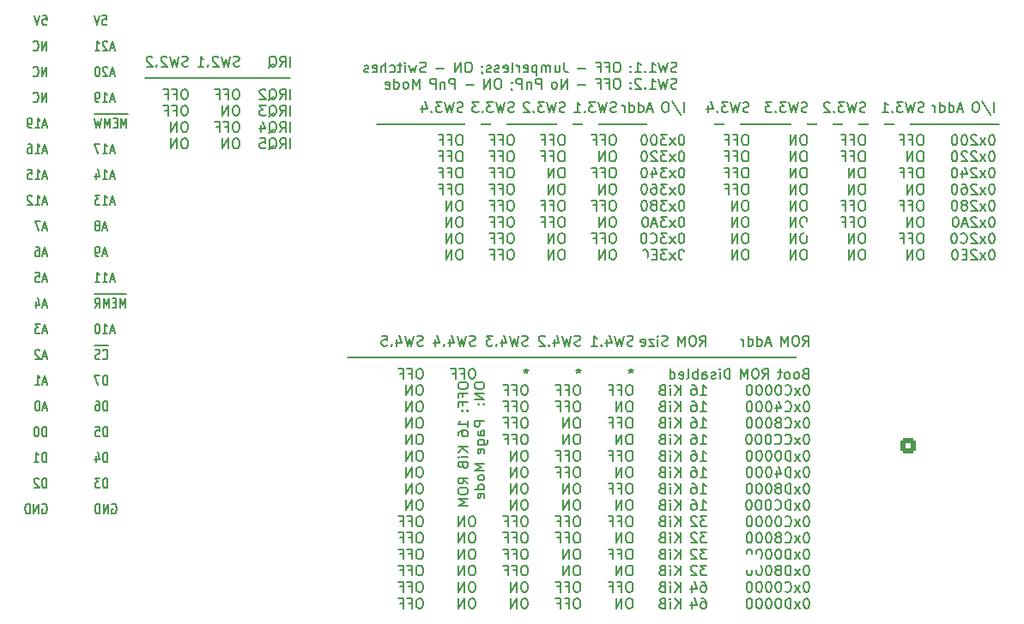
<source format=gbo>
G04 #@! TF.GenerationSoftware,KiCad,Pcbnew,(7.0.0)*
G04 #@! TF.CreationDate,2023-05-28T23:37:13+08:00*
G04 #@! TF.ProjectId,ISA8_Ethernet,49534138-5f45-4746-9865-726e65742e6b,1.1*
G04 #@! TF.SameCoordinates,Original*
G04 #@! TF.FileFunction,Legend,Bot*
G04 #@! TF.FilePolarity,Positive*
%FSLAX46Y46*%
G04 Gerber Fmt 4.6, Leading zero omitted, Abs format (unit mm)*
G04 Created by KiCad (PCBNEW (7.0.0)) date 2023-05-28 23:37:13*
%MOMM*%
%LPD*%
G01*
G04 APERTURE LIST*
G04 Aperture macros list*
%AMRoundRect*
0 Rectangle with rounded corners*
0 $1 Rounding radius*
0 $2 $3 $4 $5 $6 $7 $8 $9 X,Y pos of 4 corners*
0 Add a 4 corners polygon primitive as box body*
4,1,4,$2,$3,$4,$5,$6,$7,$8,$9,$2,$3,0*
0 Add four circle primitives for the rounded corners*
1,1,$1+$1,$2,$3*
1,1,$1+$1,$4,$5*
1,1,$1+$1,$6,$7*
1,1,$1+$1,$8,$9*
0 Add four rect primitives between the rounded corners*
20,1,$1+$1,$2,$3,$4,$5,0*
20,1,$1+$1,$4,$5,$6,$7,0*
20,1,$1+$1,$6,$7,$8,$9,0*
20,1,$1+$1,$8,$9,$2,$3,0*%
G04 Aperture macros list end*
%ADD10C,0.150000*%
%ADD11C,0.800000*%
%ADD12C,6.400000*%
%ADD13R,1.700000X1.700000*%
%ADD14O,1.700000X1.700000*%
%ADD15C,1.500000*%
%ADD16R,1.600000X1.600000*%
%ADD17O,1.600000X1.600000*%
%ADD18C,1.600000*%
%ADD19RoundRect,0.444500X-0.444500X-3.873500X0.444500X-3.873500X0.444500X3.873500X-0.444500X3.873500X0*%
%ADD20C,3.250000*%
%ADD21RoundRect,0.250500X0.499500X-0.499500X0.499500X0.499500X-0.499500X0.499500X-0.499500X-0.499500X0*%
%ADD22C,2.500000*%
G04 APERTURE END LIST*
D10*
X133953250Y-96774000D02*
X178720750Y-96774000D01*
X163830000Y-73787000D02*
X136842500Y-73787000D01*
X198247000Y-73787000D02*
X169164000Y-73787000D01*
X128270000Y-69215000D02*
X113982500Y-69215000D01*
X118237023Y-68024761D02*
X118094166Y-68072380D01*
X118094166Y-68072380D02*
X117856071Y-68072380D01*
X117856071Y-68072380D02*
X117760833Y-68024761D01*
X117760833Y-68024761D02*
X117713214Y-67977142D01*
X117713214Y-67977142D02*
X117665595Y-67881904D01*
X117665595Y-67881904D02*
X117665595Y-67786666D01*
X117665595Y-67786666D02*
X117713214Y-67691428D01*
X117713214Y-67691428D02*
X117760833Y-67643809D01*
X117760833Y-67643809D02*
X117856071Y-67596190D01*
X117856071Y-67596190D02*
X118046547Y-67548571D01*
X118046547Y-67548571D02*
X118141785Y-67500952D01*
X118141785Y-67500952D02*
X118189404Y-67453333D01*
X118189404Y-67453333D02*
X118237023Y-67358095D01*
X118237023Y-67358095D02*
X118237023Y-67262857D01*
X118237023Y-67262857D02*
X118189404Y-67167619D01*
X118189404Y-67167619D02*
X118141785Y-67120000D01*
X118141785Y-67120000D02*
X118046547Y-67072380D01*
X118046547Y-67072380D02*
X117808452Y-67072380D01*
X117808452Y-67072380D02*
X117665595Y-67120000D01*
X117332261Y-67072380D02*
X117094166Y-68072380D01*
X117094166Y-68072380D02*
X116903690Y-67358095D01*
X116903690Y-67358095D02*
X116713214Y-68072380D01*
X116713214Y-68072380D02*
X116475119Y-67072380D01*
X116141785Y-67167619D02*
X116094166Y-67120000D01*
X116094166Y-67120000D02*
X115998928Y-67072380D01*
X115998928Y-67072380D02*
X115760833Y-67072380D01*
X115760833Y-67072380D02*
X115665595Y-67120000D01*
X115665595Y-67120000D02*
X115617976Y-67167619D01*
X115617976Y-67167619D02*
X115570357Y-67262857D01*
X115570357Y-67262857D02*
X115570357Y-67358095D01*
X115570357Y-67358095D02*
X115617976Y-67500952D01*
X115617976Y-67500952D02*
X116189404Y-68072380D01*
X116189404Y-68072380D02*
X115570357Y-68072380D01*
X115141785Y-67977142D02*
X115094166Y-68024761D01*
X115094166Y-68024761D02*
X115141785Y-68072380D01*
X115141785Y-68072380D02*
X115189404Y-68024761D01*
X115189404Y-68024761D02*
X115141785Y-67977142D01*
X115141785Y-67977142D02*
X115141785Y-68072380D01*
X114713214Y-67167619D02*
X114665595Y-67120000D01*
X114665595Y-67120000D02*
X114570357Y-67072380D01*
X114570357Y-67072380D02*
X114332262Y-67072380D01*
X114332262Y-67072380D02*
X114237024Y-67120000D01*
X114237024Y-67120000D02*
X114189405Y-67167619D01*
X114189405Y-67167619D02*
X114141786Y-67262857D01*
X114141786Y-67262857D02*
X114141786Y-67358095D01*
X114141786Y-67358095D02*
X114189405Y-67500952D01*
X114189405Y-67500952D02*
X114760833Y-68072380D01*
X114760833Y-68072380D02*
X114141786Y-68072380D01*
X117998928Y-70312380D02*
X117808452Y-70312380D01*
X117808452Y-70312380D02*
X117713214Y-70360000D01*
X117713214Y-70360000D02*
X117617976Y-70455238D01*
X117617976Y-70455238D02*
X117570357Y-70645714D01*
X117570357Y-70645714D02*
X117570357Y-70979047D01*
X117570357Y-70979047D02*
X117617976Y-71169523D01*
X117617976Y-71169523D02*
X117713214Y-71264761D01*
X117713214Y-71264761D02*
X117808452Y-71312380D01*
X117808452Y-71312380D02*
X117998928Y-71312380D01*
X117998928Y-71312380D02*
X118094166Y-71264761D01*
X118094166Y-71264761D02*
X118189404Y-71169523D01*
X118189404Y-71169523D02*
X118237023Y-70979047D01*
X118237023Y-70979047D02*
X118237023Y-70645714D01*
X118237023Y-70645714D02*
X118189404Y-70455238D01*
X118189404Y-70455238D02*
X118094166Y-70360000D01*
X118094166Y-70360000D02*
X117998928Y-70312380D01*
X116808452Y-70788571D02*
X117141785Y-70788571D01*
X117141785Y-71312380D02*
X117141785Y-70312380D01*
X117141785Y-70312380D02*
X116665595Y-70312380D01*
X115951309Y-70788571D02*
X116284642Y-70788571D01*
X116284642Y-71312380D02*
X116284642Y-70312380D01*
X116284642Y-70312380D02*
X115808452Y-70312380D01*
X117998928Y-71932380D02*
X117808452Y-71932380D01*
X117808452Y-71932380D02*
X117713214Y-71980000D01*
X117713214Y-71980000D02*
X117617976Y-72075238D01*
X117617976Y-72075238D02*
X117570357Y-72265714D01*
X117570357Y-72265714D02*
X117570357Y-72599047D01*
X117570357Y-72599047D02*
X117617976Y-72789523D01*
X117617976Y-72789523D02*
X117713214Y-72884761D01*
X117713214Y-72884761D02*
X117808452Y-72932380D01*
X117808452Y-72932380D02*
X117998928Y-72932380D01*
X117998928Y-72932380D02*
X118094166Y-72884761D01*
X118094166Y-72884761D02*
X118189404Y-72789523D01*
X118189404Y-72789523D02*
X118237023Y-72599047D01*
X118237023Y-72599047D02*
X118237023Y-72265714D01*
X118237023Y-72265714D02*
X118189404Y-72075238D01*
X118189404Y-72075238D02*
X118094166Y-71980000D01*
X118094166Y-71980000D02*
X117998928Y-71932380D01*
X116808452Y-72408571D02*
X117141785Y-72408571D01*
X117141785Y-72932380D02*
X117141785Y-71932380D01*
X117141785Y-71932380D02*
X116665595Y-71932380D01*
X115951309Y-72408571D02*
X116284642Y-72408571D01*
X116284642Y-72932380D02*
X116284642Y-71932380D01*
X116284642Y-71932380D02*
X115808452Y-71932380D01*
X117998928Y-73552380D02*
X117808452Y-73552380D01*
X117808452Y-73552380D02*
X117713214Y-73600000D01*
X117713214Y-73600000D02*
X117617976Y-73695238D01*
X117617976Y-73695238D02*
X117570357Y-73885714D01*
X117570357Y-73885714D02*
X117570357Y-74219047D01*
X117570357Y-74219047D02*
X117617976Y-74409523D01*
X117617976Y-74409523D02*
X117713214Y-74504761D01*
X117713214Y-74504761D02*
X117808452Y-74552380D01*
X117808452Y-74552380D02*
X117998928Y-74552380D01*
X117998928Y-74552380D02*
X118094166Y-74504761D01*
X118094166Y-74504761D02*
X118189404Y-74409523D01*
X118189404Y-74409523D02*
X118237023Y-74219047D01*
X118237023Y-74219047D02*
X118237023Y-73885714D01*
X118237023Y-73885714D02*
X118189404Y-73695238D01*
X118189404Y-73695238D02*
X118094166Y-73600000D01*
X118094166Y-73600000D02*
X117998928Y-73552380D01*
X117141785Y-74552380D02*
X117141785Y-73552380D01*
X117141785Y-73552380D02*
X116570357Y-74552380D01*
X116570357Y-74552380D02*
X116570357Y-73552380D01*
X117998928Y-75172380D02*
X117808452Y-75172380D01*
X117808452Y-75172380D02*
X117713214Y-75220000D01*
X117713214Y-75220000D02*
X117617976Y-75315238D01*
X117617976Y-75315238D02*
X117570357Y-75505714D01*
X117570357Y-75505714D02*
X117570357Y-75839047D01*
X117570357Y-75839047D02*
X117617976Y-76029523D01*
X117617976Y-76029523D02*
X117713214Y-76124761D01*
X117713214Y-76124761D02*
X117808452Y-76172380D01*
X117808452Y-76172380D02*
X117998928Y-76172380D01*
X117998928Y-76172380D02*
X118094166Y-76124761D01*
X118094166Y-76124761D02*
X118189404Y-76029523D01*
X118189404Y-76029523D02*
X118237023Y-75839047D01*
X118237023Y-75839047D02*
X118237023Y-75505714D01*
X118237023Y-75505714D02*
X118189404Y-75315238D01*
X118189404Y-75315238D02*
X118094166Y-75220000D01*
X118094166Y-75220000D02*
X117998928Y-75172380D01*
X117141785Y-76172380D02*
X117141785Y-75172380D01*
X117141785Y-75172380D02*
X116570357Y-76172380D01*
X116570357Y-76172380D02*
X116570357Y-75172380D01*
X123317023Y-68024761D02*
X123174166Y-68072380D01*
X123174166Y-68072380D02*
X122936071Y-68072380D01*
X122936071Y-68072380D02*
X122840833Y-68024761D01*
X122840833Y-68024761D02*
X122793214Y-67977142D01*
X122793214Y-67977142D02*
X122745595Y-67881904D01*
X122745595Y-67881904D02*
X122745595Y-67786666D01*
X122745595Y-67786666D02*
X122793214Y-67691428D01*
X122793214Y-67691428D02*
X122840833Y-67643809D01*
X122840833Y-67643809D02*
X122936071Y-67596190D01*
X122936071Y-67596190D02*
X123126547Y-67548571D01*
X123126547Y-67548571D02*
X123221785Y-67500952D01*
X123221785Y-67500952D02*
X123269404Y-67453333D01*
X123269404Y-67453333D02*
X123317023Y-67358095D01*
X123317023Y-67358095D02*
X123317023Y-67262857D01*
X123317023Y-67262857D02*
X123269404Y-67167619D01*
X123269404Y-67167619D02*
X123221785Y-67120000D01*
X123221785Y-67120000D02*
X123126547Y-67072380D01*
X123126547Y-67072380D02*
X122888452Y-67072380D01*
X122888452Y-67072380D02*
X122745595Y-67120000D01*
X122412261Y-67072380D02*
X122174166Y-68072380D01*
X122174166Y-68072380D02*
X121983690Y-67358095D01*
X121983690Y-67358095D02*
X121793214Y-68072380D01*
X121793214Y-68072380D02*
X121555119Y-67072380D01*
X121221785Y-67167619D02*
X121174166Y-67120000D01*
X121174166Y-67120000D02*
X121078928Y-67072380D01*
X121078928Y-67072380D02*
X120840833Y-67072380D01*
X120840833Y-67072380D02*
X120745595Y-67120000D01*
X120745595Y-67120000D02*
X120697976Y-67167619D01*
X120697976Y-67167619D02*
X120650357Y-67262857D01*
X120650357Y-67262857D02*
X120650357Y-67358095D01*
X120650357Y-67358095D02*
X120697976Y-67500952D01*
X120697976Y-67500952D02*
X121269404Y-68072380D01*
X121269404Y-68072380D02*
X120650357Y-68072380D01*
X120221785Y-67977142D02*
X120174166Y-68024761D01*
X120174166Y-68024761D02*
X120221785Y-68072380D01*
X120221785Y-68072380D02*
X120269404Y-68024761D01*
X120269404Y-68024761D02*
X120221785Y-67977142D01*
X120221785Y-67977142D02*
X120221785Y-68072380D01*
X119221786Y-68072380D02*
X119793214Y-68072380D01*
X119507500Y-68072380D02*
X119507500Y-67072380D01*
X119507500Y-67072380D02*
X119602738Y-67215238D01*
X119602738Y-67215238D02*
X119697976Y-67310476D01*
X119697976Y-67310476D02*
X119793214Y-67358095D01*
X123078928Y-70312380D02*
X122888452Y-70312380D01*
X122888452Y-70312380D02*
X122793214Y-70360000D01*
X122793214Y-70360000D02*
X122697976Y-70455238D01*
X122697976Y-70455238D02*
X122650357Y-70645714D01*
X122650357Y-70645714D02*
X122650357Y-70979047D01*
X122650357Y-70979047D02*
X122697976Y-71169523D01*
X122697976Y-71169523D02*
X122793214Y-71264761D01*
X122793214Y-71264761D02*
X122888452Y-71312380D01*
X122888452Y-71312380D02*
X123078928Y-71312380D01*
X123078928Y-71312380D02*
X123174166Y-71264761D01*
X123174166Y-71264761D02*
X123269404Y-71169523D01*
X123269404Y-71169523D02*
X123317023Y-70979047D01*
X123317023Y-70979047D02*
X123317023Y-70645714D01*
X123317023Y-70645714D02*
X123269404Y-70455238D01*
X123269404Y-70455238D02*
X123174166Y-70360000D01*
X123174166Y-70360000D02*
X123078928Y-70312380D01*
X121888452Y-70788571D02*
X122221785Y-70788571D01*
X122221785Y-71312380D02*
X122221785Y-70312380D01*
X122221785Y-70312380D02*
X121745595Y-70312380D01*
X121031309Y-70788571D02*
X121364642Y-70788571D01*
X121364642Y-71312380D02*
X121364642Y-70312380D01*
X121364642Y-70312380D02*
X120888452Y-70312380D01*
X123078928Y-71932380D02*
X122888452Y-71932380D01*
X122888452Y-71932380D02*
X122793214Y-71980000D01*
X122793214Y-71980000D02*
X122697976Y-72075238D01*
X122697976Y-72075238D02*
X122650357Y-72265714D01*
X122650357Y-72265714D02*
X122650357Y-72599047D01*
X122650357Y-72599047D02*
X122697976Y-72789523D01*
X122697976Y-72789523D02*
X122793214Y-72884761D01*
X122793214Y-72884761D02*
X122888452Y-72932380D01*
X122888452Y-72932380D02*
X123078928Y-72932380D01*
X123078928Y-72932380D02*
X123174166Y-72884761D01*
X123174166Y-72884761D02*
X123269404Y-72789523D01*
X123269404Y-72789523D02*
X123317023Y-72599047D01*
X123317023Y-72599047D02*
X123317023Y-72265714D01*
X123317023Y-72265714D02*
X123269404Y-72075238D01*
X123269404Y-72075238D02*
X123174166Y-71980000D01*
X123174166Y-71980000D02*
X123078928Y-71932380D01*
X122221785Y-72932380D02*
X122221785Y-71932380D01*
X122221785Y-71932380D02*
X121650357Y-72932380D01*
X121650357Y-72932380D02*
X121650357Y-71932380D01*
X123078928Y-73552380D02*
X122888452Y-73552380D01*
X122888452Y-73552380D02*
X122793214Y-73600000D01*
X122793214Y-73600000D02*
X122697976Y-73695238D01*
X122697976Y-73695238D02*
X122650357Y-73885714D01*
X122650357Y-73885714D02*
X122650357Y-74219047D01*
X122650357Y-74219047D02*
X122697976Y-74409523D01*
X122697976Y-74409523D02*
X122793214Y-74504761D01*
X122793214Y-74504761D02*
X122888452Y-74552380D01*
X122888452Y-74552380D02*
X123078928Y-74552380D01*
X123078928Y-74552380D02*
X123174166Y-74504761D01*
X123174166Y-74504761D02*
X123269404Y-74409523D01*
X123269404Y-74409523D02*
X123317023Y-74219047D01*
X123317023Y-74219047D02*
X123317023Y-73885714D01*
X123317023Y-73885714D02*
X123269404Y-73695238D01*
X123269404Y-73695238D02*
X123174166Y-73600000D01*
X123174166Y-73600000D02*
X123078928Y-73552380D01*
X121888452Y-74028571D02*
X122221785Y-74028571D01*
X122221785Y-74552380D02*
X122221785Y-73552380D01*
X122221785Y-73552380D02*
X121745595Y-73552380D01*
X121031309Y-74028571D02*
X121364642Y-74028571D01*
X121364642Y-74552380D02*
X121364642Y-73552380D01*
X121364642Y-73552380D02*
X120888452Y-73552380D01*
X123078928Y-75172380D02*
X122888452Y-75172380D01*
X122888452Y-75172380D02*
X122793214Y-75220000D01*
X122793214Y-75220000D02*
X122697976Y-75315238D01*
X122697976Y-75315238D02*
X122650357Y-75505714D01*
X122650357Y-75505714D02*
X122650357Y-75839047D01*
X122650357Y-75839047D02*
X122697976Y-76029523D01*
X122697976Y-76029523D02*
X122793214Y-76124761D01*
X122793214Y-76124761D02*
X122888452Y-76172380D01*
X122888452Y-76172380D02*
X123078928Y-76172380D01*
X123078928Y-76172380D02*
X123174166Y-76124761D01*
X123174166Y-76124761D02*
X123269404Y-76029523D01*
X123269404Y-76029523D02*
X123317023Y-75839047D01*
X123317023Y-75839047D02*
X123317023Y-75505714D01*
X123317023Y-75505714D02*
X123269404Y-75315238D01*
X123269404Y-75315238D02*
X123174166Y-75220000D01*
X123174166Y-75220000D02*
X123078928Y-75172380D01*
X122221785Y-76172380D02*
X122221785Y-75172380D01*
X122221785Y-75172380D02*
X121650357Y-76172380D01*
X121650357Y-76172380D02*
X121650357Y-75172380D01*
X173545523Y-72531761D02*
X173402666Y-72579380D01*
X173402666Y-72579380D02*
X173164571Y-72579380D01*
X173164571Y-72579380D02*
X173069333Y-72531761D01*
X173069333Y-72531761D02*
X173021714Y-72484142D01*
X173021714Y-72484142D02*
X172974095Y-72388904D01*
X172974095Y-72388904D02*
X172974095Y-72293666D01*
X172974095Y-72293666D02*
X173021714Y-72198428D01*
X173021714Y-72198428D02*
X173069333Y-72150809D01*
X173069333Y-72150809D02*
X173164571Y-72103190D01*
X173164571Y-72103190D02*
X173355047Y-72055571D01*
X173355047Y-72055571D02*
X173450285Y-72007952D01*
X173450285Y-72007952D02*
X173497904Y-71960333D01*
X173497904Y-71960333D02*
X173545523Y-71865095D01*
X173545523Y-71865095D02*
X173545523Y-71769857D01*
X173545523Y-71769857D02*
X173497904Y-71674619D01*
X173497904Y-71674619D02*
X173450285Y-71627000D01*
X173450285Y-71627000D02*
X173355047Y-71579380D01*
X173355047Y-71579380D02*
X173116952Y-71579380D01*
X173116952Y-71579380D02*
X172974095Y-71627000D01*
X172640761Y-71579380D02*
X172402666Y-72579380D01*
X172402666Y-72579380D02*
X172212190Y-71865095D01*
X172212190Y-71865095D02*
X172021714Y-72579380D01*
X172021714Y-72579380D02*
X171783619Y-71579380D01*
X171497904Y-71579380D02*
X170878857Y-71579380D01*
X170878857Y-71579380D02*
X171212190Y-71960333D01*
X171212190Y-71960333D02*
X171069333Y-71960333D01*
X171069333Y-71960333D02*
X170974095Y-72007952D01*
X170974095Y-72007952D02*
X170926476Y-72055571D01*
X170926476Y-72055571D02*
X170878857Y-72150809D01*
X170878857Y-72150809D02*
X170878857Y-72388904D01*
X170878857Y-72388904D02*
X170926476Y-72484142D01*
X170926476Y-72484142D02*
X170974095Y-72531761D01*
X170974095Y-72531761D02*
X171069333Y-72579380D01*
X171069333Y-72579380D02*
X171355047Y-72579380D01*
X171355047Y-72579380D02*
X171450285Y-72531761D01*
X171450285Y-72531761D02*
X171497904Y-72484142D01*
X170450285Y-72484142D02*
X170402666Y-72531761D01*
X170402666Y-72531761D02*
X170450285Y-72579380D01*
X170450285Y-72579380D02*
X170497904Y-72531761D01*
X170497904Y-72531761D02*
X170450285Y-72484142D01*
X170450285Y-72484142D02*
X170450285Y-72579380D01*
X169545524Y-71912714D02*
X169545524Y-72579380D01*
X169783619Y-71531761D02*
X170021714Y-72246047D01*
X170021714Y-72246047D02*
X169402667Y-72246047D01*
X173307428Y-74819380D02*
X173116952Y-74819380D01*
X173116952Y-74819380D02*
X173021714Y-74867000D01*
X173021714Y-74867000D02*
X172926476Y-74962238D01*
X172926476Y-74962238D02*
X172878857Y-75152714D01*
X172878857Y-75152714D02*
X172878857Y-75486047D01*
X172878857Y-75486047D02*
X172926476Y-75676523D01*
X172926476Y-75676523D02*
X173021714Y-75771761D01*
X173021714Y-75771761D02*
X173116952Y-75819380D01*
X173116952Y-75819380D02*
X173307428Y-75819380D01*
X173307428Y-75819380D02*
X173402666Y-75771761D01*
X173402666Y-75771761D02*
X173497904Y-75676523D01*
X173497904Y-75676523D02*
X173545523Y-75486047D01*
X173545523Y-75486047D02*
X173545523Y-75152714D01*
X173545523Y-75152714D02*
X173497904Y-74962238D01*
X173497904Y-74962238D02*
X173402666Y-74867000D01*
X173402666Y-74867000D02*
X173307428Y-74819380D01*
X172116952Y-75295571D02*
X172450285Y-75295571D01*
X172450285Y-75819380D02*
X172450285Y-74819380D01*
X172450285Y-74819380D02*
X171974095Y-74819380D01*
X171259809Y-75295571D02*
X171593142Y-75295571D01*
X171593142Y-75819380D02*
X171593142Y-74819380D01*
X171593142Y-74819380D02*
X171116952Y-74819380D01*
X173307428Y-76439380D02*
X173116952Y-76439380D01*
X173116952Y-76439380D02*
X173021714Y-76487000D01*
X173021714Y-76487000D02*
X172926476Y-76582238D01*
X172926476Y-76582238D02*
X172878857Y-76772714D01*
X172878857Y-76772714D02*
X172878857Y-77106047D01*
X172878857Y-77106047D02*
X172926476Y-77296523D01*
X172926476Y-77296523D02*
X173021714Y-77391761D01*
X173021714Y-77391761D02*
X173116952Y-77439380D01*
X173116952Y-77439380D02*
X173307428Y-77439380D01*
X173307428Y-77439380D02*
X173402666Y-77391761D01*
X173402666Y-77391761D02*
X173497904Y-77296523D01*
X173497904Y-77296523D02*
X173545523Y-77106047D01*
X173545523Y-77106047D02*
X173545523Y-76772714D01*
X173545523Y-76772714D02*
X173497904Y-76582238D01*
X173497904Y-76582238D02*
X173402666Y-76487000D01*
X173402666Y-76487000D02*
X173307428Y-76439380D01*
X172116952Y-76915571D02*
X172450285Y-76915571D01*
X172450285Y-77439380D02*
X172450285Y-76439380D01*
X172450285Y-76439380D02*
X171974095Y-76439380D01*
X171259809Y-76915571D02*
X171593142Y-76915571D01*
X171593142Y-77439380D02*
X171593142Y-76439380D01*
X171593142Y-76439380D02*
X171116952Y-76439380D01*
X173307428Y-78059380D02*
X173116952Y-78059380D01*
X173116952Y-78059380D02*
X173021714Y-78107000D01*
X173021714Y-78107000D02*
X172926476Y-78202238D01*
X172926476Y-78202238D02*
X172878857Y-78392714D01*
X172878857Y-78392714D02*
X172878857Y-78726047D01*
X172878857Y-78726047D02*
X172926476Y-78916523D01*
X172926476Y-78916523D02*
X173021714Y-79011761D01*
X173021714Y-79011761D02*
X173116952Y-79059380D01*
X173116952Y-79059380D02*
X173307428Y-79059380D01*
X173307428Y-79059380D02*
X173402666Y-79011761D01*
X173402666Y-79011761D02*
X173497904Y-78916523D01*
X173497904Y-78916523D02*
X173545523Y-78726047D01*
X173545523Y-78726047D02*
X173545523Y-78392714D01*
X173545523Y-78392714D02*
X173497904Y-78202238D01*
X173497904Y-78202238D02*
X173402666Y-78107000D01*
X173402666Y-78107000D02*
X173307428Y-78059380D01*
X172116952Y-78535571D02*
X172450285Y-78535571D01*
X172450285Y-79059380D02*
X172450285Y-78059380D01*
X172450285Y-78059380D02*
X171974095Y-78059380D01*
X171259809Y-78535571D02*
X171593142Y-78535571D01*
X171593142Y-79059380D02*
X171593142Y-78059380D01*
X171593142Y-78059380D02*
X171116952Y-78059380D01*
X173307428Y-79679380D02*
X173116952Y-79679380D01*
X173116952Y-79679380D02*
X173021714Y-79727000D01*
X173021714Y-79727000D02*
X172926476Y-79822238D01*
X172926476Y-79822238D02*
X172878857Y-80012714D01*
X172878857Y-80012714D02*
X172878857Y-80346047D01*
X172878857Y-80346047D02*
X172926476Y-80536523D01*
X172926476Y-80536523D02*
X173021714Y-80631761D01*
X173021714Y-80631761D02*
X173116952Y-80679380D01*
X173116952Y-80679380D02*
X173307428Y-80679380D01*
X173307428Y-80679380D02*
X173402666Y-80631761D01*
X173402666Y-80631761D02*
X173497904Y-80536523D01*
X173497904Y-80536523D02*
X173545523Y-80346047D01*
X173545523Y-80346047D02*
X173545523Y-80012714D01*
X173545523Y-80012714D02*
X173497904Y-79822238D01*
X173497904Y-79822238D02*
X173402666Y-79727000D01*
X173402666Y-79727000D02*
X173307428Y-79679380D01*
X172116952Y-80155571D02*
X172450285Y-80155571D01*
X172450285Y-80679380D02*
X172450285Y-79679380D01*
X172450285Y-79679380D02*
X171974095Y-79679380D01*
X171259809Y-80155571D02*
X171593142Y-80155571D01*
X171593142Y-80679380D02*
X171593142Y-79679380D01*
X171593142Y-79679380D02*
X171116952Y-79679380D01*
X173307428Y-81299380D02*
X173116952Y-81299380D01*
X173116952Y-81299380D02*
X173021714Y-81347000D01*
X173021714Y-81347000D02*
X172926476Y-81442238D01*
X172926476Y-81442238D02*
X172878857Y-81632714D01*
X172878857Y-81632714D02*
X172878857Y-81966047D01*
X172878857Y-81966047D02*
X172926476Y-82156523D01*
X172926476Y-82156523D02*
X173021714Y-82251761D01*
X173021714Y-82251761D02*
X173116952Y-82299380D01*
X173116952Y-82299380D02*
X173307428Y-82299380D01*
X173307428Y-82299380D02*
X173402666Y-82251761D01*
X173402666Y-82251761D02*
X173497904Y-82156523D01*
X173497904Y-82156523D02*
X173545523Y-81966047D01*
X173545523Y-81966047D02*
X173545523Y-81632714D01*
X173545523Y-81632714D02*
X173497904Y-81442238D01*
X173497904Y-81442238D02*
X173402666Y-81347000D01*
X173402666Y-81347000D02*
X173307428Y-81299380D01*
X172450285Y-82299380D02*
X172450285Y-81299380D01*
X172450285Y-81299380D02*
X171878857Y-82299380D01*
X171878857Y-82299380D02*
X171878857Y-81299380D01*
X173307428Y-82919380D02*
X173116952Y-82919380D01*
X173116952Y-82919380D02*
X173021714Y-82967000D01*
X173021714Y-82967000D02*
X172926476Y-83062238D01*
X172926476Y-83062238D02*
X172878857Y-83252714D01*
X172878857Y-83252714D02*
X172878857Y-83586047D01*
X172878857Y-83586047D02*
X172926476Y-83776523D01*
X172926476Y-83776523D02*
X173021714Y-83871761D01*
X173021714Y-83871761D02*
X173116952Y-83919380D01*
X173116952Y-83919380D02*
X173307428Y-83919380D01*
X173307428Y-83919380D02*
X173402666Y-83871761D01*
X173402666Y-83871761D02*
X173497904Y-83776523D01*
X173497904Y-83776523D02*
X173545523Y-83586047D01*
X173545523Y-83586047D02*
X173545523Y-83252714D01*
X173545523Y-83252714D02*
X173497904Y-83062238D01*
X173497904Y-83062238D02*
X173402666Y-82967000D01*
X173402666Y-82967000D02*
X173307428Y-82919380D01*
X172450285Y-83919380D02*
X172450285Y-82919380D01*
X172450285Y-82919380D02*
X171878857Y-83919380D01*
X171878857Y-83919380D02*
X171878857Y-82919380D01*
X173307428Y-84539380D02*
X173116952Y-84539380D01*
X173116952Y-84539380D02*
X173021714Y-84587000D01*
X173021714Y-84587000D02*
X172926476Y-84682238D01*
X172926476Y-84682238D02*
X172878857Y-84872714D01*
X172878857Y-84872714D02*
X172878857Y-85206047D01*
X172878857Y-85206047D02*
X172926476Y-85396523D01*
X172926476Y-85396523D02*
X173021714Y-85491761D01*
X173021714Y-85491761D02*
X173116952Y-85539380D01*
X173116952Y-85539380D02*
X173307428Y-85539380D01*
X173307428Y-85539380D02*
X173402666Y-85491761D01*
X173402666Y-85491761D02*
X173497904Y-85396523D01*
X173497904Y-85396523D02*
X173545523Y-85206047D01*
X173545523Y-85206047D02*
X173545523Y-84872714D01*
X173545523Y-84872714D02*
X173497904Y-84682238D01*
X173497904Y-84682238D02*
X173402666Y-84587000D01*
X173402666Y-84587000D02*
X173307428Y-84539380D01*
X172450285Y-85539380D02*
X172450285Y-84539380D01*
X172450285Y-84539380D02*
X171878857Y-85539380D01*
X171878857Y-85539380D02*
X171878857Y-84539380D01*
X173307428Y-86159380D02*
X173116952Y-86159380D01*
X173116952Y-86159380D02*
X173021714Y-86207000D01*
X173021714Y-86207000D02*
X172926476Y-86302238D01*
X172926476Y-86302238D02*
X172878857Y-86492714D01*
X172878857Y-86492714D02*
X172878857Y-86826047D01*
X172878857Y-86826047D02*
X172926476Y-87016523D01*
X172926476Y-87016523D02*
X173021714Y-87111761D01*
X173021714Y-87111761D02*
X173116952Y-87159380D01*
X173116952Y-87159380D02*
X173307428Y-87159380D01*
X173307428Y-87159380D02*
X173402666Y-87111761D01*
X173402666Y-87111761D02*
X173497904Y-87016523D01*
X173497904Y-87016523D02*
X173545523Y-86826047D01*
X173545523Y-86826047D02*
X173545523Y-86492714D01*
X173545523Y-86492714D02*
X173497904Y-86302238D01*
X173497904Y-86302238D02*
X173402666Y-86207000D01*
X173402666Y-86207000D02*
X173307428Y-86159380D01*
X172450285Y-87159380D02*
X172450285Y-86159380D01*
X172450285Y-86159380D02*
X171878857Y-87159380D01*
X171878857Y-87159380D02*
X171878857Y-86159380D01*
X179302856Y-72531761D02*
X179159999Y-72579380D01*
X179159999Y-72579380D02*
X178921904Y-72579380D01*
X178921904Y-72579380D02*
X178826666Y-72531761D01*
X178826666Y-72531761D02*
X178779047Y-72484142D01*
X178779047Y-72484142D02*
X178731428Y-72388904D01*
X178731428Y-72388904D02*
X178731428Y-72293666D01*
X178731428Y-72293666D02*
X178779047Y-72198428D01*
X178779047Y-72198428D02*
X178826666Y-72150809D01*
X178826666Y-72150809D02*
X178921904Y-72103190D01*
X178921904Y-72103190D02*
X179112380Y-72055571D01*
X179112380Y-72055571D02*
X179207618Y-72007952D01*
X179207618Y-72007952D02*
X179255237Y-71960333D01*
X179255237Y-71960333D02*
X179302856Y-71865095D01*
X179302856Y-71865095D02*
X179302856Y-71769857D01*
X179302856Y-71769857D02*
X179255237Y-71674619D01*
X179255237Y-71674619D02*
X179207618Y-71627000D01*
X179207618Y-71627000D02*
X179112380Y-71579380D01*
X179112380Y-71579380D02*
X178874285Y-71579380D01*
X178874285Y-71579380D02*
X178731428Y-71627000D01*
X178398094Y-71579380D02*
X178159999Y-72579380D01*
X178159999Y-72579380D02*
X177969523Y-71865095D01*
X177969523Y-71865095D02*
X177779047Y-72579380D01*
X177779047Y-72579380D02*
X177540952Y-71579380D01*
X177255237Y-71579380D02*
X176636190Y-71579380D01*
X176636190Y-71579380D02*
X176969523Y-71960333D01*
X176969523Y-71960333D02*
X176826666Y-71960333D01*
X176826666Y-71960333D02*
X176731428Y-72007952D01*
X176731428Y-72007952D02*
X176683809Y-72055571D01*
X176683809Y-72055571D02*
X176636190Y-72150809D01*
X176636190Y-72150809D02*
X176636190Y-72388904D01*
X176636190Y-72388904D02*
X176683809Y-72484142D01*
X176683809Y-72484142D02*
X176731428Y-72531761D01*
X176731428Y-72531761D02*
X176826666Y-72579380D01*
X176826666Y-72579380D02*
X177112380Y-72579380D01*
X177112380Y-72579380D02*
X177207618Y-72531761D01*
X177207618Y-72531761D02*
X177255237Y-72484142D01*
X176207618Y-72484142D02*
X176159999Y-72531761D01*
X176159999Y-72531761D02*
X176207618Y-72579380D01*
X176207618Y-72579380D02*
X176255237Y-72531761D01*
X176255237Y-72531761D02*
X176207618Y-72484142D01*
X176207618Y-72484142D02*
X176207618Y-72579380D01*
X175826666Y-71579380D02*
X175207619Y-71579380D01*
X175207619Y-71579380D02*
X175540952Y-71960333D01*
X175540952Y-71960333D02*
X175398095Y-71960333D01*
X175398095Y-71960333D02*
X175302857Y-72007952D01*
X175302857Y-72007952D02*
X175255238Y-72055571D01*
X175255238Y-72055571D02*
X175207619Y-72150809D01*
X175207619Y-72150809D02*
X175207619Y-72388904D01*
X175207619Y-72388904D02*
X175255238Y-72484142D01*
X175255238Y-72484142D02*
X175302857Y-72531761D01*
X175302857Y-72531761D02*
X175398095Y-72579380D01*
X175398095Y-72579380D02*
X175683809Y-72579380D01*
X175683809Y-72579380D02*
X175779047Y-72531761D01*
X175779047Y-72531761D02*
X175826666Y-72484142D01*
X179064761Y-74819380D02*
X178874285Y-74819380D01*
X178874285Y-74819380D02*
X178779047Y-74867000D01*
X178779047Y-74867000D02*
X178683809Y-74962238D01*
X178683809Y-74962238D02*
X178636190Y-75152714D01*
X178636190Y-75152714D02*
X178636190Y-75486047D01*
X178636190Y-75486047D02*
X178683809Y-75676523D01*
X178683809Y-75676523D02*
X178779047Y-75771761D01*
X178779047Y-75771761D02*
X178874285Y-75819380D01*
X178874285Y-75819380D02*
X179064761Y-75819380D01*
X179064761Y-75819380D02*
X179159999Y-75771761D01*
X179159999Y-75771761D02*
X179255237Y-75676523D01*
X179255237Y-75676523D02*
X179302856Y-75486047D01*
X179302856Y-75486047D02*
X179302856Y-75152714D01*
X179302856Y-75152714D02*
X179255237Y-74962238D01*
X179255237Y-74962238D02*
X179159999Y-74867000D01*
X179159999Y-74867000D02*
X179064761Y-74819380D01*
X178207618Y-75819380D02*
X178207618Y-74819380D01*
X178207618Y-74819380D02*
X177636190Y-75819380D01*
X177636190Y-75819380D02*
X177636190Y-74819380D01*
X179064761Y-76439380D02*
X178874285Y-76439380D01*
X178874285Y-76439380D02*
X178779047Y-76487000D01*
X178779047Y-76487000D02*
X178683809Y-76582238D01*
X178683809Y-76582238D02*
X178636190Y-76772714D01*
X178636190Y-76772714D02*
X178636190Y-77106047D01*
X178636190Y-77106047D02*
X178683809Y-77296523D01*
X178683809Y-77296523D02*
X178779047Y-77391761D01*
X178779047Y-77391761D02*
X178874285Y-77439380D01*
X178874285Y-77439380D02*
X179064761Y-77439380D01*
X179064761Y-77439380D02*
X179159999Y-77391761D01*
X179159999Y-77391761D02*
X179255237Y-77296523D01*
X179255237Y-77296523D02*
X179302856Y-77106047D01*
X179302856Y-77106047D02*
X179302856Y-76772714D01*
X179302856Y-76772714D02*
X179255237Y-76582238D01*
X179255237Y-76582238D02*
X179159999Y-76487000D01*
X179159999Y-76487000D02*
X179064761Y-76439380D01*
X178207618Y-77439380D02*
X178207618Y-76439380D01*
X178207618Y-76439380D02*
X177636190Y-77439380D01*
X177636190Y-77439380D02*
X177636190Y-76439380D01*
X179064761Y-78059380D02*
X178874285Y-78059380D01*
X178874285Y-78059380D02*
X178779047Y-78107000D01*
X178779047Y-78107000D02*
X178683809Y-78202238D01*
X178683809Y-78202238D02*
X178636190Y-78392714D01*
X178636190Y-78392714D02*
X178636190Y-78726047D01*
X178636190Y-78726047D02*
X178683809Y-78916523D01*
X178683809Y-78916523D02*
X178779047Y-79011761D01*
X178779047Y-79011761D02*
X178874285Y-79059380D01*
X178874285Y-79059380D02*
X179064761Y-79059380D01*
X179064761Y-79059380D02*
X179159999Y-79011761D01*
X179159999Y-79011761D02*
X179255237Y-78916523D01*
X179255237Y-78916523D02*
X179302856Y-78726047D01*
X179302856Y-78726047D02*
X179302856Y-78392714D01*
X179302856Y-78392714D02*
X179255237Y-78202238D01*
X179255237Y-78202238D02*
X179159999Y-78107000D01*
X179159999Y-78107000D02*
X179064761Y-78059380D01*
X178207618Y-79059380D02*
X178207618Y-78059380D01*
X178207618Y-78059380D02*
X177636190Y-79059380D01*
X177636190Y-79059380D02*
X177636190Y-78059380D01*
X179064761Y-79679380D02*
X178874285Y-79679380D01*
X178874285Y-79679380D02*
X178779047Y-79727000D01*
X178779047Y-79727000D02*
X178683809Y-79822238D01*
X178683809Y-79822238D02*
X178636190Y-80012714D01*
X178636190Y-80012714D02*
X178636190Y-80346047D01*
X178636190Y-80346047D02*
X178683809Y-80536523D01*
X178683809Y-80536523D02*
X178779047Y-80631761D01*
X178779047Y-80631761D02*
X178874285Y-80679380D01*
X178874285Y-80679380D02*
X179064761Y-80679380D01*
X179064761Y-80679380D02*
X179159999Y-80631761D01*
X179159999Y-80631761D02*
X179255237Y-80536523D01*
X179255237Y-80536523D02*
X179302856Y-80346047D01*
X179302856Y-80346047D02*
X179302856Y-80012714D01*
X179302856Y-80012714D02*
X179255237Y-79822238D01*
X179255237Y-79822238D02*
X179159999Y-79727000D01*
X179159999Y-79727000D02*
X179064761Y-79679380D01*
X178207618Y-80679380D02*
X178207618Y-79679380D01*
X178207618Y-79679380D02*
X177636190Y-80679380D01*
X177636190Y-80679380D02*
X177636190Y-79679380D01*
X179064761Y-81299380D02*
X178874285Y-81299380D01*
X178874285Y-81299380D02*
X178779047Y-81347000D01*
X178779047Y-81347000D02*
X178683809Y-81442238D01*
X178683809Y-81442238D02*
X178636190Y-81632714D01*
X178636190Y-81632714D02*
X178636190Y-81966047D01*
X178636190Y-81966047D02*
X178683809Y-82156523D01*
X178683809Y-82156523D02*
X178779047Y-82251761D01*
X178779047Y-82251761D02*
X178874285Y-82299380D01*
X178874285Y-82299380D02*
X179064761Y-82299380D01*
X179064761Y-82299380D02*
X179159999Y-82251761D01*
X179159999Y-82251761D02*
X179255237Y-82156523D01*
X179255237Y-82156523D02*
X179302856Y-81966047D01*
X179302856Y-81966047D02*
X179302856Y-81632714D01*
X179302856Y-81632714D02*
X179255237Y-81442238D01*
X179255237Y-81442238D02*
X179159999Y-81347000D01*
X179159999Y-81347000D02*
X179064761Y-81299380D01*
X178207618Y-82299380D02*
X178207618Y-81299380D01*
X178207618Y-81299380D02*
X177636190Y-82299380D01*
X177636190Y-82299380D02*
X177636190Y-81299380D01*
X179064761Y-82919380D02*
X178874285Y-82919380D01*
X178874285Y-82919380D02*
X178779047Y-82967000D01*
X178779047Y-82967000D02*
X178683809Y-83062238D01*
X178683809Y-83062238D02*
X178636190Y-83252714D01*
X178636190Y-83252714D02*
X178636190Y-83586047D01*
X178636190Y-83586047D02*
X178683809Y-83776523D01*
X178683809Y-83776523D02*
X178779047Y-83871761D01*
X178779047Y-83871761D02*
X178874285Y-83919380D01*
X178874285Y-83919380D02*
X179064761Y-83919380D01*
X179064761Y-83919380D02*
X179159999Y-83871761D01*
X179159999Y-83871761D02*
X179255237Y-83776523D01*
X179255237Y-83776523D02*
X179302856Y-83586047D01*
X179302856Y-83586047D02*
X179302856Y-83252714D01*
X179302856Y-83252714D02*
X179255237Y-83062238D01*
X179255237Y-83062238D02*
X179159999Y-82967000D01*
X179159999Y-82967000D02*
X179064761Y-82919380D01*
X178207618Y-83919380D02*
X178207618Y-82919380D01*
X178207618Y-82919380D02*
X177636190Y-83919380D01*
X177636190Y-83919380D02*
X177636190Y-82919380D01*
X179064761Y-84539380D02*
X178874285Y-84539380D01*
X178874285Y-84539380D02*
X178779047Y-84587000D01*
X178779047Y-84587000D02*
X178683809Y-84682238D01*
X178683809Y-84682238D02*
X178636190Y-84872714D01*
X178636190Y-84872714D02*
X178636190Y-85206047D01*
X178636190Y-85206047D02*
X178683809Y-85396523D01*
X178683809Y-85396523D02*
X178779047Y-85491761D01*
X178779047Y-85491761D02*
X178874285Y-85539380D01*
X178874285Y-85539380D02*
X179064761Y-85539380D01*
X179064761Y-85539380D02*
X179159999Y-85491761D01*
X179159999Y-85491761D02*
X179255237Y-85396523D01*
X179255237Y-85396523D02*
X179302856Y-85206047D01*
X179302856Y-85206047D02*
X179302856Y-84872714D01*
X179302856Y-84872714D02*
X179255237Y-84682238D01*
X179255237Y-84682238D02*
X179159999Y-84587000D01*
X179159999Y-84587000D02*
X179064761Y-84539380D01*
X178207618Y-85539380D02*
X178207618Y-84539380D01*
X178207618Y-84539380D02*
X177636190Y-85539380D01*
X177636190Y-85539380D02*
X177636190Y-84539380D01*
X179064761Y-86159380D02*
X178874285Y-86159380D01*
X178874285Y-86159380D02*
X178779047Y-86207000D01*
X178779047Y-86207000D02*
X178683809Y-86302238D01*
X178683809Y-86302238D02*
X178636190Y-86492714D01*
X178636190Y-86492714D02*
X178636190Y-86826047D01*
X178636190Y-86826047D02*
X178683809Y-87016523D01*
X178683809Y-87016523D02*
X178779047Y-87111761D01*
X178779047Y-87111761D02*
X178874285Y-87159380D01*
X178874285Y-87159380D02*
X179064761Y-87159380D01*
X179064761Y-87159380D02*
X179159999Y-87111761D01*
X179159999Y-87111761D02*
X179255237Y-87016523D01*
X179255237Y-87016523D02*
X179302856Y-86826047D01*
X179302856Y-86826047D02*
X179302856Y-86492714D01*
X179302856Y-86492714D02*
X179255237Y-86302238D01*
X179255237Y-86302238D02*
X179159999Y-86207000D01*
X179159999Y-86207000D02*
X179064761Y-86159380D01*
X178207618Y-87159380D02*
X178207618Y-86159380D01*
X178207618Y-86159380D02*
X177636190Y-87159380D01*
X177636190Y-87159380D02*
X177636190Y-86159380D01*
X185060189Y-72531761D02*
X184917332Y-72579380D01*
X184917332Y-72579380D02*
X184679237Y-72579380D01*
X184679237Y-72579380D02*
X184583999Y-72531761D01*
X184583999Y-72531761D02*
X184536380Y-72484142D01*
X184536380Y-72484142D02*
X184488761Y-72388904D01*
X184488761Y-72388904D02*
X184488761Y-72293666D01*
X184488761Y-72293666D02*
X184536380Y-72198428D01*
X184536380Y-72198428D02*
X184583999Y-72150809D01*
X184583999Y-72150809D02*
X184679237Y-72103190D01*
X184679237Y-72103190D02*
X184869713Y-72055571D01*
X184869713Y-72055571D02*
X184964951Y-72007952D01*
X184964951Y-72007952D02*
X185012570Y-71960333D01*
X185012570Y-71960333D02*
X185060189Y-71865095D01*
X185060189Y-71865095D02*
X185060189Y-71769857D01*
X185060189Y-71769857D02*
X185012570Y-71674619D01*
X185012570Y-71674619D02*
X184964951Y-71627000D01*
X184964951Y-71627000D02*
X184869713Y-71579380D01*
X184869713Y-71579380D02*
X184631618Y-71579380D01*
X184631618Y-71579380D02*
X184488761Y-71627000D01*
X184155427Y-71579380D02*
X183917332Y-72579380D01*
X183917332Y-72579380D02*
X183726856Y-71865095D01*
X183726856Y-71865095D02*
X183536380Y-72579380D01*
X183536380Y-72579380D02*
X183298285Y-71579380D01*
X183012570Y-71579380D02*
X182393523Y-71579380D01*
X182393523Y-71579380D02*
X182726856Y-71960333D01*
X182726856Y-71960333D02*
X182583999Y-71960333D01*
X182583999Y-71960333D02*
X182488761Y-72007952D01*
X182488761Y-72007952D02*
X182441142Y-72055571D01*
X182441142Y-72055571D02*
X182393523Y-72150809D01*
X182393523Y-72150809D02*
X182393523Y-72388904D01*
X182393523Y-72388904D02*
X182441142Y-72484142D01*
X182441142Y-72484142D02*
X182488761Y-72531761D01*
X182488761Y-72531761D02*
X182583999Y-72579380D01*
X182583999Y-72579380D02*
X182869713Y-72579380D01*
X182869713Y-72579380D02*
X182964951Y-72531761D01*
X182964951Y-72531761D02*
X183012570Y-72484142D01*
X181964951Y-72484142D02*
X181917332Y-72531761D01*
X181917332Y-72531761D02*
X181964951Y-72579380D01*
X181964951Y-72579380D02*
X182012570Y-72531761D01*
X182012570Y-72531761D02*
X181964951Y-72484142D01*
X181964951Y-72484142D02*
X181964951Y-72579380D01*
X181536380Y-71674619D02*
X181488761Y-71627000D01*
X181488761Y-71627000D02*
X181393523Y-71579380D01*
X181393523Y-71579380D02*
X181155428Y-71579380D01*
X181155428Y-71579380D02*
X181060190Y-71627000D01*
X181060190Y-71627000D02*
X181012571Y-71674619D01*
X181012571Y-71674619D02*
X180964952Y-71769857D01*
X180964952Y-71769857D02*
X180964952Y-71865095D01*
X180964952Y-71865095D02*
X181012571Y-72007952D01*
X181012571Y-72007952D02*
X181583999Y-72579380D01*
X181583999Y-72579380D02*
X180964952Y-72579380D01*
X184822094Y-74819380D02*
X184631618Y-74819380D01*
X184631618Y-74819380D02*
X184536380Y-74867000D01*
X184536380Y-74867000D02*
X184441142Y-74962238D01*
X184441142Y-74962238D02*
X184393523Y-75152714D01*
X184393523Y-75152714D02*
X184393523Y-75486047D01*
X184393523Y-75486047D02*
X184441142Y-75676523D01*
X184441142Y-75676523D02*
X184536380Y-75771761D01*
X184536380Y-75771761D02*
X184631618Y-75819380D01*
X184631618Y-75819380D02*
X184822094Y-75819380D01*
X184822094Y-75819380D02*
X184917332Y-75771761D01*
X184917332Y-75771761D02*
X185012570Y-75676523D01*
X185012570Y-75676523D02*
X185060189Y-75486047D01*
X185060189Y-75486047D02*
X185060189Y-75152714D01*
X185060189Y-75152714D02*
X185012570Y-74962238D01*
X185012570Y-74962238D02*
X184917332Y-74867000D01*
X184917332Y-74867000D02*
X184822094Y-74819380D01*
X183631618Y-75295571D02*
X183964951Y-75295571D01*
X183964951Y-75819380D02*
X183964951Y-74819380D01*
X183964951Y-74819380D02*
X183488761Y-74819380D01*
X182774475Y-75295571D02*
X183107808Y-75295571D01*
X183107808Y-75819380D02*
X183107808Y-74819380D01*
X183107808Y-74819380D02*
X182631618Y-74819380D01*
X184822094Y-76439380D02*
X184631618Y-76439380D01*
X184631618Y-76439380D02*
X184536380Y-76487000D01*
X184536380Y-76487000D02*
X184441142Y-76582238D01*
X184441142Y-76582238D02*
X184393523Y-76772714D01*
X184393523Y-76772714D02*
X184393523Y-77106047D01*
X184393523Y-77106047D02*
X184441142Y-77296523D01*
X184441142Y-77296523D02*
X184536380Y-77391761D01*
X184536380Y-77391761D02*
X184631618Y-77439380D01*
X184631618Y-77439380D02*
X184822094Y-77439380D01*
X184822094Y-77439380D02*
X184917332Y-77391761D01*
X184917332Y-77391761D02*
X185012570Y-77296523D01*
X185012570Y-77296523D02*
X185060189Y-77106047D01*
X185060189Y-77106047D02*
X185060189Y-76772714D01*
X185060189Y-76772714D02*
X185012570Y-76582238D01*
X185012570Y-76582238D02*
X184917332Y-76487000D01*
X184917332Y-76487000D02*
X184822094Y-76439380D01*
X183631618Y-76915571D02*
X183964951Y-76915571D01*
X183964951Y-77439380D02*
X183964951Y-76439380D01*
X183964951Y-76439380D02*
X183488761Y-76439380D01*
X182774475Y-76915571D02*
X183107808Y-76915571D01*
X183107808Y-77439380D02*
X183107808Y-76439380D01*
X183107808Y-76439380D02*
X182631618Y-76439380D01*
X184822094Y-78059380D02*
X184631618Y-78059380D01*
X184631618Y-78059380D02*
X184536380Y-78107000D01*
X184536380Y-78107000D02*
X184441142Y-78202238D01*
X184441142Y-78202238D02*
X184393523Y-78392714D01*
X184393523Y-78392714D02*
X184393523Y-78726047D01*
X184393523Y-78726047D02*
X184441142Y-78916523D01*
X184441142Y-78916523D02*
X184536380Y-79011761D01*
X184536380Y-79011761D02*
X184631618Y-79059380D01*
X184631618Y-79059380D02*
X184822094Y-79059380D01*
X184822094Y-79059380D02*
X184917332Y-79011761D01*
X184917332Y-79011761D02*
X185012570Y-78916523D01*
X185012570Y-78916523D02*
X185060189Y-78726047D01*
X185060189Y-78726047D02*
X185060189Y-78392714D01*
X185060189Y-78392714D02*
X185012570Y-78202238D01*
X185012570Y-78202238D02*
X184917332Y-78107000D01*
X184917332Y-78107000D02*
X184822094Y-78059380D01*
X183964951Y-79059380D02*
X183964951Y-78059380D01*
X183964951Y-78059380D02*
X183393523Y-79059380D01*
X183393523Y-79059380D02*
X183393523Y-78059380D01*
X184822094Y-79679380D02*
X184631618Y-79679380D01*
X184631618Y-79679380D02*
X184536380Y-79727000D01*
X184536380Y-79727000D02*
X184441142Y-79822238D01*
X184441142Y-79822238D02*
X184393523Y-80012714D01*
X184393523Y-80012714D02*
X184393523Y-80346047D01*
X184393523Y-80346047D02*
X184441142Y-80536523D01*
X184441142Y-80536523D02*
X184536380Y-80631761D01*
X184536380Y-80631761D02*
X184631618Y-80679380D01*
X184631618Y-80679380D02*
X184822094Y-80679380D01*
X184822094Y-80679380D02*
X184917332Y-80631761D01*
X184917332Y-80631761D02*
X185012570Y-80536523D01*
X185012570Y-80536523D02*
X185060189Y-80346047D01*
X185060189Y-80346047D02*
X185060189Y-80012714D01*
X185060189Y-80012714D02*
X185012570Y-79822238D01*
X185012570Y-79822238D02*
X184917332Y-79727000D01*
X184917332Y-79727000D02*
X184822094Y-79679380D01*
X183964951Y-80679380D02*
X183964951Y-79679380D01*
X183964951Y-79679380D02*
X183393523Y-80679380D01*
X183393523Y-80679380D02*
X183393523Y-79679380D01*
X184822094Y-81299380D02*
X184631618Y-81299380D01*
X184631618Y-81299380D02*
X184536380Y-81347000D01*
X184536380Y-81347000D02*
X184441142Y-81442238D01*
X184441142Y-81442238D02*
X184393523Y-81632714D01*
X184393523Y-81632714D02*
X184393523Y-81966047D01*
X184393523Y-81966047D02*
X184441142Y-82156523D01*
X184441142Y-82156523D02*
X184536380Y-82251761D01*
X184536380Y-82251761D02*
X184631618Y-82299380D01*
X184631618Y-82299380D02*
X184822094Y-82299380D01*
X184822094Y-82299380D02*
X184917332Y-82251761D01*
X184917332Y-82251761D02*
X185012570Y-82156523D01*
X185012570Y-82156523D02*
X185060189Y-81966047D01*
X185060189Y-81966047D02*
X185060189Y-81632714D01*
X185060189Y-81632714D02*
X185012570Y-81442238D01*
X185012570Y-81442238D02*
X184917332Y-81347000D01*
X184917332Y-81347000D02*
X184822094Y-81299380D01*
X183631618Y-81775571D02*
X183964951Y-81775571D01*
X183964951Y-82299380D02*
X183964951Y-81299380D01*
X183964951Y-81299380D02*
X183488761Y-81299380D01*
X182774475Y-81775571D02*
X183107808Y-81775571D01*
X183107808Y-82299380D02*
X183107808Y-81299380D01*
X183107808Y-81299380D02*
X182631618Y-81299380D01*
X184822094Y-82919380D02*
X184631618Y-82919380D01*
X184631618Y-82919380D02*
X184536380Y-82967000D01*
X184536380Y-82967000D02*
X184441142Y-83062238D01*
X184441142Y-83062238D02*
X184393523Y-83252714D01*
X184393523Y-83252714D02*
X184393523Y-83586047D01*
X184393523Y-83586047D02*
X184441142Y-83776523D01*
X184441142Y-83776523D02*
X184536380Y-83871761D01*
X184536380Y-83871761D02*
X184631618Y-83919380D01*
X184631618Y-83919380D02*
X184822094Y-83919380D01*
X184822094Y-83919380D02*
X184917332Y-83871761D01*
X184917332Y-83871761D02*
X185012570Y-83776523D01*
X185012570Y-83776523D02*
X185060189Y-83586047D01*
X185060189Y-83586047D02*
X185060189Y-83252714D01*
X185060189Y-83252714D02*
X185012570Y-83062238D01*
X185012570Y-83062238D02*
X184917332Y-82967000D01*
X184917332Y-82967000D02*
X184822094Y-82919380D01*
X183631618Y-83395571D02*
X183964951Y-83395571D01*
X183964951Y-83919380D02*
X183964951Y-82919380D01*
X183964951Y-82919380D02*
X183488761Y-82919380D01*
X182774475Y-83395571D02*
X183107808Y-83395571D01*
X183107808Y-83919380D02*
X183107808Y-82919380D01*
X183107808Y-82919380D02*
X182631618Y-82919380D01*
X184822094Y-84539380D02*
X184631618Y-84539380D01*
X184631618Y-84539380D02*
X184536380Y-84587000D01*
X184536380Y-84587000D02*
X184441142Y-84682238D01*
X184441142Y-84682238D02*
X184393523Y-84872714D01*
X184393523Y-84872714D02*
X184393523Y-85206047D01*
X184393523Y-85206047D02*
X184441142Y-85396523D01*
X184441142Y-85396523D02*
X184536380Y-85491761D01*
X184536380Y-85491761D02*
X184631618Y-85539380D01*
X184631618Y-85539380D02*
X184822094Y-85539380D01*
X184822094Y-85539380D02*
X184917332Y-85491761D01*
X184917332Y-85491761D02*
X185012570Y-85396523D01*
X185012570Y-85396523D02*
X185060189Y-85206047D01*
X185060189Y-85206047D02*
X185060189Y-84872714D01*
X185060189Y-84872714D02*
X185012570Y-84682238D01*
X185012570Y-84682238D02*
X184917332Y-84587000D01*
X184917332Y-84587000D02*
X184822094Y-84539380D01*
X183964951Y-85539380D02*
X183964951Y-84539380D01*
X183964951Y-84539380D02*
X183393523Y-85539380D01*
X183393523Y-85539380D02*
X183393523Y-84539380D01*
X184822094Y-86159380D02*
X184631618Y-86159380D01*
X184631618Y-86159380D02*
X184536380Y-86207000D01*
X184536380Y-86207000D02*
X184441142Y-86302238D01*
X184441142Y-86302238D02*
X184393523Y-86492714D01*
X184393523Y-86492714D02*
X184393523Y-86826047D01*
X184393523Y-86826047D02*
X184441142Y-87016523D01*
X184441142Y-87016523D02*
X184536380Y-87111761D01*
X184536380Y-87111761D02*
X184631618Y-87159380D01*
X184631618Y-87159380D02*
X184822094Y-87159380D01*
X184822094Y-87159380D02*
X184917332Y-87111761D01*
X184917332Y-87111761D02*
X185012570Y-87016523D01*
X185012570Y-87016523D02*
X185060189Y-86826047D01*
X185060189Y-86826047D02*
X185060189Y-86492714D01*
X185060189Y-86492714D02*
X185012570Y-86302238D01*
X185012570Y-86302238D02*
X184917332Y-86207000D01*
X184917332Y-86207000D02*
X184822094Y-86159380D01*
X183964951Y-87159380D02*
X183964951Y-86159380D01*
X183964951Y-86159380D02*
X183393523Y-87159380D01*
X183393523Y-87159380D02*
X183393523Y-86159380D01*
X197754904Y-72579380D02*
X197754904Y-71579380D01*
X196564429Y-71531761D02*
X197421571Y-72817476D01*
X196040619Y-71579380D02*
X195850143Y-71579380D01*
X195850143Y-71579380D02*
X195754905Y-71627000D01*
X195754905Y-71627000D02*
X195659667Y-71722238D01*
X195659667Y-71722238D02*
X195612048Y-71912714D01*
X195612048Y-71912714D02*
X195612048Y-72246047D01*
X195612048Y-72246047D02*
X195659667Y-72436523D01*
X195659667Y-72436523D02*
X195754905Y-72531761D01*
X195754905Y-72531761D02*
X195850143Y-72579380D01*
X195850143Y-72579380D02*
X196040619Y-72579380D01*
X196040619Y-72579380D02*
X196135857Y-72531761D01*
X196135857Y-72531761D02*
X196231095Y-72436523D01*
X196231095Y-72436523D02*
X196278714Y-72246047D01*
X196278714Y-72246047D02*
X196278714Y-71912714D01*
X196278714Y-71912714D02*
X196231095Y-71722238D01*
X196231095Y-71722238D02*
X196135857Y-71627000D01*
X196135857Y-71627000D02*
X196040619Y-71579380D01*
X194631095Y-72293666D02*
X194154905Y-72293666D01*
X194726333Y-72579380D02*
X194393000Y-71579380D01*
X194393000Y-71579380D02*
X194059667Y-72579380D01*
X193297762Y-72579380D02*
X193297762Y-71579380D01*
X193297762Y-72531761D02*
X193393000Y-72579380D01*
X193393000Y-72579380D02*
X193583476Y-72579380D01*
X193583476Y-72579380D02*
X193678714Y-72531761D01*
X193678714Y-72531761D02*
X193726333Y-72484142D01*
X193726333Y-72484142D02*
X193773952Y-72388904D01*
X193773952Y-72388904D02*
X193773952Y-72103190D01*
X193773952Y-72103190D02*
X193726333Y-72007952D01*
X193726333Y-72007952D02*
X193678714Y-71960333D01*
X193678714Y-71960333D02*
X193583476Y-71912714D01*
X193583476Y-71912714D02*
X193393000Y-71912714D01*
X193393000Y-71912714D02*
X193297762Y-71960333D01*
X192393000Y-72579380D02*
X192393000Y-71579380D01*
X192393000Y-72531761D02*
X192488238Y-72579380D01*
X192488238Y-72579380D02*
X192678714Y-72579380D01*
X192678714Y-72579380D02*
X192773952Y-72531761D01*
X192773952Y-72531761D02*
X192821571Y-72484142D01*
X192821571Y-72484142D02*
X192869190Y-72388904D01*
X192869190Y-72388904D02*
X192869190Y-72103190D01*
X192869190Y-72103190D02*
X192821571Y-72007952D01*
X192821571Y-72007952D02*
X192773952Y-71960333D01*
X192773952Y-71960333D02*
X192678714Y-71912714D01*
X192678714Y-71912714D02*
X192488238Y-71912714D01*
X192488238Y-71912714D02*
X192393000Y-71960333D01*
X191916809Y-72579380D02*
X191916809Y-71912714D01*
X191916809Y-72103190D02*
X191869190Y-72007952D01*
X191869190Y-72007952D02*
X191821571Y-71960333D01*
X191821571Y-71960333D02*
X191726333Y-71912714D01*
X191726333Y-71912714D02*
X191631095Y-71912714D01*
X197564428Y-74819380D02*
X197469190Y-74819380D01*
X197469190Y-74819380D02*
X197373952Y-74867000D01*
X197373952Y-74867000D02*
X197326333Y-74914619D01*
X197326333Y-74914619D02*
X197278714Y-75009857D01*
X197278714Y-75009857D02*
X197231095Y-75200333D01*
X197231095Y-75200333D02*
X197231095Y-75438428D01*
X197231095Y-75438428D02*
X197278714Y-75628904D01*
X197278714Y-75628904D02*
X197326333Y-75724142D01*
X197326333Y-75724142D02*
X197373952Y-75771761D01*
X197373952Y-75771761D02*
X197469190Y-75819380D01*
X197469190Y-75819380D02*
X197564428Y-75819380D01*
X197564428Y-75819380D02*
X197659666Y-75771761D01*
X197659666Y-75771761D02*
X197707285Y-75724142D01*
X197707285Y-75724142D02*
X197754904Y-75628904D01*
X197754904Y-75628904D02*
X197802523Y-75438428D01*
X197802523Y-75438428D02*
X197802523Y-75200333D01*
X197802523Y-75200333D02*
X197754904Y-75009857D01*
X197754904Y-75009857D02*
X197707285Y-74914619D01*
X197707285Y-74914619D02*
X197659666Y-74867000D01*
X197659666Y-74867000D02*
X197564428Y-74819380D01*
X196897761Y-75819380D02*
X196373952Y-75152714D01*
X196897761Y-75152714D02*
X196373952Y-75819380D01*
X196040618Y-74914619D02*
X195992999Y-74867000D01*
X195992999Y-74867000D02*
X195897761Y-74819380D01*
X195897761Y-74819380D02*
X195659666Y-74819380D01*
X195659666Y-74819380D02*
X195564428Y-74867000D01*
X195564428Y-74867000D02*
X195516809Y-74914619D01*
X195516809Y-74914619D02*
X195469190Y-75009857D01*
X195469190Y-75009857D02*
X195469190Y-75105095D01*
X195469190Y-75105095D02*
X195516809Y-75247952D01*
X195516809Y-75247952D02*
X196088237Y-75819380D01*
X196088237Y-75819380D02*
X195469190Y-75819380D01*
X194850142Y-74819380D02*
X194754904Y-74819380D01*
X194754904Y-74819380D02*
X194659666Y-74867000D01*
X194659666Y-74867000D02*
X194612047Y-74914619D01*
X194612047Y-74914619D02*
X194564428Y-75009857D01*
X194564428Y-75009857D02*
X194516809Y-75200333D01*
X194516809Y-75200333D02*
X194516809Y-75438428D01*
X194516809Y-75438428D02*
X194564428Y-75628904D01*
X194564428Y-75628904D02*
X194612047Y-75724142D01*
X194612047Y-75724142D02*
X194659666Y-75771761D01*
X194659666Y-75771761D02*
X194754904Y-75819380D01*
X194754904Y-75819380D02*
X194850142Y-75819380D01*
X194850142Y-75819380D02*
X194945380Y-75771761D01*
X194945380Y-75771761D02*
X194992999Y-75724142D01*
X194992999Y-75724142D02*
X195040618Y-75628904D01*
X195040618Y-75628904D02*
X195088237Y-75438428D01*
X195088237Y-75438428D02*
X195088237Y-75200333D01*
X195088237Y-75200333D02*
X195040618Y-75009857D01*
X195040618Y-75009857D02*
X194992999Y-74914619D01*
X194992999Y-74914619D02*
X194945380Y-74867000D01*
X194945380Y-74867000D02*
X194850142Y-74819380D01*
X193897761Y-74819380D02*
X193802523Y-74819380D01*
X193802523Y-74819380D02*
X193707285Y-74867000D01*
X193707285Y-74867000D02*
X193659666Y-74914619D01*
X193659666Y-74914619D02*
X193612047Y-75009857D01*
X193612047Y-75009857D02*
X193564428Y-75200333D01*
X193564428Y-75200333D02*
X193564428Y-75438428D01*
X193564428Y-75438428D02*
X193612047Y-75628904D01*
X193612047Y-75628904D02*
X193659666Y-75724142D01*
X193659666Y-75724142D02*
X193707285Y-75771761D01*
X193707285Y-75771761D02*
X193802523Y-75819380D01*
X193802523Y-75819380D02*
X193897761Y-75819380D01*
X193897761Y-75819380D02*
X193992999Y-75771761D01*
X193992999Y-75771761D02*
X194040618Y-75724142D01*
X194040618Y-75724142D02*
X194088237Y-75628904D01*
X194088237Y-75628904D02*
X194135856Y-75438428D01*
X194135856Y-75438428D02*
X194135856Y-75200333D01*
X194135856Y-75200333D02*
X194088237Y-75009857D01*
X194088237Y-75009857D02*
X194040618Y-74914619D01*
X194040618Y-74914619D02*
X193992999Y-74867000D01*
X193992999Y-74867000D02*
X193897761Y-74819380D01*
X197564428Y-76439380D02*
X197469190Y-76439380D01*
X197469190Y-76439380D02*
X197373952Y-76487000D01*
X197373952Y-76487000D02*
X197326333Y-76534619D01*
X197326333Y-76534619D02*
X197278714Y-76629857D01*
X197278714Y-76629857D02*
X197231095Y-76820333D01*
X197231095Y-76820333D02*
X197231095Y-77058428D01*
X197231095Y-77058428D02*
X197278714Y-77248904D01*
X197278714Y-77248904D02*
X197326333Y-77344142D01*
X197326333Y-77344142D02*
X197373952Y-77391761D01*
X197373952Y-77391761D02*
X197469190Y-77439380D01*
X197469190Y-77439380D02*
X197564428Y-77439380D01*
X197564428Y-77439380D02*
X197659666Y-77391761D01*
X197659666Y-77391761D02*
X197707285Y-77344142D01*
X197707285Y-77344142D02*
X197754904Y-77248904D01*
X197754904Y-77248904D02*
X197802523Y-77058428D01*
X197802523Y-77058428D02*
X197802523Y-76820333D01*
X197802523Y-76820333D02*
X197754904Y-76629857D01*
X197754904Y-76629857D02*
X197707285Y-76534619D01*
X197707285Y-76534619D02*
X197659666Y-76487000D01*
X197659666Y-76487000D02*
X197564428Y-76439380D01*
X196897761Y-77439380D02*
X196373952Y-76772714D01*
X196897761Y-76772714D02*
X196373952Y-77439380D01*
X196040618Y-76534619D02*
X195992999Y-76487000D01*
X195992999Y-76487000D02*
X195897761Y-76439380D01*
X195897761Y-76439380D02*
X195659666Y-76439380D01*
X195659666Y-76439380D02*
X195564428Y-76487000D01*
X195564428Y-76487000D02*
X195516809Y-76534619D01*
X195516809Y-76534619D02*
X195469190Y-76629857D01*
X195469190Y-76629857D02*
X195469190Y-76725095D01*
X195469190Y-76725095D02*
X195516809Y-76867952D01*
X195516809Y-76867952D02*
X196088237Y-77439380D01*
X196088237Y-77439380D02*
X195469190Y-77439380D01*
X195088237Y-76534619D02*
X195040618Y-76487000D01*
X195040618Y-76487000D02*
X194945380Y-76439380D01*
X194945380Y-76439380D02*
X194707285Y-76439380D01*
X194707285Y-76439380D02*
X194612047Y-76487000D01*
X194612047Y-76487000D02*
X194564428Y-76534619D01*
X194564428Y-76534619D02*
X194516809Y-76629857D01*
X194516809Y-76629857D02*
X194516809Y-76725095D01*
X194516809Y-76725095D02*
X194564428Y-76867952D01*
X194564428Y-76867952D02*
X195135856Y-77439380D01*
X195135856Y-77439380D02*
X194516809Y-77439380D01*
X193897761Y-76439380D02*
X193802523Y-76439380D01*
X193802523Y-76439380D02*
X193707285Y-76487000D01*
X193707285Y-76487000D02*
X193659666Y-76534619D01*
X193659666Y-76534619D02*
X193612047Y-76629857D01*
X193612047Y-76629857D02*
X193564428Y-76820333D01*
X193564428Y-76820333D02*
X193564428Y-77058428D01*
X193564428Y-77058428D02*
X193612047Y-77248904D01*
X193612047Y-77248904D02*
X193659666Y-77344142D01*
X193659666Y-77344142D02*
X193707285Y-77391761D01*
X193707285Y-77391761D02*
X193802523Y-77439380D01*
X193802523Y-77439380D02*
X193897761Y-77439380D01*
X193897761Y-77439380D02*
X193992999Y-77391761D01*
X193992999Y-77391761D02*
X194040618Y-77344142D01*
X194040618Y-77344142D02*
X194088237Y-77248904D01*
X194088237Y-77248904D02*
X194135856Y-77058428D01*
X194135856Y-77058428D02*
X194135856Y-76820333D01*
X194135856Y-76820333D02*
X194088237Y-76629857D01*
X194088237Y-76629857D02*
X194040618Y-76534619D01*
X194040618Y-76534619D02*
X193992999Y-76487000D01*
X193992999Y-76487000D02*
X193897761Y-76439380D01*
X197564428Y-78059380D02*
X197469190Y-78059380D01*
X197469190Y-78059380D02*
X197373952Y-78107000D01*
X197373952Y-78107000D02*
X197326333Y-78154619D01*
X197326333Y-78154619D02*
X197278714Y-78249857D01*
X197278714Y-78249857D02*
X197231095Y-78440333D01*
X197231095Y-78440333D02*
X197231095Y-78678428D01*
X197231095Y-78678428D02*
X197278714Y-78868904D01*
X197278714Y-78868904D02*
X197326333Y-78964142D01*
X197326333Y-78964142D02*
X197373952Y-79011761D01*
X197373952Y-79011761D02*
X197469190Y-79059380D01*
X197469190Y-79059380D02*
X197564428Y-79059380D01*
X197564428Y-79059380D02*
X197659666Y-79011761D01*
X197659666Y-79011761D02*
X197707285Y-78964142D01*
X197707285Y-78964142D02*
X197754904Y-78868904D01*
X197754904Y-78868904D02*
X197802523Y-78678428D01*
X197802523Y-78678428D02*
X197802523Y-78440333D01*
X197802523Y-78440333D02*
X197754904Y-78249857D01*
X197754904Y-78249857D02*
X197707285Y-78154619D01*
X197707285Y-78154619D02*
X197659666Y-78107000D01*
X197659666Y-78107000D02*
X197564428Y-78059380D01*
X196897761Y-79059380D02*
X196373952Y-78392714D01*
X196897761Y-78392714D02*
X196373952Y-79059380D01*
X196040618Y-78154619D02*
X195992999Y-78107000D01*
X195992999Y-78107000D02*
X195897761Y-78059380D01*
X195897761Y-78059380D02*
X195659666Y-78059380D01*
X195659666Y-78059380D02*
X195564428Y-78107000D01*
X195564428Y-78107000D02*
X195516809Y-78154619D01*
X195516809Y-78154619D02*
X195469190Y-78249857D01*
X195469190Y-78249857D02*
X195469190Y-78345095D01*
X195469190Y-78345095D02*
X195516809Y-78487952D01*
X195516809Y-78487952D02*
X196088237Y-79059380D01*
X196088237Y-79059380D02*
X195469190Y-79059380D01*
X194612047Y-78392714D02*
X194612047Y-79059380D01*
X194850142Y-78011761D02*
X195088237Y-78726047D01*
X195088237Y-78726047D02*
X194469190Y-78726047D01*
X193897761Y-78059380D02*
X193802523Y-78059380D01*
X193802523Y-78059380D02*
X193707285Y-78107000D01*
X193707285Y-78107000D02*
X193659666Y-78154619D01*
X193659666Y-78154619D02*
X193612047Y-78249857D01*
X193612047Y-78249857D02*
X193564428Y-78440333D01*
X193564428Y-78440333D02*
X193564428Y-78678428D01*
X193564428Y-78678428D02*
X193612047Y-78868904D01*
X193612047Y-78868904D02*
X193659666Y-78964142D01*
X193659666Y-78964142D02*
X193707285Y-79011761D01*
X193707285Y-79011761D02*
X193802523Y-79059380D01*
X193802523Y-79059380D02*
X193897761Y-79059380D01*
X193897761Y-79059380D02*
X193992999Y-79011761D01*
X193992999Y-79011761D02*
X194040618Y-78964142D01*
X194040618Y-78964142D02*
X194088237Y-78868904D01*
X194088237Y-78868904D02*
X194135856Y-78678428D01*
X194135856Y-78678428D02*
X194135856Y-78440333D01*
X194135856Y-78440333D02*
X194088237Y-78249857D01*
X194088237Y-78249857D02*
X194040618Y-78154619D01*
X194040618Y-78154619D02*
X193992999Y-78107000D01*
X193992999Y-78107000D02*
X193897761Y-78059380D01*
X197564428Y-79679380D02*
X197469190Y-79679380D01*
X197469190Y-79679380D02*
X197373952Y-79727000D01*
X197373952Y-79727000D02*
X197326333Y-79774619D01*
X197326333Y-79774619D02*
X197278714Y-79869857D01*
X197278714Y-79869857D02*
X197231095Y-80060333D01*
X197231095Y-80060333D02*
X197231095Y-80298428D01*
X197231095Y-80298428D02*
X197278714Y-80488904D01*
X197278714Y-80488904D02*
X197326333Y-80584142D01*
X197326333Y-80584142D02*
X197373952Y-80631761D01*
X197373952Y-80631761D02*
X197469190Y-80679380D01*
X197469190Y-80679380D02*
X197564428Y-80679380D01*
X197564428Y-80679380D02*
X197659666Y-80631761D01*
X197659666Y-80631761D02*
X197707285Y-80584142D01*
X197707285Y-80584142D02*
X197754904Y-80488904D01*
X197754904Y-80488904D02*
X197802523Y-80298428D01*
X197802523Y-80298428D02*
X197802523Y-80060333D01*
X197802523Y-80060333D02*
X197754904Y-79869857D01*
X197754904Y-79869857D02*
X197707285Y-79774619D01*
X197707285Y-79774619D02*
X197659666Y-79727000D01*
X197659666Y-79727000D02*
X197564428Y-79679380D01*
X196897761Y-80679380D02*
X196373952Y-80012714D01*
X196897761Y-80012714D02*
X196373952Y-80679380D01*
X196040618Y-79774619D02*
X195992999Y-79727000D01*
X195992999Y-79727000D02*
X195897761Y-79679380D01*
X195897761Y-79679380D02*
X195659666Y-79679380D01*
X195659666Y-79679380D02*
X195564428Y-79727000D01*
X195564428Y-79727000D02*
X195516809Y-79774619D01*
X195516809Y-79774619D02*
X195469190Y-79869857D01*
X195469190Y-79869857D02*
X195469190Y-79965095D01*
X195469190Y-79965095D02*
X195516809Y-80107952D01*
X195516809Y-80107952D02*
X196088237Y-80679380D01*
X196088237Y-80679380D02*
X195469190Y-80679380D01*
X194612047Y-79679380D02*
X194802523Y-79679380D01*
X194802523Y-79679380D02*
X194897761Y-79727000D01*
X194897761Y-79727000D02*
X194945380Y-79774619D01*
X194945380Y-79774619D02*
X195040618Y-79917476D01*
X195040618Y-79917476D02*
X195088237Y-80107952D01*
X195088237Y-80107952D02*
X195088237Y-80488904D01*
X195088237Y-80488904D02*
X195040618Y-80584142D01*
X195040618Y-80584142D02*
X194992999Y-80631761D01*
X194992999Y-80631761D02*
X194897761Y-80679380D01*
X194897761Y-80679380D02*
X194707285Y-80679380D01*
X194707285Y-80679380D02*
X194612047Y-80631761D01*
X194612047Y-80631761D02*
X194564428Y-80584142D01*
X194564428Y-80584142D02*
X194516809Y-80488904D01*
X194516809Y-80488904D02*
X194516809Y-80250809D01*
X194516809Y-80250809D02*
X194564428Y-80155571D01*
X194564428Y-80155571D02*
X194612047Y-80107952D01*
X194612047Y-80107952D02*
X194707285Y-80060333D01*
X194707285Y-80060333D02*
X194897761Y-80060333D01*
X194897761Y-80060333D02*
X194992999Y-80107952D01*
X194992999Y-80107952D02*
X195040618Y-80155571D01*
X195040618Y-80155571D02*
X195088237Y-80250809D01*
X193897761Y-79679380D02*
X193802523Y-79679380D01*
X193802523Y-79679380D02*
X193707285Y-79727000D01*
X193707285Y-79727000D02*
X193659666Y-79774619D01*
X193659666Y-79774619D02*
X193612047Y-79869857D01*
X193612047Y-79869857D02*
X193564428Y-80060333D01*
X193564428Y-80060333D02*
X193564428Y-80298428D01*
X193564428Y-80298428D02*
X193612047Y-80488904D01*
X193612047Y-80488904D02*
X193659666Y-80584142D01*
X193659666Y-80584142D02*
X193707285Y-80631761D01*
X193707285Y-80631761D02*
X193802523Y-80679380D01*
X193802523Y-80679380D02*
X193897761Y-80679380D01*
X193897761Y-80679380D02*
X193992999Y-80631761D01*
X193992999Y-80631761D02*
X194040618Y-80584142D01*
X194040618Y-80584142D02*
X194088237Y-80488904D01*
X194088237Y-80488904D02*
X194135856Y-80298428D01*
X194135856Y-80298428D02*
X194135856Y-80060333D01*
X194135856Y-80060333D02*
X194088237Y-79869857D01*
X194088237Y-79869857D02*
X194040618Y-79774619D01*
X194040618Y-79774619D02*
X193992999Y-79727000D01*
X193992999Y-79727000D02*
X193897761Y-79679380D01*
X197564428Y-81299380D02*
X197469190Y-81299380D01*
X197469190Y-81299380D02*
X197373952Y-81347000D01*
X197373952Y-81347000D02*
X197326333Y-81394619D01*
X197326333Y-81394619D02*
X197278714Y-81489857D01*
X197278714Y-81489857D02*
X197231095Y-81680333D01*
X197231095Y-81680333D02*
X197231095Y-81918428D01*
X197231095Y-81918428D02*
X197278714Y-82108904D01*
X197278714Y-82108904D02*
X197326333Y-82204142D01*
X197326333Y-82204142D02*
X197373952Y-82251761D01*
X197373952Y-82251761D02*
X197469190Y-82299380D01*
X197469190Y-82299380D02*
X197564428Y-82299380D01*
X197564428Y-82299380D02*
X197659666Y-82251761D01*
X197659666Y-82251761D02*
X197707285Y-82204142D01*
X197707285Y-82204142D02*
X197754904Y-82108904D01*
X197754904Y-82108904D02*
X197802523Y-81918428D01*
X197802523Y-81918428D02*
X197802523Y-81680333D01*
X197802523Y-81680333D02*
X197754904Y-81489857D01*
X197754904Y-81489857D02*
X197707285Y-81394619D01*
X197707285Y-81394619D02*
X197659666Y-81347000D01*
X197659666Y-81347000D02*
X197564428Y-81299380D01*
X196897761Y-82299380D02*
X196373952Y-81632714D01*
X196897761Y-81632714D02*
X196373952Y-82299380D01*
X196040618Y-81394619D02*
X195992999Y-81347000D01*
X195992999Y-81347000D02*
X195897761Y-81299380D01*
X195897761Y-81299380D02*
X195659666Y-81299380D01*
X195659666Y-81299380D02*
X195564428Y-81347000D01*
X195564428Y-81347000D02*
X195516809Y-81394619D01*
X195516809Y-81394619D02*
X195469190Y-81489857D01*
X195469190Y-81489857D02*
X195469190Y-81585095D01*
X195469190Y-81585095D02*
X195516809Y-81727952D01*
X195516809Y-81727952D02*
X196088237Y-82299380D01*
X196088237Y-82299380D02*
X195469190Y-82299380D01*
X194897761Y-81727952D02*
X194992999Y-81680333D01*
X194992999Y-81680333D02*
X195040618Y-81632714D01*
X195040618Y-81632714D02*
X195088237Y-81537476D01*
X195088237Y-81537476D02*
X195088237Y-81489857D01*
X195088237Y-81489857D02*
X195040618Y-81394619D01*
X195040618Y-81394619D02*
X194992999Y-81347000D01*
X194992999Y-81347000D02*
X194897761Y-81299380D01*
X194897761Y-81299380D02*
X194707285Y-81299380D01*
X194707285Y-81299380D02*
X194612047Y-81347000D01*
X194612047Y-81347000D02*
X194564428Y-81394619D01*
X194564428Y-81394619D02*
X194516809Y-81489857D01*
X194516809Y-81489857D02*
X194516809Y-81537476D01*
X194516809Y-81537476D02*
X194564428Y-81632714D01*
X194564428Y-81632714D02*
X194612047Y-81680333D01*
X194612047Y-81680333D02*
X194707285Y-81727952D01*
X194707285Y-81727952D02*
X194897761Y-81727952D01*
X194897761Y-81727952D02*
X194992999Y-81775571D01*
X194992999Y-81775571D02*
X195040618Y-81823190D01*
X195040618Y-81823190D02*
X195088237Y-81918428D01*
X195088237Y-81918428D02*
X195088237Y-82108904D01*
X195088237Y-82108904D02*
X195040618Y-82204142D01*
X195040618Y-82204142D02*
X194992999Y-82251761D01*
X194992999Y-82251761D02*
X194897761Y-82299380D01*
X194897761Y-82299380D02*
X194707285Y-82299380D01*
X194707285Y-82299380D02*
X194612047Y-82251761D01*
X194612047Y-82251761D02*
X194564428Y-82204142D01*
X194564428Y-82204142D02*
X194516809Y-82108904D01*
X194516809Y-82108904D02*
X194516809Y-81918428D01*
X194516809Y-81918428D02*
X194564428Y-81823190D01*
X194564428Y-81823190D02*
X194612047Y-81775571D01*
X194612047Y-81775571D02*
X194707285Y-81727952D01*
X193897761Y-81299380D02*
X193802523Y-81299380D01*
X193802523Y-81299380D02*
X193707285Y-81347000D01*
X193707285Y-81347000D02*
X193659666Y-81394619D01*
X193659666Y-81394619D02*
X193612047Y-81489857D01*
X193612047Y-81489857D02*
X193564428Y-81680333D01*
X193564428Y-81680333D02*
X193564428Y-81918428D01*
X193564428Y-81918428D02*
X193612047Y-82108904D01*
X193612047Y-82108904D02*
X193659666Y-82204142D01*
X193659666Y-82204142D02*
X193707285Y-82251761D01*
X193707285Y-82251761D02*
X193802523Y-82299380D01*
X193802523Y-82299380D02*
X193897761Y-82299380D01*
X193897761Y-82299380D02*
X193992999Y-82251761D01*
X193992999Y-82251761D02*
X194040618Y-82204142D01*
X194040618Y-82204142D02*
X194088237Y-82108904D01*
X194088237Y-82108904D02*
X194135856Y-81918428D01*
X194135856Y-81918428D02*
X194135856Y-81680333D01*
X194135856Y-81680333D02*
X194088237Y-81489857D01*
X194088237Y-81489857D02*
X194040618Y-81394619D01*
X194040618Y-81394619D02*
X193992999Y-81347000D01*
X193992999Y-81347000D02*
X193897761Y-81299380D01*
X197564428Y-82919380D02*
X197469190Y-82919380D01*
X197469190Y-82919380D02*
X197373952Y-82967000D01*
X197373952Y-82967000D02*
X197326333Y-83014619D01*
X197326333Y-83014619D02*
X197278714Y-83109857D01*
X197278714Y-83109857D02*
X197231095Y-83300333D01*
X197231095Y-83300333D02*
X197231095Y-83538428D01*
X197231095Y-83538428D02*
X197278714Y-83728904D01*
X197278714Y-83728904D02*
X197326333Y-83824142D01*
X197326333Y-83824142D02*
X197373952Y-83871761D01*
X197373952Y-83871761D02*
X197469190Y-83919380D01*
X197469190Y-83919380D02*
X197564428Y-83919380D01*
X197564428Y-83919380D02*
X197659666Y-83871761D01*
X197659666Y-83871761D02*
X197707285Y-83824142D01*
X197707285Y-83824142D02*
X197754904Y-83728904D01*
X197754904Y-83728904D02*
X197802523Y-83538428D01*
X197802523Y-83538428D02*
X197802523Y-83300333D01*
X197802523Y-83300333D02*
X197754904Y-83109857D01*
X197754904Y-83109857D02*
X197707285Y-83014619D01*
X197707285Y-83014619D02*
X197659666Y-82967000D01*
X197659666Y-82967000D02*
X197564428Y-82919380D01*
X196897761Y-83919380D02*
X196373952Y-83252714D01*
X196897761Y-83252714D02*
X196373952Y-83919380D01*
X196040618Y-83014619D02*
X195992999Y-82967000D01*
X195992999Y-82967000D02*
X195897761Y-82919380D01*
X195897761Y-82919380D02*
X195659666Y-82919380D01*
X195659666Y-82919380D02*
X195564428Y-82967000D01*
X195564428Y-82967000D02*
X195516809Y-83014619D01*
X195516809Y-83014619D02*
X195469190Y-83109857D01*
X195469190Y-83109857D02*
X195469190Y-83205095D01*
X195469190Y-83205095D02*
X195516809Y-83347952D01*
X195516809Y-83347952D02*
X196088237Y-83919380D01*
X196088237Y-83919380D02*
X195469190Y-83919380D01*
X195088237Y-83633666D02*
X194612047Y-83633666D01*
X195183475Y-83919380D02*
X194850142Y-82919380D01*
X194850142Y-82919380D02*
X194516809Y-83919380D01*
X193992999Y-82919380D02*
X193897761Y-82919380D01*
X193897761Y-82919380D02*
X193802523Y-82967000D01*
X193802523Y-82967000D02*
X193754904Y-83014619D01*
X193754904Y-83014619D02*
X193707285Y-83109857D01*
X193707285Y-83109857D02*
X193659666Y-83300333D01*
X193659666Y-83300333D02*
X193659666Y-83538428D01*
X193659666Y-83538428D02*
X193707285Y-83728904D01*
X193707285Y-83728904D02*
X193754904Y-83824142D01*
X193754904Y-83824142D02*
X193802523Y-83871761D01*
X193802523Y-83871761D02*
X193897761Y-83919380D01*
X193897761Y-83919380D02*
X193992999Y-83919380D01*
X193992999Y-83919380D02*
X194088237Y-83871761D01*
X194088237Y-83871761D02*
X194135856Y-83824142D01*
X194135856Y-83824142D02*
X194183475Y-83728904D01*
X194183475Y-83728904D02*
X194231094Y-83538428D01*
X194231094Y-83538428D02*
X194231094Y-83300333D01*
X194231094Y-83300333D02*
X194183475Y-83109857D01*
X194183475Y-83109857D02*
X194135856Y-83014619D01*
X194135856Y-83014619D02*
X194088237Y-82967000D01*
X194088237Y-82967000D02*
X193992999Y-82919380D01*
X197564428Y-84539380D02*
X197469190Y-84539380D01*
X197469190Y-84539380D02*
X197373952Y-84587000D01*
X197373952Y-84587000D02*
X197326333Y-84634619D01*
X197326333Y-84634619D02*
X197278714Y-84729857D01*
X197278714Y-84729857D02*
X197231095Y-84920333D01*
X197231095Y-84920333D02*
X197231095Y-85158428D01*
X197231095Y-85158428D02*
X197278714Y-85348904D01*
X197278714Y-85348904D02*
X197326333Y-85444142D01*
X197326333Y-85444142D02*
X197373952Y-85491761D01*
X197373952Y-85491761D02*
X197469190Y-85539380D01*
X197469190Y-85539380D02*
X197564428Y-85539380D01*
X197564428Y-85539380D02*
X197659666Y-85491761D01*
X197659666Y-85491761D02*
X197707285Y-85444142D01*
X197707285Y-85444142D02*
X197754904Y-85348904D01*
X197754904Y-85348904D02*
X197802523Y-85158428D01*
X197802523Y-85158428D02*
X197802523Y-84920333D01*
X197802523Y-84920333D02*
X197754904Y-84729857D01*
X197754904Y-84729857D02*
X197707285Y-84634619D01*
X197707285Y-84634619D02*
X197659666Y-84587000D01*
X197659666Y-84587000D02*
X197564428Y-84539380D01*
X196897761Y-85539380D02*
X196373952Y-84872714D01*
X196897761Y-84872714D02*
X196373952Y-85539380D01*
X196040618Y-84634619D02*
X195992999Y-84587000D01*
X195992999Y-84587000D02*
X195897761Y-84539380D01*
X195897761Y-84539380D02*
X195659666Y-84539380D01*
X195659666Y-84539380D02*
X195564428Y-84587000D01*
X195564428Y-84587000D02*
X195516809Y-84634619D01*
X195516809Y-84634619D02*
X195469190Y-84729857D01*
X195469190Y-84729857D02*
X195469190Y-84825095D01*
X195469190Y-84825095D02*
X195516809Y-84967952D01*
X195516809Y-84967952D02*
X196088237Y-85539380D01*
X196088237Y-85539380D02*
X195469190Y-85539380D01*
X194469190Y-85444142D02*
X194516809Y-85491761D01*
X194516809Y-85491761D02*
X194659666Y-85539380D01*
X194659666Y-85539380D02*
X194754904Y-85539380D01*
X194754904Y-85539380D02*
X194897761Y-85491761D01*
X194897761Y-85491761D02*
X194992999Y-85396523D01*
X194992999Y-85396523D02*
X195040618Y-85301285D01*
X195040618Y-85301285D02*
X195088237Y-85110809D01*
X195088237Y-85110809D02*
X195088237Y-84967952D01*
X195088237Y-84967952D02*
X195040618Y-84777476D01*
X195040618Y-84777476D02*
X194992999Y-84682238D01*
X194992999Y-84682238D02*
X194897761Y-84587000D01*
X194897761Y-84587000D02*
X194754904Y-84539380D01*
X194754904Y-84539380D02*
X194659666Y-84539380D01*
X194659666Y-84539380D02*
X194516809Y-84587000D01*
X194516809Y-84587000D02*
X194469190Y-84634619D01*
X193850142Y-84539380D02*
X193754904Y-84539380D01*
X193754904Y-84539380D02*
X193659666Y-84587000D01*
X193659666Y-84587000D02*
X193612047Y-84634619D01*
X193612047Y-84634619D02*
X193564428Y-84729857D01*
X193564428Y-84729857D02*
X193516809Y-84920333D01*
X193516809Y-84920333D02*
X193516809Y-85158428D01*
X193516809Y-85158428D02*
X193564428Y-85348904D01*
X193564428Y-85348904D02*
X193612047Y-85444142D01*
X193612047Y-85444142D02*
X193659666Y-85491761D01*
X193659666Y-85491761D02*
X193754904Y-85539380D01*
X193754904Y-85539380D02*
X193850142Y-85539380D01*
X193850142Y-85539380D02*
X193945380Y-85491761D01*
X193945380Y-85491761D02*
X193992999Y-85444142D01*
X193992999Y-85444142D02*
X194040618Y-85348904D01*
X194040618Y-85348904D02*
X194088237Y-85158428D01*
X194088237Y-85158428D02*
X194088237Y-84920333D01*
X194088237Y-84920333D02*
X194040618Y-84729857D01*
X194040618Y-84729857D02*
X193992999Y-84634619D01*
X193992999Y-84634619D02*
X193945380Y-84587000D01*
X193945380Y-84587000D02*
X193850142Y-84539380D01*
X197564428Y-86159380D02*
X197469190Y-86159380D01*
X197469190Y-86159380D02*
X197373952Y-86207000D01*
X197373952Y-86207000D02*
X197326333Y-86254619D01*
X197326333Y-86254619D02*
X197278714Y-86349857D01*
X197278714Y-86349857D02*
X197231095Y-86540333D01*
X197231095Y-86540333D02*
X197231095Y-86778428D01*
X197231095Y-86778428D02*
X197278714Y-86968904D01*
X197278714Y-86968904D02*
X197326333Y-87064142D01*
X197326333Y-87064142D02*
X197373952Y-87111761D01*
X197373952Y-87111761D02*
X197469190Y-87159380D01*
X197469190Y-87159380D02*
X197564428Y-87159380D01*
X197564428Y-87159380D02*
X197659666Y-87111761D01*
X197659666Y-87111761D02*
X197707285Y-87064142D01*
X197707285Y-87064142D02*
X197754904Y-86968904D01*
X197754904Y-86968904D02*
X197802523Y-86778428D01*
X197802523Y-86778428D02*
X197802523Y-86540333D01*
X197802523Y-86540333D02*
X197754904Y-86349857D01*
X197754904Y-86349857D02*
X197707285Y-86254619D01*
X197707285Y-86254619D02*
X197659666Y-86207000D01*
X197659666Y-86207000D02*
X197564428Y-86159380D01*
X196897761Y-87159380D02*
X196373952Y-86492714D01*
X196897761Y-86492714D02*
X196373952Y-87159380D01*
X196040618Y-86254619D02*
X195992999Y-86207000D01*
X195992999Y-86207000D02*
X195897761Y-86159380D01*
X195897761Y-86159380D02*
X195659666Y-86159380D01*
X195659666Y-86159380D02*
X195564428Y-86207000D01*
X195564428Y-86207000D02*
X195516809Y-86254619D01*
X195516809Y-86254619D02*
X195469190Y-86349857D01*
X195469190Y-86349857D02*
X195469190Y-86445095D01*
X195469190Y-86445095D02*
X195516809Y-86587952D01*
X195516809Y-86587952D02*
X196088237Y-87159380D01*
X196088237Y-87159380D02*
X195469190Y-87159380D01*
X195040618Y-86635571D02*
X194707285Y-86635571D01*
X194564428Y-87159380D02*
X195040618Y-87159380D01*
X195040618Y-87159380D02*
X195040618Y-86159380D01*
X195040618Y-86159380D02*
X194564428Y-86159380D01*
X193945380Y-86159380D02*
X193850142Y-86159380D01*
X193850142Y-86159380D02*
X193754904Y-86207000D01*
X193754904Y-86207000D02*
X193707285Y-86254619D01*
X193707285Y-86254619D02*
X193659666Y-86349857D01*
X193659666Y-86349857D02*
X193612047Y-86540333D01*
X193612047Y-86540333D02*
X193612047Y-86778428D01*
X193612047Y-86778428D02*
X193659666Y-86968904D01*
X193659666Y-86968904D02*
X193707285Y-87064142D01*
X193707285Y-87064142D02*
X193754904Y-87111761D01*
X193754904Y-87111761D02*
X193850142Y-87159380D01*
X193850142Y-87159380D02*
X193945380Y-87159380D01*
X193945380Y-87159380D02*
X194040618Y-87111761D01*
X194040618Y-87111761D02*
X194088237Y-87064142D01*
X194088237Y-87064142D02*
X194135856Y-86968904D01*
X194135856Y-86968904D02*
X194183475Y-86778428D01*
X194183475Y-86778428D02*
X194183475Y-86540333D01*
X194183475Y-86540333D02*
X194135856Y-86349857D01*
X194135856Y-86349857D02*
X194088237Y-86254619D01*
X194088237Y-86254619D02*
X194040618Y-86207000D01*
X194040618Y-86207000D02*
X193945380Y-86159380D01*
X190817523Y-72531761D02*
X190674666Y-72579380D01*
X190674666Y-72579380D02*
X190436571Y-72579380D01*
X190436571Y-72579380D02*
X190341333Y-72531761D01*
X190341333Y-72531761D02*
X190293714Y-72484142D01*
X190293714Y-72484142D02*
X190246095Y-72388904D01*
X190246095Y-72388904D02*
X190246095Y-72293666D01*
X190246095Y-72293666D02*
X190293714Y-72198428D01*
X190293714Y-72198428D02*
X190341333Y-72150809D01*
X190341333Y-72150809D02*
X190436571Y-72103190D01*
X190436571Y-72103190D02*
X190627047Y-72055571D01*
X190627047Y-72055571D02*
X190722285Y-72007952D01*
X190722285Y-72007952D02*
X190769904Y-71960333D01*
X190769904Y-71960333D02*
X190817523Y-71865095D01*
X190817523Y-71865095D02*
X190817523Y-71769857D01*
X190817523Y-71769857D02*
X190769904Y-71674619D01*
X190769904Y-71674619D02*
X190722285Y-71627000D01*
X190722285Y-71627000D02*
X190627047Y-71579380D01*
X190627047Y-71579380D02*
X190388952Y-71579380D01*
X190388952Y-71579380D02*
X190246095Y-71627000D01*
X189912761Y-71579380D02*
X189674666Y-72579380D01*
X189674666Y-72579380D02*
X189484190Y-71865095D01*
X189484190Y-71865095D02*
X189293714Y-72579380D01*
X189293714Y-72579380D02*
X189055619Y-71579380D01*
X188769904Y-71579380D02*
X188150857Y-71579380D01*
X188150857Y-71579380D02*
X188484190Y-71960333D01*
X188484190Y-71960333D02*
X188341333Y-71960333D01*
X188341333Y-71960333D02*
X188246095Y-72007952D01*
X188246095Y-72007952D02*
X188198476Y-72055571D01*
X188198476Y-72055571D02*
X188150857Y-72150809D01*
X188150857Y-72150809D02*
X188150857Y-72388904D01*
X188150857Y-72388904D02*
X188198476Y-72484142D01*
X188198476Y-72484142D02*
X188246095Y-72531761D01*
X188246095Y-72531761D02*
X188341333Y-72579380D01*
X188341333Y-72579380D02*
X188627047Y-72579380D01*
X188627047Y-72579380D02*
X188722285Y-72531761D01*
X188722285Y-72531761D02*
X188769904Y-72484142D01*
X187722285Y-72484142D02*
X187674666Y-72531761D01*
X187674666Y-72531761D02*
X187722285Y-72579380D01*
X187722285Y-72579380D02*
X187769904Y-72531761D01*
X187769904Y-72531761D02*
X187722285Y-72484142D01*
X187722285Y-72484142D02*
X187722285Y-72579380D01*
X186722286Y-72579380D02*
X187293714Y-72579380D01*
X187008000Y-72579380D02*
X187008000Y-71579380D01*
X187008000Y-71579380D02*
X187103238Y-71722238D01*
X187103238Y-71722238D02*
X187198476Y-71817476D01*
X187198476Y-71817476D02*
X187293714Y-71865095D01*
X190579428Y-74819380D02*
X190388952Y-74819380D01*
X190388952Y-74819380D02*
X190293714Y-74867000D01*
X190293714Y-74867000D02*
X190198476Y-74962238D01*
X190198476Y-74962238D02*
X190150857Y-75152714D01*
X190150857Y-75152714D02*
X190150857Y-75486047D01*
X190150857Y-75486047D02*
X190198476Y-75676523D01*
X190198476Y-75676523D02*
X190293714Y-75771761D01*
X190293714Y-75771761D02*
X190388952Y-75819380D01*
X190388952Y-75819380D02*
X190579428Y-75819380D01*
X190579428Y-75819380D02*
X190674666Y-75771761D01*
X190674666Y-75771761D02*
X190769904Y-75676523D01*
X190769904Y-75676523D02*
X190817523Y-75486047D01*
X190817523Y-75486047D02*
X190817523Y-75152714D01*
X190817523Y-75152714D02*
X190769904Y-74962238D01*
X190769904Y-74962238D02*
X190674666Y-74867000D01*
X190674666Y-74867000D02*
X190579428Y-74819380D01*
X189388952Y-75295571D02*
X189722285Y-75295571D01*
X189722285Y-75819380D02*
X189722285Y-74819380D01*
X189722285Y-74819380D02*
X189246095Y-74819380D01*
X188531809Y-75295571D02*
X188865142Y-75295571D01*
X188865142Y-75819380D02*
X188865142Y-74819380D01*
X188865142Y-74819380D02*
X188388952Y-74819380D01*
X190579428Y-76439380D02*
X190388952Y-76439380D01*
X190388952Y-76439380D02*
X190293714Y-76487000D01*
X190293714Y-76487000D02*
X190198476Y-76582238D01*
X190198476Y-76582238D02*
X190150857Y-76772714D01*
X190150857Y-76772714D02*
X190150857Y-77106047D01*
X190150857Y-77106047D02*
X190198476Y-77296523D01*
X190198476Y-77296523D02*
X190293714Y-77391761D01*
X190293714Y-77391761D02*
X190388952Y-77439380D01*
X190388952Y-77439380D02*
X190579428Y-77439380D01*
X190579428Y-77439380D02*
X190674666Y-77391761D01*
X190674666Y-77391761D02*
X190769904Y-77296523D01*
X190769904Y-77296523D02*
X190817523Y-77106047D01*
X190817523Y-77106047D02*
X190817523Y-76772714D01*
X190817523Y-76772714D02*
X190769904Y-76582238D01*
X190769904Y-76582238D02*
X190674666Y-76487000D01*
X190674666Y-76487000D02*
X190579428Y-76439380D01*
X189722285Y-77439380D02*
X189722285Y-76439380D01*
X189722285Y-76439380D02*
X189150857Y-77439380D01*
X189150857Y-77439380D02*
X189150857Y-76439380D01*
X190579428Y-78059380D02*
X190388952Y-78059380D01*
X190388952Y-78059380D02*
X190293714Y-78107000D01*
X190293714Y-78107000D02*
X190198476Y-78202238D01*
X190198476Y-78202238D02*
X190150857Y-78392714D01*
X190150857Y-78392714D02*
X190150857Y-78726047D01*
X190150857Y-78726047D02*
X190198476Y-78916523D01*
X190198476Y-78916523D02*
X190293714Y-79011761D01*
X190293714Y-79011761D02*
X190388952Y-79059380D01*
X190388952Y-79059380D02*
X190579428Y-79059380D01*
X190579428Y-79059380D02*
X190674666Y-79011761D01*
X190674666Y-79011761D02*
X190769904Y-78916523D01*
X190769904Y-78916523D02*
X190817523Y-78726047D01*
X190817523Y-78726047D02*
X190817523Y-78392714D01*
X190817523Y-78392714D02*
X190769904Y-78202238D01*
X190769904Y-78202238D02*
X190674666Y-78107000D01*
X190674666Y-78107000D02*
X190579428Y-78059380D01*
X189388952Y-78535571D02*
X189722285Y-78535571D01*
X189722285Y-79059380D02*
X189722285Y-78059380D01*
X189722285Y-78059380D02*
X189246095Y-78059380D01*
X188531809Y-78535571D02*
X188865142Y-78535571D01*
X188865142Y-79059380D02*
X188865142Y-78059380D01*
X188865142Y-78059380D02*
X188388952Y-78059380D01*
X190579428Y-79679380D02*
X190388952Y-79679380D01*
X190388952Y-79679380D02*
X190293714Y-79727000D01*
X190293714Y-79727000D02*
X190198476Y-79822238D01*
X190198476Y-79822238D02*
X190150857Y-80012714D01*
X190150857Y-80012714D02*
X190150857Y-80346047D01*
X190150857Y-80346047D02*
X190198476Y-80536523D01*
X190198476Y-80536523D02*
X190293714Y-80631761D01*
X190293714Y-80631761D02*
X190388952Y-80679380D01*
X190388952Y-80679380D02*
X190579428Y-80679380D01*
X190579428Y-80679380D02*
X190674666Y-80631761D01*
X190674666Y-80631761D02*
X190769904Y-80536523D01*
X190769904Y-80536523D02*
X190817523Y-80346047D01*
X190817523Y-80346047D02*
X190817523Y-80012714D01*
X190817523Y-80012714D02*
X190769904Y-79822238D01*
X190769904Y-79822238D02*
X190674666Y-79727000D01*
X190674666Y-79727000D02*
X190579428Y-79679380D01*
X189722285Y-80679380D02*
X189722285Y-79679380D01*
X189722285Y-79679380D02*
X189150857Y-80679380D01*
X189150857Y-80679380D02*
X189150857Y-79679380D01*
X190579428Y-81299380D02*
X190388952Y-81299380D01*
X190388952Y-81299380D02*
X190293714Y-81347000D01*
X190293714Y-81347000D02*
X190198476Y-81442238D01*
X190198476Y-81442238D02*
X190150857Y-81632714D01*
X190150857Y-81632714D02*
X190150857Y-81966047D01*
X190150857Y-81966047D02*
X190198476Y-82156523D01*
X190198476Y-82156523D02*
X190293714Y-82251761D01*
X190293714Y-82251761D02*
X190388952Y-82299380D01*
X190388952Y-82299380D02*
X190579428Y-82299380D01*
X190579428Y-82299380D02*
X190674666Y-82251761D01*
X190674666Y-82251761D02*
X190769904Y-82156523D01*
X190769904Y-82156523D02*
X190817523Y-81966047D01*
X190817523Y-81966047D02*
X190817523Y-81632714D01*
X190817523Y-81632714D02*
X190769904Y-81442238D01*
X190769904Y-81442238D02*
X190674666Y-81347000D01*
X190674666Y-81347000D02*
X190579428Y-81299380D01*
X189388952Y-81775571D02*
X189722285Y-81775571D01*
X189722285Y-82299380D02*
X189722285Y-81299380D01*
X189722285Y-81299380D02*
X189246095Y-81299380D01*
X188531809Y-81775571D02*
X188865142Y-81775571D01*
X188865142Y-82299380D02*
X188865142Y-81299380D01*
X188865142Y-81299380D02*
X188388952Y-81299380D01*
X190579428Y-82919380D02*
X190388952Y-82919380D01*
X190388952Y-82919380D02*
X190293714Y-82967000D01*
X190293714Y-82967000D02*
X190198476Y-83062238D01*
X190198476Y-83062238D02*
X190150857Y-83252714D01*
X190150857Y-83252714D02*
X190150857Y-83586047D01*
X190150857Y-83586047D02*
X190198476Y-83776523D01*
X190198476Y-83776523D02*
X190293714Y-83871761D01*
X190293714Y-83871761D02*
X190388952Y-83919380D01*
X190388952Y-83919380D02*
X190579428Y-83919380D01*
X190579428Y-83919380D02*
X190674666Y-83871761D01*
X190674666Y-83871761D02*
X190769904Y-83776523D01*
X190769904Y-83776523D02*
X190817523Y-83586047D01*
X190817523Y-83586047D02*
X190817523Y-83252714D01*
X190817523Y-83252714D02*
X190769904Y-83062238D01*
X190769904Y-83062238D02*
X190674666Y-82967000D01*
X190674666Y-82967000D02*
X190579428Y-82919380D01*
X189722285Y-83919380D02*
X189722285Y-82919380D01*
X189722285Y-82919380D02*
X189150857Y-83919380D01*
X189150857Y-83919380D02*
X189150857Y-82919380D01*
X190579428Y-84539380D02*
X190388952Y-84539380D01*
X190388952Y-84539380D02*
X190293714Y-84587000D01*
X190293714Y-84587000D02*
X190198476Y-84682238D01*
X190198476Y-84682238D02*
X190150857Y-84872714D01*
X190150857Y-84872714D02*
X190150857Y-85206047D01*
X190150857Y-85206047D02*
X190198476Y-85396523D01*
X190198476Y-85396523D02*
X190293714Y-85491761D01*
X190293714Y-85491761D02*
X190388952Y-85539380D01*
X190388952Y-85539380D02*
X190579428Y-85539380D01*
X190579428Y-85539380D02*
X190674666Y-85491761D01*
X190674666Y-85491761D02*
X190769904Y-85396523D01*
X190769904Y-85396523D02*
X190817523Y-85206047D01*
X190817523Y-85206047D02*
X190817523Y-84872714D01*
X190817523Y-84872714D02*
X190769904Y-84682238D01*
X190769904Y-84682238D02*
X190674666Y-84587000D01*
X190674666Y-84587000D02*
X190579428Y-84539380D01*
X189388952Y-85015571D02*
X189722285Y-85015571D01*
X189722285Y-85539380D02*
X189722285Y-84539380D01*
X189722285Y-84539380D02*
X189246095Y-84539380D01*
X188531809Y-85015571D02*
X188865142Y-85015571D01*
X188865142Y-85539380D02*
X188865142Y-84539380D01*
X188865142Y-84539380D02*
X188388952Y-84539380D01*
X190579428Y-86159380D02*
X190388952Y-86159380D01*
X190388952Y-86159380D02*
X190293714Y-86207000D01*
X190293714Y-86207000D02*
X190198476Y-86302238D01*
X190198476Y-86302238D02*
X190150857Y-86492714D01*
X190150857Y-86492714D02*
X190150857Y-86826047D01*
X190150857Y-86826047D02*
X190198476Y-87016523D01*
X190198476Y-87016523D02*
X190293714Y-87111761D01*
X190293714Y-87111761D02*
X190388952Y-87159380D01*
X190388952Y-87159380D02*
X190579428Y-87159380D01*
X190579428Y-87159380D02*
X190674666Y-87111761D01*
X190674666Y-87111761D02*
X190769904Y-87016523D01*
X190769904Y-87016523D02*
X190817523Y-86826047D01*
X190817523Y-86826047D02*
X190817523Y-86492714D01*
X190817523Y-86492714D02*
X190769904Y-86302238D01*
X190769904Y-86302238D02*
X190674666Y-86207000D01*
X190674666Y-86207000D02*
X190579428Y-86159380D01*
X189722285Y-87159380D02*
X189722285Y-86159380D01*
X189722285Y-86159380D02*
X189150857Y-87159380D01*
X189150857Y-87159380D02*
X189150857Y-86159380D01*
X110959643Y-71328666D02*
X110578690Y-71328666D01*
X111035833Y-71614380D02*
X110769166Y-70614380D01*
X110769166Y-70614380D02*
X110502500Y-71614380D01*
X109816786Y-71614380D02*
X110273929Y-71614380D01*
X110045357Y-71614380D02*
X110045357Y-70614380D01*
X110045357Y-70614380D02*
X110121548Y-70757238D01*
X110121548Y-70757238D02*
X110197738Y-70852476D01*
X110197738Y-70852476D02*
X110273929Y-70900095D01*
X109435833Y-71614380D02*
X109283452Y-71614380D01*
X109283452Y-71614380D02*
X109207262Y-71566761D01*
X109207262Y-71566761D02*
X109169166Y-71519142D01*
X109169166Y-71519142D02*
X109092976Y-71376285D01*
X109092976Y-71376285D02*
X109054881Y-71185809D01*
X109054881Y-71185809D02*
X109054881Y-70804857D01*
X109054881Y-70804857D02*
X109092976Y-70709619D01*
X109092976Y-70709619D02*
X109131071Y-70662000D01*
X109131071Y-70662000D02*
X109207262Y-70614380D01*
X109207262Y-70614380D02*
X109359643Y-70614380D01*
X109359643Y-70614380D02*
X109435833Y-70662000D01*
X109435833Y-70662000D02*
X109473928Y-70709619D01*
X109473928Y-70709619D02*
X109512024Y-70804857D01*
X109512024Y-70804857D02*
X109512024Y-71042952D01*
X109512024Y-71042952D02*
X109473928Y-71138190D01*
X109473928Y-71138190D02*
X109435833Y-71185809D01*
X109435833Y-71185809D02*
X109359643Y-71233428D01*
X109359643Y-71233428D02*
X109207262Y-71233428D01*
X109207262Y-71233428D02*
X109131071Y-71185809D01*
X109131071Y-71185809D02*
X109092976Y-71138190D01*
X109092976Y-71138190D02*
X109054881Y-71042952D01*
X128349404Y-68072380D02*
X128349404Y-67072380D01*
X127301786Y-68072380D02*
X127635119Y-67596190D01*
X127873214Y-68072380D02*
X127873214Y-67072380D01*
X127873214Y-67072380D02*
X127492262Y-67072380D01*
X127492262Y-67072380D02*
X127397024Y-67120000D01*
X127397024Y-67120000D02*
X127349405Y-67167619D01*
X127349405Y-67167619D02*
X127301786Y-67262857D01*
X127301786Y-67262857D02*
X127301786Y-67405714D01*
X127301786Y-67405714D02*
X127349405Y-67500952D01*
X127349405Y-67500952D02*
X127397024Y-67548571D01*
X127397024Y-67548571D02*
X127492262Y-67596190D01*
X127492262Y-67596190D02*
X127873214Y-67596190D01*
X126206548Y-68167619D02*
X126301786Y-68120000D01*
X126301786Y-68120000D02*
X126397024Y-68024761D01*
X126397024Y-68024761D02*
X126539881Y-67881904D01*
X126539881Y-67881904D02*
X126635119Y-67834285D01*
X126635119Y-67834285D02*
X126730357Y-67834285D01*
X126682738Y-68072380D02*
X126777976Y-68024761D01*
X126777976Y-68024761D02*
X126873214Y-67929523D01*
X126873214Y-67929523D02*
X126920833Y-67739047D01*
X126920833Y-67739047D02*
X126920833Y-67405714D01*
X126920833Y-67405714D02*
X126873214Y-67215238D01*
X126873214Y-67215238D02*
X126777976Y-67120000D01*
X126777976Y-67120000D02*
X126682738Y-67072380D01*
X126682738Y-67072380D02*
X126492262Y-67072380D01*
X126492262Y-67072380D02*
X126397024Y-67120000D01*
X126397024Y-67120000D02*
X126301786Y-67215238D01*
X126301786Y-67215238D02*
X126254167Y-67405714D01*
X126254167Y-67405714D02*
X126254167Y-67739047D01*
X126254167Y-67739047D02*
X126301786Y-67929523D01*
X126301786Y-67929523D02*
X126397024Y-68024761D01*
X126397024Y-68024761D02*
X126492262Y-68072380D01*
X126492262Y-68072380D02*
X126682738Y-68072380D01*
X128349404Y-71312380D02*
X128349404Y-70312380D01*
X127301786Y-71312380D02*
X127635119Y-70836190D01*
X127873214Y-71312380D02*
X127873214Y-70312380D01*
X127873214Y-70312380D02*
X127492262Y-70312380D01*
X127492262Y-70312380D02*
X127397024Y-70360000D01*
X127397024Y-70360000D02*
X127349405Y-70407619D01*
X127349405Y-70407619D02*
X127301786Y-70502857D01*
X127301786Y-70502857D02*
X127301786Y-70645714D01*
X127301786Y-70645714D02*
X127349405Y-70740952D01*
X127349405Y-70740952D02*
X127397024Y-70788571D01*
X127397024Y-70788571D02*
X127492262Y-70836190D01*
X127492262Y-70836190D02*
X127873214Y-70836190D01*
X126206548Y-71407619D02*
X126301786Y-71360000D01*
X126301786Y-71360000D02*
X126397024Y-71264761D01*
X126397024Y-71264761D02*
X126539881Y-71121904D01*
X126539881Y-71121904D02*
X126635119Y-71074285D01*
X126635119Y-71074285D02*
X126730357Y-71074285D01*
X126682738Y-71312380D02*
X126777976Y-71264761D01*
X126777976Y-71264761D02*
X126873214Y-71169523D01*
X126873214Y-71169523D02*
X126920833Y-70979047D01*
X126920833Y-70979047D02*
X126920833Y-70645714D01*
X126920833Y-70645714D02*
X126873214Y-70455238D01*
X126873214Y-70455238D02*
X126777976Y-70360000D01*
X126777976Y-70360000D02*
X126682738Y-70312380D01*
X126682738Y-70312380D02*
X126492262Y-70312380D01*
X126492262Y-70312380D02*
X126397024Y-70360000D01*
X126397024Y-70360000D02*
X126301786Y-70455238D01*
X126301786Y-70455238D02*
X126254167Y-70645714D01*
X126254167Y-70645714D02*
X126254167Y-70979047D01*
X126254167Y-70979047D02*
X126301786Y-71169523D01*
X126301786Y-71169523D02*
X126397024Y-71264761D01*
X126397024Y-71264761D02*
X126492262Y-71312380D01*
X126492262Y-71312380D02*
X126682738Y-71312380D01*
X125873214Y-70407619D02*
X125825595Y-70360000D01*
X125825595Y-70360000D02*
X125730357Y-70312380D01*
X125730357Y-70312380D02*
X125492262Y-70312380D01*
X125492262Y-70312380D02*
X125397024Y-70360000D01*
X125397024Y-70360000D02*
X125349405Y-70407619D01*
X125349405Y-70407619D02*
X125301786Y-70502857D01*
X125301786Y-70502857D02*
X125301786Y-70598095D01*
X125301786Y-70598095D02*
X125349405Y-70740952D01*
X125349405Y-70740952D02*
X125920833Y-71312380D01*
X125920833Y-71312380D02*
X125301786Y-71312380D01*
X128349404Y-72932380D02*
X128349404Y-71932380D01*
X127301786Y-72932380D02*
X127635119Y-72456190D01*
X127873214Y-72932380D02*
X127873214Y-71932380D01*
X127873214Y-71932380D02*
X127492262Y-71932380D01*
X127492262Y-71932380D02*
X127397024Y-71980000D01*
X127397024Y-71980000D02*
X127349405Y-72027619D01*
X127349405Y-72027619D02*
X127301786Y-72122857D01*
X127301786Y-72122857D02*
X127301786Y-72265714D01*
X127301786Y-72265714D02*
X127349405Y-72360952D01*
X127349405Y-72360952D02*
X127397024Y-72408571D01*
X127397024Y-72408571D02*
X127492262Y-72456190D01*
X127492262Y-72456190D02*
X127873214Y-72456190D01*
X126206548Y-73027619D02*
X126301786Y-72980000D01*
X126301786Y-72980000D02*
X126397024Y-72884761D01*
X126397024Y-72884761D02*
X126539881Y-72741904D01*
X126539881Y-72741904D02*
X126635119Y-72694285D01*
X126635119Y-72694285D02*
X126730357Y-72694285D01*
X126682738Y-72932380D02*
X126777976Y-72884761D01*
X126777976Y-72884761D02*
X126873214Y-72789523D01*
X126873214Y-72789523D02*
X126920833Y-72599047D01*
X126920833Y-72599047D02*
X126920833Y-72265714D01*
X126920833Y-72265714D02*
X126873214Y-72075238D01*
X126873214Y-72075238D02*
X126777976Y-71980000D01*
X126777976Y-71980000D02*
X126682738Y-71932380D01*
X126682738Y-71932380D02*
X126492262Y-71932380D01*
X126492262Y-71932380D02*
X126397024Y-71980000D01*
X126397024Y-71980000D02*
X126301786Y-72075238D01*
X126301786Y-72075238D02*
X126254167Y-72265714D01*
X126254167Y-72265714D02*
X126254167Y-72599047D01*
X126254167Y-72599047D02*
X126301786Y-72789523D01*
X126301786Y-72789523D02*
X126397024Y-72884761D01*
X126397024Y-72884761D02*
X126492262Y-72932380D01*
X126492262Y-72932380D02*
X126682738Y-72932380D01*
X125920833Y-71932380D02*
X125301786Y-71932380D01*
X125301786Y-71932380D02*
X125635119Y-72313333D01*
X125635119Y-72313333D02*
X125492262Y-72313333D01*
X125492262Y-72313333D02*
X125397024Y-72360952D01*
X125397024Y-72360952D02*
X125349405Y-72408571D01*
X125349405Y-72408571D02*
X125301786Y-72503809D01*
X125301786Y-72503809D02*
X125301786Y-72741904D01*
X125301786Y-72741904D02*
X125349405Y-72837142D01*
X125349405Y-72837142D02*
X125397024Y-72884761D01*
X125397024Y-72884761D02*
X125492262Y-72932380D01*
X125492262Y-72932380D02*
X125777976Y-72932380D01*
X125777976Y-72932380D02*
X125873214Y-72884761D01*
X125873214Y-72884761D02*
X125920833Y-72837142D01*
X128349404Y-74552380D02*
X128349404Y-73552380D01*
X127301786Y-74552380D02*
X127635119Y-74076190D01*
X127873214Y-74552380D02*
X127873214Y-73552380D01*
X127873214Y-73552380D02*
X127492262Y-73552380D01*
X127492262Y-73552380D02*
X127397024Y-73600000D01*
X127397024Y-73600000D02*
X127349405Y-73647619D01*
X127349405Y-73647619D02*
X127301786Y-73742857D01*
X127301786Y-73742857D02*
X127301786Y-73885714D01*
X127301786Y-73885714D02*
X127349405Y-73980952D01*
X127349405Y-73980952D02*
X127397024Y-74028571D01*
X127397024Y-74028571D02*
X127492262Y-74076190D01*
X127492262Y-74076190D02*
X127873214Y-74076190D01*
X126206548Y-74647619D02*
X126301786Y-74600000D01*
X126301786Y-74600000D02*
X126397024Y-74504761D01*
X126397024Y-74504761D02*
X126539881Y-74361904D01*
X126539881Y-74361904D02*
X126635119Y-74314285D01*
X126635119Y-74314285D02*
X126730357Y-74314285D01*
X126682738Y-74552380D02*
X126777976Y-74504761D01*
X126777976Y-74504761D02*
X126873214Y-74409523D01*
X126873214Y-74409523D02*
X126920833Y-74219047D01*
X126920833Y-74219047D02*
X126920833Y-73885714D01*
X126920833Y-73885714D02*
X126873214Y-73695238D01*
X126873214Y-73695238D02*
X126777976Y-73600000D01*
X126777976Y-73600000D02*
X126682738Y-73552380D01*
X126682738Y-73552380D02*
X126492262Y-73552380D01*
X126492262Y-73552380D02*
X126397024Y-73600000D01*
X126397024Y-73600000D02*
X126301786Y-73695238D01*
X126301786Y-73695238D02*
X126254167Y-73885714D01*
X126254167Y-73885714D02*
X126254167Y-74219047D01*
X126254167Y-74219047D02*
X126301786Y-74409523D01*
X126301786Y-74409523D02*
X126397024Y-74504761D01*
X126397024Y-74504761D02*
X126492262Y-74552380D01*
X126492262Y-74552380D02*
X126682738Y-74552380D01*
X125397024Y-73885714D02*
X125397024Y-74552380D01*
X125635119Y-73504761D02*
X125873214Y-74219047D01*
X125873214Y-74219047D02*
X125254167Y-74219047D01*
X128349404Y-76172380D02*
X128349404Y-75172380D01*
X127301786Y-76172380D02*
X127635119Y-75696190D01*
X127873214Y-76172380D02*
X127873214Y-75172380D01*
X127873214Y-75172380D02*
X127492262Y-75172380D01*
X127492262Y-75172380D02*
X127397024Y-75220000D01*
X127397024Y-75220000D02*
X127349405Y-75267619D01*
X127349405Y-75267619D02*
X127301786Y-75362857D01*
X127301786Y-75362857D02*
X127301786Y-75505714D01*
X127301786Y-75505714D02*
X127349405Y-75600952D01*
X127349405Y-75600952D02*
X127397024Y-75648571D01*
X127397024Y-75648571D02*
X127492262Y-75696190D01*
X127492262Y-75696190D02*
X127873214Y-75696190D01*
X126206548Y-76267619D02*
X126301786Y-76220000D01*
X126301786Y-76220000D02*
X126397024Y-76124761D01*
X126397024Y-76124761D02*
X126539881Y-75981904D01*
X126539881Y-75981904D02*
X126635119Y-75934285D01*
X126635119Y-75934285D02*
X126730357Y-75934285D01*
X126682738Y-76172380D02*
X126777976Y-76124761D01*
X126777976Y-76124761D02*
X126873214Y-76029523D01*
X126873214Y-76029523D02*
X126920833Y-75839047D01*
X126920833Y-75839047D02*
X126920833Y-75505714D01*
X126920833Y-75505714D02*
X126873214Y-75315238D01*
X126873214Y-75315238D02*
X126777976Y-75220000D01*
X126777976Y-75220000D02*
X126682738Y-75172380D01*
X126682738Y-75172380D02*
X126492262Y-75172380D01*
X126492262Y-75172380D02*
X126397024Y-75220000D01*
X126397024Y-75220000D02*
X126301786Y-75315238D01*
X126301786Y-75315238D02*
X126254167Y-75505714D01*
X126254167Y-75505714D02*
X126254167Y-75839047D01*
X126254167Y-75839047D02*
X126301786Y-76029523D01*
X126301786Y-76029523D02*
X126397024Y-76124761D01*
X126397024Y-76124761D02*
X126492262Y-76172380D01*
X126492262Y-76172380D02*
X126682738Y-76172380D01*
X125349405Y-75172380D02*
X125825595Y-75172380D01*
X125825595Y-75172380D02*
X125873214Y-75648571D01*
X125873214Y-75648571D02*
X125825595Y-75600952D01*
X125825595Y-75600952D02*
X125730357Y-75553333D01*
X125730357Y-75553333D02*
X125492262Y-75553333D01*
X125492262Y-75553333D02*
X125397024Y-75600952D01*
X125397024Y-75600952D02*
X125349405Y-75648571D01*
X125349405Y-75648571D02*
X125301786Y-75743809D01*
X125301786Y-75743809D02*
X125301786Y-75981904D01*
X125301786Y-75981904D02*
X125349405Y-76077142D01*
X125349405Y-76077142D02*
X125397024Y-76124761D01*
X125397024Y-76124761D02*
X125492262Y-76172380D01*
X125492262Y-76172380D02*
X125730357Y-76172380D01*
X125730357Y-76172380D02*
X125825595Y-76124761D01*
X125825595Y-76124761D02*
X125873214Y-76077142D01*
X110959643Y-66248666D02*
X110578690Y-66248666D01*
X111035833Y-66534380D02*
X110769166Y-65534380D01*
X110769166Y-65534380D02*
X110502500Y-66534380D01*
X110273929Y-65629619D02*
X110235833Y-65582000D01*
X110235833Y-65582000D02*
X110159643Y-65534380D01*
X110159643Y-65534380D02*
X109969167Y-65534380D01*
X109969167Y-65534380D02*
X109892976Y-65582000D01*
X109892976Y-65582000D02*
X109854881Y-65629619D01*
X109854881Y-65629619D02*
X109816786Y-65724857D01*
X109816786Y-65724857D02*
X109816786Y-65820095D01*
X109816786Y-65820095D02*
X109854881Y-65962952D01*
X109854881Y-65962952D02*
X110312024Y-66534380D01*
X110312024Y-66534380D02*
X109816786Y-66534380D01*
X109054881Y-66534380D02*
X109512024Y-66534380D01*
X109283452Y-66534380D02*
X109283452Y-65534380D01*
X109283452Y-65534380D02*
X109359643Y-65677238D01*
X109359643Y-65677238D02*
X109435833Y-65772476D01*
X109435833Y-65772476D02*
X109512024Y-65820095D01*
X141414523Y-95627261D02*
X141271666Y-95674880D01*
X141271666Y-95674880D02*
X141033571Y-95674880D01*
X141033571Y-95674880D02*
X140938333Y-95627261D01*
X140938333Y-95627261D02*
X140890714Y-95579642D01*
X140890714Y-95579642D02*
X140843095Y-95484404D01*
X140843095Y-95484404D02*
X140843095Y-95389166D01*
X140843095Y-95389166D02*
X140890714Y-95293928D01*
X140890714Y-95293928D02*
X140938333Y-95246309D01*
X140938333Y-95246309D02*
X141033571Y-95198690D01*
X141033571Y-95198690D02*
X141224047Y-95151071D01*
X141224047Y-95151071D02*
X141319285Y-95103452D01*
X141319285Y-95103452D02*
X141366904Y-95055833D01*
X141366904Y-95055833D02*
X141414523Y-94960595D01*
X141414523Y-94960595D02*
X141414523Y-94865357D01*
X141414523Y-94865357D02*
X141366904Y-94770119D01*
X141366904Y-94770119D02*
X141319285Y-94722500D01*
X141319285Y-94722500D02*
X141224047Y-94674880D01*
X141224047Y-94674880D02*
X140985952Y-94674880D01*
X140985952Y-94674880D02*
X140843095Y-94722500D01*
X140509761Y-94674880D02*
X140271666Y-95674880D01*
X140271666Y-95674880D02*
X140081190Y-94960595D01*
X140081190Y-94960595D02*
X139890714Y-95674880D01*
X139890714Y-95674880D02*
X139652619Y-94674880D01*
X138843095Y-95008214D02*
X138843095Y-95674880D01*
X139081190Y-94627261D02*
X139319285Y-95341547D01*
X139319285Y-95341547D02*
X138700238Y-95341547D01*
X138319285Y-95579642D02*
X138271666Y-95627261D01*
X138271666Y-95627261D02*
X138319285Y-95674880D01*
X138319285Y-95674880D02*
X138366904Y-95627261D01*
X138366904Y-95627261D02*
X138319285Y-95579642D01*
X138319285Y-95579642D02*
X138319285Y-95674880D01*
X137366905Y-94674880D02*
X137843095Y-94674880D01*
X137843095Y-94674880D02*
X137890714Y-95151071D01*
X137890714Y-95151071D02*
X137843095Y-95103452D01*
X137843095Y-95103452D02*
X137747857Y-95055833D01*
X137747857Y-95055833D02*
X137509762Y-95055833D01*
X137509762Y-95055833D02*
X137414524Y-95103452D01*
X137414524Y-95103452D02*
X137366905Y-95151071D01*
X137366905Y-95151071D02*
X137319286Y-95246309D01*
X137319286Y-95246309D02*
X137319286Y-95484404D01*
X137319286Y-95484404D02*
X137366905Y-95579642D01*
X137366905Y-95579642D02*
X137414524Y-95627261D01*
X137414524Y-95627261D02*
X137509762Y-95674880D01*
X137509762Y-95674880D02*
X137747857Y-95674880D01*
X137747857Y-95674880D02*
X137843095Y-95627261D01*
X137843095Y-95627261D02*
X137890714Y-95579642D01*
X141176428Y-97914880D02*
X140985952Y-97914880D01*
X140985952Y-97914880D02*
X140890714Y-97962500D01*
X140890714Y-97962500D02*
X140795476Y-98057738D01*
X140795476Y-98057738D02*
X140747857Y-98248214D01*
X140747857Y-98248214D02*
X140747857Y-98581547D01*
X140747857Y-98581547D02*
X140795476Y-98772023D01*
X140795476Y-98772023D02*
X140890714Y-98867261D01*
X140890714Y-98867261D02*
X140985952Y-98914880D01*
X140985952Y-98914880D02*
X141176428Y-98914880D01*
X141176428Y-98914880D02*
X141271666Y-98867261D01*
X141271666Y-98867261D02*
X141366904Y-98772023D01*
X141366904Y-98772023D02*
X141414523Y-98581547D01*
X141414523Y-98581547D02*
X141414523Y-98248214D01*
X141414523Y-98248214D02*
X141366904Y-98057738D01*
X141366904Y-98057738D02*
X141271666Y-97962500D01*
X141271666Y-97962500D02*
X141176428Y-97914880D01*
X139985952Y-98391071D02*
X140319285Y-98391071D01*
X140319285Y-98914880D02*
X140319285Y-97914880D01*
X140319285Y-97914880D02*
X139843095Y-97914880D01*
X139128809Y-98391071D02*
X139462142Y-98391071D01*
X139462142Y-98914880D02*
X139462142Y-97914880D01*
X139462142Y-97914880D02*
X138985952Y-97914880D01*
X141176428Y-99534880D02*
X140985952Y-99534880D01*
X140985952Y-99534880D02*
X140890714Y-99582500D01*
X140890714Y-99582500D02*
X140795476Y-99677738D01*
X140795476Y-99677738D02*
X140747857Y-99868214D01*
X140747857Y-99868214D02*
X140747857Y-100201547D01*
X140747857Y-100201547D02*
X140795476Y-100392023D01*
X140795476Y-100392023D02*
X140890714Y-100487261D01*
X140890714Y-100487261D02*
X140985952Y-100534880D01*
X140985952Y-100534880D02*
X141176428Y-100534880D01*
X141176428Y-100534880D02*
X141271666Y-100487261D01*
X141271666Y-100487261D02*
X141366904Y-100392023D01*
X141366904Y-100392023D02*
X141414523Y-100201547D01*
X141414523Y-100201547D02*
X141414523Y-99868214D01*
X141414523Y-99868214D02*
X141366904Y-99677738D01*
X141366904Y-99677738D02*
X141271666Y-99582500D01*
X141271666Y-99582500D02*
X141176428Y-99534880D01*
X140319285Y-100534880D02*
X140319285Y-99534880D01*
X140319285Y-99534880D02*
X139747857Y-100534880D01*
X139747857Y-100534880D02*
X139747857Y-99534880D01*
X141176428Y-101154880D02*
X140985952Y-101154880D01*
X140985952Y-101154880D02*
X140890714Y-101202500D01*
X140890714Y-101202500D02*
X140795476Y-101297738D01*
X140795476Y-101297738D02*
X140747857Y-101488214D01*
X140747857Y-101488214D02*
X140747857Y-101821547D01*
X140747857Y-101821547D02*
X140795476Y-102012023D01*
X140795476Y-102012023D02*
X140890714Y-102107261D01*
X140890714Y-102107261D02*
X140985952Y-102154880D01*
X140985952Y-102154880D02*
X141176428Y-102154880D01*
X141176428Y-102154880D02*
X141271666Y-102107261D01*
X141271666Y-102107261D02*
X141366904Y-102012023D01*
X141366904Y-102012023D02*
X141414523Y-101821547D01*
X141414523Y-101821547D02*
X141414523Y-101488214D01*
X141414523Y-101488214D02*
X141366904Y-101297738D01*
X141366904Y-101297738D02*
X141271666Y-101202500D01*
X141271666Y-101202500D02*
X141176428Y-101154880D01*
X140319285Y-102154880D02*
X140319285Y-101154880D01*
X140319285Y-101154880D02*
X139747857Y-102154880D01*
X139747857Y-102154880D02*
X139747857Y-101154880D01*
X141176428Y-102774880D02*
X140985952Y-102774880D01*
X140985952Y-102774880D02*
X140890714Y-102822500D01*
X140890714Y-102822500D02*
X140795476Y-102917738D01*
X140795476Y-102917738D02*
X140747857Y-103108214D01*
X140747857Y-103108214D02*
X140747857Y-103441547D01*
X140747857Y-103441547D02*
X140795476Y-103632023D01*
X140795476Y-103632023D02*
X140890714Y-103727261D01*
X140890714Y-103727261D02*
X140985952Y-103774880D01*
X140985952Y-103774880D02*
X141176428Y-103774880D01*
X141176428Y-103774880D02*
X141271666Y-103727261D01*
X141271666Y-103727261D02*
X141366904Y-103632023D01*
X141366904Y-103632023D02*
X141414523Y-103441547D01*
X141414523Y-103441547D02*
X141414523Y-103108214D01*
X141414523Y-103108214D02*
X141366904Y-102917738D01*
X141366904Y-102917738D02*
X141271666Y-102822500D01*
X141271666Y-102822500D02*
X141176428Y-102774880D01*
X140319285Y-103774880D02*
X140319285Y-102774880D01*
X140319285Y-102774880D02*
X139747857Y-103774880D01*
X139747857Y-103774880D02*
X139747857Y-102774880D01*
X141176428Y-104394880D02*
X140985952Y-104394880D01*
X140985952Y-104394880D02*
X140890714Y-104442500D01*
X140890714Y-104442500D02*
X140795476Y-104537738D01*
X140795476Y-104537738D02*
X140747857Y-104728214D01*
X140747857Y-104728214D02*
X140747857Y-105061547D01*
X140747857Y-105061547D02*
X140795476Y-105252023D01*
X140795476Y-105252023D02*
X140890714Y-105347261D01*
X140890714Y-105347261D02*
X140985952Y-105394880D01*
X140985952Y-105394880D02*
X141176428Y-105394880D01*
X141176428Y-105394880D02*
X141271666Y-105347261D01*
X141271666Y-105347261D02*
X141366904Y-105252023D01*
X141366904Y-105252023D02*
X141414523Y-105061547D01*
X141414523Y-105061547D02*
X141414523Y-104728214D01*
X141414523Y-104728214D02*
X141366904Y-104537738D01*
X141366904Y-104537738D02*
X141271666Y-104442500D01*
X141271666Y-104442500D02*
X141176428Y-104394880D01*
X140319285Y-105394880D02*
X140319285Y-104394880D01*
X140319285Y-104394880D02*
X139747857Y-105394880D01*
X139747857Y-105394880D02*
X139747857Y-104394880D01*
X141176428Y-106014880D02*
X140985952Y-106014880D01*
X140985952Y-106014880D02*
X140890714Y-106062500D01*
X140890714Y-106062500D02*
X140795476Y-106157738D01*
X140795476Y-106157738D02*
X140747857Y-106348214D01*
X140747857Y-106348214D02*
X140747857Y-106681547D01*
X140747857Y-106681547D02*
X140795476Y-106872023D01*
X140795476Y-106872023D02*
X140890714Y-106967261D01*
X140890714Y-106967261D02*
X140985952Y-107014880D01*
X140985952Y-107014880D02*
X141176428Y-107014880D01*
X141176428Y-107014880D02*
X141271666Y-106967261D01*
X141271666Y-106967261D02*
X141366904Y-106872023D01*
X141366904Y-106872023D02*
X141414523Y-106681547D01*
X141414523Y-106681547D02*
X141414523Y-106348214D01*
X141414523Y-106348214D02*
X141366904Y-106157738D01*
X141366904Y-106157738D02*
X141271666Y-106062500D01*
X141271666Y-106062500D02*
X141176428Y-106014880D01*
X140319285Y-107014880D02*
X140319285Y-106014880D01*
X140319285Y-106014880D02*
X139747857Y-107014880D01*
X139747857Y-107014880D02*
X139747857Y-106014880D01*
X141176428Y-107634880D02*
X140985952Y-107634880D01*
X140985952Y-107634880D02*
X140890714Y-107682500D01*
X140890714Y-107682500D02*
X140795476Y-107777738D01*
X140795476Y-107777738D02*
X140747857Y-107968214D01*
X140747857Y-107968214D02*
X140747857Y-108301547D01*
X140747857Y-108301547D02*
X140795476Y-108492023D01*
X140795476Y-108492023D02*
X140890714Y-108587261D01*
X140890714Y-108587261D02*
X140985952Y-108634880D01*
X140985952Y-108634880D02*
X141176428Y-108634880D01*
X141176428Y-108634880D02*
X141271666Y-108587261D01*
X141271666Y-108587261D02*
X141366904Y-108492023D01*
X141366904Y-108492023D02*
X141414523Y-108301547D01*
X141414523Y-108301547D02*
X141414523Y-107968214D01*
X141414523Y-107968214D02*
X141366904Y-107777738D01*
X141366904Y-107777738D02*
X141271666Y-107682500D01*
X141271666Y-107682500D02*
X141176428Y-107634880D01*
X140319285Y-108634880D02*
X140319285Y-107634880D01*
X140319285Y-107634880D02*
X139747857Y-108634880D01*
X139747857Y-108634880D02*
X139747857Y-107634880D01*
X141176428Y-109254880D02*
X140985952Y-109254880D01*
X140985952Y-109254880D02*
X140890714Y-109302500D01*
X140890714Y-109302500D02*
X140795476Y-109397738D01*
X140795476Y-109397738D02*
X140747857Y-109588214D01*
X140747857Y-109588214D02*
X140747857Y-109921547D01*
X140747857Y-109921547D02*
X140795476Y-110112023D01*
X140795476Y-110112023D02*
X140890714Y-110207261D01*
X140890714Y-110207261D02*
X140985952Y-110254880D01*
X140985952Y-110254880D02*
X141176428Y-110254880D01*
X141176428Y-110254880D02*
X141271666Y-110207261D01*
X141271666Y-110207261D02*
X141366904Y-110112023D01*
X141366904Y-110112023D02*
X141414523Y-109921547D01*
X141414523Y-109921547D02*
X141414523Y-109588214D01*
X141414523Y-109588214D02*
X141366904Y-109397738D01*
X141366904Y-109397738D02*
X141271666Y-109302500D01*
X141271666Y-109302500D02*
X141176428Y-109254880D01*
X140319285Y-110254880D02*
X140319285Y-109254880D01*
X140319285Y-109254880D02*
X139747857Y-110254880D01*
X139747857Y-110254880D02*
X139747857Y-109254880D01*
X141176428Y-110874880D02*
X140985952Y-110874880D01*
X140985952Y-110874880D02*
X140890714Y-110922500D01*
X140890714Y-110922500D02*
X140795476Y-111017738D01*
X140795476Y-111017738D02*
X140747857Y-111208214D01*
X140747857Y-111208214D02*
X140747857Y-111541547D01*
X140747857Y-111541547D02*
X140795476Y-111732023D01*
X140795476Y-111732023D02*
X140890714Y-111827261D01*
X140890714Y-111827261D02*
X140985952Y-111874880D01*
X140985952Y-111874880D02*
X141176428Y-111874880D01*
X141176428Y-111874880D02*
X141271666Y-111827261D01*
X141271666Y-111827261D02*
X141366904Y-111732023D01*
X141366904Y-111732023D02*
X141414523Y-111541547D01*
X141414523Y-111541547D02*
X141414523Y-111208214D01*
X141414523Y-111208214D02*
X141366904Y-111017738D01*
X141366904Y-111017738D02*
X141271666Y-110922500D01*
X141271666Y-110922500D02*
X141176428Y-110874880D01*
X140319285Y-111874880D02*
X140319285Y-110874880D01*
X140319285Y-110874880D02*
X139747857Y-111874880D01*
X139747857Y-111874880D02*
X139747857Y-110874880D01*
X141176428Y-112494880D02*
X140985952Y-112494880D01*
X140985952Y-112494880D02*
X140890714Y-112542500D01*
X140890714Y-112542500D02*
X140795476Y-112637738D01*
X140795476Y-112637738D02*
X140747857Y-112828214D01*
X140747857Y-112828214D02*
X140747857Y-113161547D01*
X140747857Y-113161547D02*
X140795476Y-113352023D01*
X140795476Y-113352023D02*
X140890714Y-113447261D01*
X140890714Y-113447261D02*
X140985952Y-113494880D01*
X140985952Y-113494880D02*
X141176428Y-113494880D01*
X141176428Y-113494880D02*
X141271666Y-113447261D01*
X141271666Y-113447261D02*
X141366904Y-113352023D01*
X141366904Y-113352023D02*
X141414523Y-113161547D01*
X141414523Y-113161547D02*
X141414523Y-112828214D01*
X141414523Y-112828214D02*
X141366904Y-112637738D01*
X141366904Y-112637738D02*
X141271666Y-112542500D01*
X141271666Y-112542500D02*
X141176428Y-112494880D01*
X139985952Y-112971071D02*
X140319285Y-112971071D01*
X140319285Y-113494880D02*
X140319285Y-112494880D01*
X140319285Y-112494880D02*
X139843095Y-112494880D01*
X139128809Y-112971071D02*
X139462142Y-112971071D01*
X139462142Y-113494880D02*
X139462142Y-112494880D01*
X139462142Y-112494880D02*
X138985952Y-112494880D01*
X141176428Y-114114880D02*
X140985952Y-114114880D01*
X140985952Y-114114880D02*
X140890714Y-114162500D01*
X140890714Y-114162500D02*
X140795476Y-114257738D01*
X140795476Y-114257738D02*
X140747857Y-114448214D01*
X140747857Y-114448214D02*
X140747857Y-114781547D01*
X140747857Y-114781547D02*
X140795476Y-114972023D01*
X140795476Y-114972023D02*
X140890714Y-115067261D01*
X140890714Y-115067261D02*
X140985952Y-115114880D01*
X140985952Y-115114880D02*
X141176428Y-115114880D01*
X141176428Y-115114880D02*
X141271666Y-115067261D01*
X141271666Y-115067261D02*
X141366904Y-114972023D01*
X141366904Y-114972023D02*
X141414523Y-114781547D01*
X141414523Y-114781547D02*
X141414523Y-114448214D01*
X141414523Y-114448214D02*
X141366904Y-114257738D01*
X141366904Y-114257738D02*
X141271666Y-114162500D01*
X141271666Y-114162500D02*
X141176428Y-114114880D01*
X139985952Y-114591071D02*
X140319285Y-114591071D01*
X140319285Y-115114880D02*
X140319285Y-114114880D01*
X140319285Y-114114880D02*
X139843095Y-114114880D01*
X139128809Y-114591071D02*
X139462142Y-114591071D01*
X139462142Y-115114880D02*
X139462142Y-114114880D01*
X139462142Y-114114880D02*
X138985952Y-114114880D01*
X141176428Y-115734880D02*
X140985952Y-115734880D01*
X140985952Y-115734880D02*
X140890714Y-115782500D01*
X140890714Y-115782500D02*
X140795476Y-115877738D01*
X140795476Y-115877738D02*
X140747857Y-116068214D01*
X140747857Y-116068214D02*
X140747857Y-116401547D01*
X140747857Y-116401547D02*
X140795476Y-116592023D01*
X140795476Y-116592023D02*
X140890714Y-116687261D01*
X140890714Y-116687261D02*
X140985952Y-116734880D01*
X140985952Y-116734880D02*
X141176428Y-116734880D01*
X141176428Y-116734880D02*
X141271666Y-116687261D01*
X141271666Y-116687261D02*
X141366904Y-116592023D01*
X141366904Y-116592023D02*
X141414523Y-116401547D01*
X141414523Y-116401547D02*
X141414523Y-116068214D01*
X141414523Y-116068214D02*
X141366904Y-115877738D01*
X141366904Y-115877738D02*
X141271666Y-115782500D01*
X141271666Y-115782500D02*
X141176428Y-115734880D01*
X139985952Y-116211071D02*
X140319285Y-116211071D01*
X140319285Y-116734880D02*
X140319285Y-115734880D01*
X140319285Y-115734880D02*
X139843095Y-115734880D01*
X139128809Y-116211071D02*
X139462142Y-116211071D01*
X139462142Y-116734880D02*
X139462142Y-115734880D01*
X139462142Y-115734880D02*
X138985952Y-115734880D01*
X141176428Y-117354880D02*
X140985952Y-117354880D01*
X140985952Y-117354880D02*
X140890714Y-117402500D01*
X140890714Y-117402500D02*
X140795476Y-117497738D01*
X140795476Y-117497738D02*
X140747857Y-117688214D01*
X140747857Y-117688214D02*
X140747857Y-118021547D01*
X140747857Y-118021547D02*
X140795476Y-118212023D01*
X140795476Y-118212023D02*
X140890714Y-118307261D01*
X140890714Y-118307261D02*
X140985952Y-118354880D01*
X140985952Y-118354880D02*
X141176428Y-118354880D01*
X141176428Y-118354880D02*
X141271666Y-118307261D01*
X141271666Y-118307261D02*
X141366904Y-118212023D01*
X141366904Y-118212023D02*
X141414523Y-118021547D01*
X141414523Y-118021547D02*
X141414523Y-117688214D01*
X141414523Y-117688214D02*
X141366904Y-117497738D01*
X141366904Y-117497738D02*
X141271666Y-117402500D01*
X141271666Y-117402500D02*
X141176428Y-117354880D01*
X139985952Y-117831071D02*
X140319285Y-117831071D01*
X140319285Y-118354880D02*
X140319285Y-117354880D01*
X140319285Y-117354880D02*
X139843095Y-117354880D01*
X139128809Y-117831071D02*
X139462142Y-117831071D01*
X139462142Y-118354880D02*
X139462142Y-117354880D01*
X139462142Y-117354880D02*
X138985952Y-117354880D01*
X141176428Y-118974880D02*
X140985952Y-118974880D01*
X140985952Y-118974880D02*
X140890714Y-119022500D01*
X140890714Y-119022500D02*
X140795476Y-119117738D01*
X140795476Y-119117738D02*
X140747857Y-119308214D01*
X140747857Y-119308214D02*
X140747857Y-119641547D01*
X140747857Y-119641547D02*
X140795476Y-119832023D01*
X140795476Y-119832023D02*
X140890714Y-119927261D01*
X140890714Y-119927261D02*
X140985952Y-119974880D01*
X140985952Y-119974880D02*
X141176428Y-119974880D01*
X141176428Y-119974880D02*
X141271666Y-119927261D01*
X141271666Y-119927261D02*
X141366904Y-119832023D01*
X141366904Y-119832023D02*
X141414523Y-119641547D01*
X141414523Y-119641547D02*
X141414523Y-119308214D01*
X141414523Y-119308214D02*
X141366904Y-119117738D01*
X141366904Y-119117738D02*
X141271666Y-119022500D01*
X141271666Y-119022500D02*
X141176428Y-118974880D01*
X139985952Y-119451071D02*
X140319285Y-119451071D01*
X140319285Y-119974880D02*
X140319285Y-118974880D01*
X140319285Y-118974880D02*
X139843095Y-118974880D01*
X139128809Y-119451071D02*
X139462142Y-119451071D01*
X139462142Y-119974880D02*
X139462142Y-118974880D01*
X139462142Y-118974880D02*
X138985952Y-118974880D01*
X141176428Y-120594880D02*
X140985952Y-120594880D01*
X140985952Y-120594880D02*
X140890714Y-120642500D01*
X140890714Y-120642500D02*
X140795476Y-120737738D01*
X140795476Y-120737738D02*
X140747857Y-120928214D01*
X140747857Y-120928214D02*
X140747857Y-121261547D01*
X140747857Y-121261547D02*
X140795476Y-121452023D01*
X140795476Y-121452023D02*
X140890714Y-121547261D01*
X140890714Y-121547261D02*
X140985952Y-121594880D01*
X140985952Y-121594880D02*
X141176428Y-121594880D01*
X141176428Y-121594880D02*
X141271666Y-121547261D01*
X141271666Y-121547261D02*
X141366904Y-121452023D01*
X141366904Y-121452023D02*
X141414523Y-121261547D01*
X141414523Y-121261547D02*
X141414523Y-120928214D01*
X141414523Y-120928214D02*
X141366904Y-120737738D01*
X141366904Y-120737738D02*
X141271666Y-120642500D01*
X141271666Y-120642500D02*
X141176428Y-120594880D01*
X139985952Y-121071071D02*
X140319285Y-121071071D01*
X140319285Y-121594880D02*
X140319285Y-120594880D01*
X140319285Y-120594880D02*
X139843095Y-120594880D01*
X139128809Y-121071071D02*
X139462142Y-121071071D01*
X139462142Y-121594880D02*
X139462142Y-120594880D01*
X139462142Y-120594880D02*
X138985952Y-120594880D01*
X156940273Y-95627261D02*
X156797416Y-95674880D01*
X156797416Y-95674880D02*
X156559321Y-95674880D01*
X156559321Y-95674880D02*
X156464083Y-95627261D01*
X156464083Y-95627261D02*
X156416464Y-95579642D01*
X156416464Y-95579642D02*
X156368845Y-95484404D01*
X156368845Y-95484404D02*
X156368845Y-95389166D01*
X156368845Y-95389166D02*
X156416464Y-95293928D01*
X156416464Y-95293928D02*
X156464083Y-95246309D01*
X156464083Y-95246309D02*
X156559321Y-95198690D01*
X156559321Y-95198690D02*
X156749797Y-95151071D01*
X156749797Y-95151071D02*
X156845035Y-95103452D01*
X156845035Y-95103452D02*
X156892654Y-95055833D01*
X156892654Y-95055833D02*
X156940273Y-94960595D01*
X156940273Y-94960595D02*
X156940273Y-94865357D01*
X156940273Y-94865357D02*
X156892654Y-94770119D01*
X156892654Y-94770119D02*
X156845035Y-94722500D01*
X156845035Y-94722500D02*
X156749797Y-94674880D01*
X156749797Y-94674880D02*
X156511702Y-94674880D01*
X156511702Y-94674880D02*
X156368845Y-94722500D01*
X156035511Y-94674880D02*
X155797416Y-95674880D01*
X155797416Y-95674880D02*
X155606940Y-94960595D01*
X155606940Y-94960595D02*
X155416464Y-95674880D01*
X155416464Y-95674880D02*
X155178369Y-94674880D01*
X154368845Y-95008214D02*
X154368845Y-95674880D01*
X154606940Y-94627261D02*
X154845035Y-95341547D01*
X154845035Y-95341547D02*
X154225988Y-95341547D01*
X153845035Y-95579642D02*
X153797416Y-95627261D01*
X153797416Y-95627261D02*
X153845035Y-95674880D01*
X153845035Y-95674880D02*
X153892654Y-95627261D01*
X153892654Y-95627261D02*
X153845035Y-95579642D01*
X153845035Y-95579642D02*
X153845035Y-95674880D01*
X153416464Y-94770119D02*
X153368845Y-94722500D01*
X153368845Y-94722500D02*
X153273607Y-94674880D01*
X153273607Y-94674880D02*
X153035512Y-94674880D01*
X153035512Y-94674880D02*
X152940274Y-94722500D01*
X152940274Y-94722500D02*
X152892655Y-94770119D01*
X152892655Y-94770119D02*
X152845036Y-94865357D01*
X152845036Y-94865357D02*
X152845036Y-94960595D01*
X152845036Y-94960595D02*
X152892655Y-95103452D01*
X152892655Y-95103452D02*
X153464083Y-95674880D01*
X153464083Y-95674880D02*
X152845036Y-95674880D01*
X156749797Y-97914880D02*
X156749797Y-98152976D01*
X156987892Y-98057738D02*
X156749797Y-98152976D01*
X156749797Y-98152976D02*
X156511702Y-98057738D01*
X156892654Y-98343452D02*
X156749797Y-98152976D01*
X156749797Y-98152976D02*
X156606940Y-98343452D01*
X156702178Y-99534880D02*
X156511702Y-99534880D01*
X156511702Y-99534880D02*
X156416464Y-99582500D01*
X156416464Y-99582500D02*
X156321226Y-99677738D01*
X156321226Y-99677738D02*
X156273607Y-99868214D01*
X156273607Y-99868214D02*
X156273607Y-100201547D01*
X156273607Y-100201547D02*
X156321226Y-100392023D01*
X156321226Y-100392023D02*
X156416464Y-100487261D01*
X156416464Y-100487261D02*
X156511702Y-100534880D01*
X156511702Y-100534880D02*
X156702178Y-100534880D01*
X156702178Y-100534880D02*
X156797416Y-100487261D01*
X156797416Y-100487261D02*
X156892654Y-100392023D01*
X156892654Y-100392023D02*
X156940273Y-100201547D01*
X156940273Y-100201547D02*
X156940273Y-99868214D01*
X156940273Y-99868214D02*
X156892654Y-99677738D01*
X156892654Y-99677738D02*
X156797416Y-99582500D01*
X156797416Y-99582500D02*
X156702178Y-99534880D01*
X155511702Y-100011071D02*
X155845035Y-100011071D01*
X155845035Y-100534880D02*
X155845035Y-99534880D01*
X155845035Y-99534880D02*
X155368845Y-99534880D01*
X154654559Y-100011071D02*
X154987892Y-100011071D01*
X154987892Y-100534880D02*
X154987892Y-99534880D01*
X154987892Y-99534880D02*
X154511702Y-99534880D01*
X156702178Y-101154880D02*
X156511702Y-101154880D01*
X156511702Y-101154880D02*
X156416464Y-101202500D01*
X156416464Y-101202500D02*
X156321226Y-101297738D01*
X156321226Y-101297738D02*
X156273607Y-101488214D01*
X156273607Y-101488214D02*
X156273607Y-101821547D01*
X156273607Y-101821547D02*
X156321226Y-102012023D01*
X156321226Y-102012023D02*
X156416464Y-102107261D01*
X156416464Y-102107261D02*
X156511702Y-102154880D01*
X156511702Y-102154880D02*
X156702178Y-102154880D01*
X156702178Y-102154880D02*
X156797416Y-102107261D01*
X156797416Y-102107261D02*
X156892654Y-102012023D01*
X156892654Y-102012023D02*
X156940273Y-101821547D01*
X156940273Y-101821547D02*
X156940273Y-101488214D01*
X156940273Y-101488214D02*
X156892654Y-101297738D01*
X156892654Y-101297738D02*
X156797416Y-101202500D01*
X156797416Y-101202500D02*
X156702178Y-101154880D01*
X155511702Y-101631071D02*
X155845035Y-101631071D01*
X155845035Y-102154880D02*
X155845035Y-101154880D01*
X155845035Y-101154880D02*
X155368845Y-101154880D01*
X154654559Y-101631071D02*
X154987892Y-101631071D01*
X154987892Y-102154880D02*
X154987892Y-101154880D01*
X154987892Y-101154880D02*
X154511702Y-101154880D01*
X156702178Y-102774880D02*
X156511702Y-102774880D01*
X156511702Y-102774880D02*
X156416464Y-102822500D01*
X156416464Y-102822500D02*
X156321226Y-102917738D01*
X156321226Y-102917738D02*
X156273607Y-103108214D01*
X156273607Y-103108214D02*
X156273607Y-103441547D01*
X156273607Y-103441547D02*
X156321226Y-103632023D01*
X156321226Y-103632023D02*
X156416464Y-103727261D01*
X156416464Y-103727261D02*
X156511702Y-103774880D01*
X156511702Y-103774880D02*
X156702178Y-103774880D01*
X156702178Y-103774880D02*
X156797416Y-103727261D01*
X156797416Y-103727261D02*
X156892654Y-103632023D01*
X156892654Y-103632023D02*
X156940273Y-103441547D01*
X156940273Y-103441547D02*
X156940273Y-103108214D01*
X156940273Y-103108214D02*
X156892654Y-102917738D01*
X156892654Y-102917738D02*
X156797416Y-102822500D01*
X156797416Y-102822500D02*
X156702178Y-102774880D01*
X155845035Y-103774880D02*
X155845035Y-102774880D01*
X155845035Y-102774880D02*
X155273607Y-103774880D01*
X155273607Y-103774880D02*
X155273607Y-102774880D01*
X156702178Y-104394880D02*
X156511702Y-104394880D01*
X156511702Y-104394880D02*
X156416464Y-104442500D01*
X156416464Y-104442500D02*
X156321226Y-104537738D01*
X156321226Y-104537738D02*
X156273607Y-104728214D01*
X156273607Y-104728214D02*
X156273607Y-105061547D01*
X156273607Y-105061547D02*
X156321226Y-105252023D01*
X156321226Y-105252023D02*
X156416464Y-105347261D01*
X156416464Y-105347261D02*
X156511702Y-105394880D01*
X156511702Y-105394880D02*
X156702178Y-105394880D01*
X156702178Y-105394880D02*
X156797416Y-105347261D01*
X156797416Y-105347261D02*
X156892654Y-105252023D01*
X156892654Y-105252023D02*
X156940273Y-105061547D01*
X156940273Y-105061547D02*
X156940273Y-104728214D01*
X156940273Y-104728214D02*
X156892654Y-104537738D01*
X156892654Y-104537738D02*
X156797416Y-104442500D01*
X156797416Y-104442500D02*
X156702178Y-104394880D01*
X155845035Y-105394880D02*
X155845035Y-104394880D01*
X155845035Y-104394880D02*
X155273607Y-105394880D01*
X155273607Y-105394880D02*
X155273607Y-104394880D01*
X156702178Y-106014880D02*
X156511702Y-106014880D01*
X156511702Y-106014880D02*
X156416464Y-106062500D01*
X156416464Y-106062500D02*
X156321226Y-106157738D01*
X156321226Y-106157738D02*
X156273607Y-106348214D01*
X156273607Y-106348214D02*
X156273607Y-106681547D01*
X156273607Y-106681547D02*
X156321226Y-106872023D01*
X156321226Y-106872023D02*
X156416464Y-106967261D01*
X156416464Y-106967261D02*
X156511702Y-107014880D01*
X156511702Y-107014880D02*
X156702178Y-107014880D01*
X156702178Y-107014880D02*
X156797416Y-106967261D01*
X156797416Y-106967261D02*
X156892654Y-106872023D01*
X156892654Y-106872023D02*
X156940273Y-106681547D01*
X156940273Y-106681547D02*
X156940273Y-106348214D01*
X156940273Y-106348214D02*
X156892654Y-106157738D01*
X156892654Y-106157738D02*
X156797416Y-106062500D01*
X156797416Y-106062500D02*
X156702178Y-106014880D01*
X155511702Y-106491071D02*
X155845035Y-106491071D01*
X155845035Y-107014880D02*
X155845035Y-106014880D01*
X155845035Y-106014880D02*
X155368845Y-106014880D01*
X154654559Y-106491071D02*
X154987892Y-106491071D01*
X154987892Y-107014880D02*
X154987892Y-106014880D01*
X154987892Y-106014880D02*
X154511702Y-106014880D01*
X156702178Y-107634880D02*
X156511702Y-107634880D01*
X156511702Y-107634880D02*
X156416464Y-107682500D01*
X156416464Y-107682500D02*
X156321226Y-107777738D01*
X156321226Y-107777738D02*
X156273607Y-107968214D01*
X156273607Y-107968214D02*
X156273607Y-108301547D01*
X156273607Y-108301547D02*
X156321226Y-108492023D01*
X156321226Y-108492023D02*
X156416464Y-108587261D01*
X156416464Y-108587261D02*
X156511702Y-108634880D01*
X156511702Y-108634880D02*
X156702178Y-108634880D01*
X156702178Y-108634880D02*
X156797416Y-108587261D01*
X156797416Y-108587261D02*
X156892654Y-108492023D01*
X156892654Y-108492023D02*
X156940273Y-108301547D01*
X156940273Y-108301547D02*
X156940273Y-107968214D01*
X156940273Y-107968214D02*
X156892654Y-107777738D01*
X156892654Y-107777738D02*
X156797416Y-107682500D01*
X156797416Y-107682500D02*
X156702178Y-107634880D01*
X155511702Y-108111071D02*
X155845035Y-108111071D01*
X155845035Y-108634880D02*
X155845035Y-107634880D01*
X155845035Y-107634880D02*
X155368845Y-107634880D01*
X154654559Y-108111071D02*
X154987892Y-108111071D01*
X154987892Y-108634880D02*
X154987892Y-107634880D01*
X154987892Y-107634880D02*
X154511702Y-107634880D01*
X156702178Y-109254880D02*
X156511702Y-109254880D01*
X156511702Y-109254880D02*
X156416464Y-109302500D01*
X156416464Y-109302500D02*
X156321226Y-109397738D01*
X156321226Y-109397738D02*
X156273607Y-109588214D01*
X156273607Y-109588214D02*
X156273607Y-109921547D01*
X156273607Y-109921547D02*
X156321226Y-110112023D01*
X156321226Y-110112023D02*
X156416464Y-110207261D01*
X156416464Y-110207261D02*
X156511702Y-110254880D01*
X156511702Y-110254880D02*
X156702178Y-110254880D01*
X156702178Y-110254880D02*
X156797416Y-110207261D01*
X156797416Y-110207261D02*
X156892654Y-110112023D01*
X156892654Y-110112023D02*
X156940273Y-109921547D01*
X156940273Y-109921547D02*
X156940273Y-109588214D01*
X156940273Y-109588214D02*
X156892654Y-109397738D01*
X156892654Y-109397738D02*
X156797416Y-109302500D01*
X156797416Y-109302500D02*
X156702178Y-109254880D01*
X155845035Y-110254880D02*
X155845035Y-109254880D01*
X155845035Y-109254880D02*
X155273607Y-110254880D01*
X155273607Y-110254880D02*
X155273607Y-109254880D01*
X156702178Y-110874880D02*
X156511702Y-110874880D01*
X156511702Y-110874880D02*
X156416464Y-110922500D01*
X156416464Y-110922500D02*
X156321226Y-111017738D01*
X156321226Y-111017738D02*
X156273607Y-111208214D01*
X156273607Y-111208214D02*
X156273607Y-111541547D01*
X156273607Y-111541547D02*
X156321226Y-111732023D01*
X156321226Y-111732023D02*
X156416464Y-111827261D01*
X156416464Y-111827261D02*
X156511702Y-111874880D01*
X156511702Y-111874880D02*
X156702178Y-111874880D01*
X156702178Y-111874880D02*
X156797416Y-111827261D01*
X156797416Y-111827261D02*
X156892654Y-111732023D01*
X156892654Y-111732023D02*
X156940273Y-111541547D01*
X156940273Y-111541547D02*
X156940273Y-111208214D01*
X156940273Y-111208214D02*
X156892654Y-111017738D01*
X156892654Y-111017738D02*
X156797416Y-110922500D01*
X156797416Y-110922500D02*
X156702178Y-110874880D01*
X155845035Y-111874880D02*
X155845035Y-110874880D01*
X155845035Y-110874880D02*
X155273607Y-111874880D01*
X155273607Y-111874880D02*
X155273607Y-110874880D01*
X156702178Y-112494880D02*
X156511702Y-112494880D01*
X156511702Y-112494880D02*
X156416464Y-112542500D01*
X156416464Y-112542500D02*
X156321226Y-112637738D01*
X156321226Y-112637738D02*
X156273607Y-112828214D01*
X156273607Y-112828214D02*
X156273607Y-113161547D01*
X156273607Y-113161547D02*
X156321226Y-113352023D01*
X156321226Y-113352023D02*
X156416464Y-113447261D01*
X156416464Y-113447261D02*
X156511702Y-113494880D01*
X156511702Y-113494880D02*
X156702178Y-113494880D01*
X156702178Y-113494880D02*
X156797416Y-113447261D01*
X156797416Y-113447261D02*
X156892654Y-113352023D01*
X156892654Y-113352023D02*
X156940273Y-113161547D01*
X156940273Y-113161547D02*
X156940273Y-112828214D01*
X156940273Y-112828214D02*
X156892654Y-112637738D01*
X156892654Y-112637738D02*
X156797416Y-112542500D01*
X156797416Y-112542500D02*
X156702178Y-112494880D01*
X155511702Y-112971071D02*
X155845035Y-112971071D01*
X155845035Y-113494880D02*
X155845035Y-112494880D01*
X155845035Y-112494880D02*
X155368845Y-112494880D01*
X154654559Y-112971071D02*
X154987892Y-112971071D01*
X154987892Y-113494880D02*
X154987892Y-112494880D01*
X154987892Y-112494880D02*
X154511702Y-112494880D01*
X156702178Y-114114880D02*
X156511702Y-114114880D01*
X156511702Y-114114880D02*
X156416464Y-114162500D01*
X156416464Y-114162500D02*
X156321226Y-114257738D01*
X156321226Y-114257738D02*
X156273607Y-114448214D01*
X156273607Y-114448214D02*
X156273607Y-114781547D01*
X156273607Y-114781547D02*
X156321226Y-114972023D01*
X156321226Y-114972023D02*
X156416464Y-115067261D01*
X156416464Y-115067261D02*
X156511702Y-115114880D01*
X156511702Y-115114880D02*
X156702178Y-115114880D01*
X156702178Y-115114880D02*
X156797416Y-115067261D01*
X156797416Y-115067261D02*
X156892654Y-114972023D01*
X156892654Y-114972023D02*
X156940273Y-114781547D01*
X156940273Y-114781547D02*
X156940273Y-114448214D01*
X156940273Y-114448214D02*
X156892654Y-114257738D01*
X156892654Y-114257738D02*
X156797416Y-114162500D01*
X156797416Y-114162500D02*
X156702178Y-114114880D01*
X155511702Y-114591071D02*
X155845035Y-114591071D01*
X155845035Y-115114880D02*
X155845035Y-114114880D01*
X155845035Y-114114880D02*
X155368845Y-114114880D01*
X154654559Y-114591071D02*
X154987892Y-114591071D01*
X154987892Y-115114880D02*
X154987892Y-114114880D01*
X154987892Y-114114880D02*
X154511702Y-114114880D01*
X156702178Y-115734880D02*
X156511702Y-115734880D01*
X156511702Y-115734880D02*
X156416464Y-115782500D01*
X156416464Y-115782500D02*
X156321226Y-115877738D01*
X156321226Y-115877738D02*
X156273607Y-116068214D01*
X156273607Y-116068214D02*
X156273607Y-116401547D01*
X156273607Y-116401547D02*
X156321226Y-116592023D01*
X156321226Y-116592023D02*
X156416464Y-116687261D01*
X156416464Y-116687261D02*
X156511702Y-116734880D01*
X156511702Y-116734880D02*
X156702178Y-116734880D01*
X156702178Y-116734880D02*
X156797416Y-116687261D01*
X156797416Y-116687261D02*
X156892654Y-116592023D01*
X156892654Y-116592023D02*
X156940273Y-116401547D01*
X156940273Y-116401547D02*
X156940273Y-116068214D01*
X156940273Y-116068214D02*
X156892654Y-115877738D01*
X156892654Y-115877738D02*
X156797416Y-115782500D01*
X156797416Y-115782500D02*
X156702178Y-115734880D01*
X155845035Y-116734880D02*
X155845035Y-115734880D01*
X155845035Y-115734880D02*
X155273607Y-116734880D01*
X155273607Y-116734880D02*
X155273607Y-115734880D01*
X156702178Y-117354880D02*
X156511702Y-117354880D01*
X156511702Y-117354880D02*
X156416464Y-117402500D01*
X156416464Y-117402500D02*
X156321226Y-117497738D01*
X156321226Y-117497738D02*
X156273607Y-117688214D01*
X156273607Y-117688214D02*
X156273607Y-118021547D01*
X156273607Y-118021547D02*
X156321226Y-118212023D01*
X156321226Y-118212023D02*
X156416464Y-118307261D01*
X156416464Y-118307261D02*
X156511702Y-118354880D01*
X156511702Y-118354880D02*
X156702178Y-118354880D01*
X156702178Y-118354880D02*
X156797416Y-118307261D01*
X156797416Y-118307261D02*
X156892654Y-118212023D01*
X156892654Y-118212023D02*
X156940273Y-118021547D01*
X156940273Y-118021547D02*
X156940273Y-117688214D01*
X156940273Y-117688214D02*
X156892654Y-117497738D01*
X156892654Y-117497738D02*
X156797416Y-117402500D01*
X156797416Y-117402500D02*
X156702178Y-117354880D01*
X155845035Y-118354880D02*
X155845035Y-117354880D01*
X155845035Y-117354880D02*
X155273607Y-118354880D01*
X155273607Y-118354880D02*
X155273607Y-117354880D01*
X156702178Y-118974880D02*
X156511702Y-118974880D01*
X156511702Y-118974880D02*
X156416464Y-119022500D01*
X156416464Y-119022500D02*
X156321226Y-119117738D01*
X156321226Y-119117738D02*
X156273607Y-119308214D01*
X156273607Y-119308214D02*
X156273607Y-119641547D01*
X156273607Y-119641547D02*
X156321226Y-119832023D01*
X156321226Y-119832023D02*
X156416464Y-119927261D01*
X156416464Y-119927261D02*
X156511702Y-119974880D01*
X156511702Y-119974880D02*
X156702178Y-119974880D01*
X156702178Y-119974880D02*
X156797416Y-119927261D01*
X156797416Y-119927261D02*
X156892654Y-119832023D01*
X156892654Y-119832023D02*
X156940273Y-119641547D01*
X156940273Y-119641547D02*
X156940273Y-119308214D01*
X156940273Y-119308214D02*
X156892654Y-119117738D01*
X156892654Y-119117738D02*
X156797416Y-119022500D01*
X156797416Y-119022500D02*
X156702178Y-118974880D01*
X155511702Y-119451071D02*
X155845035Y-119451071D01*
X155845035Y-119974880D02*
X155845035Y-118974880D01*
X155845035Y-118974880D02*
X155368845Y-118974880D01*
X154654559Y-119451071D02*
X154987892Y-119451071D01*
X154987892Y-119974880D02*
X154987892Y-118974880D01*
X154987892Y-118974880D02*
X154511702Y-118974880D01*
X156702178Y-120594880D02*
X156511702Y-120594880D01*
X156511702Y-120594880D02*
X156416464Y-120642500D01*
X156416464Y-120642500D02*
X156321226Y-120737738D01*
X156321226Y-120737738D02*
X156273607Y-120928214D01*
X156273607Y-120928214D02*
X156273607Y-121261547D01*
X156273607Y-121261547D02*
X156321226Y-121452023D01*
X156321226Y-121452023D02*
X156416464Y-121547261D01*
X156416464Y-121547261D02*
X156511702Y-121594880D01*
X156511702Y-121594880D02*
X156702178Y-121594880D01*
X156702178Y-121594880D02*
X156797416Y-121547261D01*
X156797416Y-121547261D02*
X156892654Y-121452023D01*
X156892654Y-121452023D02*
X156940273Y-121261547D01*
X156940273Y-121261547D02*
X156940273Y-120928214D01*
X156940273Y-120928214D02*
X156892654Y-120737738D01*
X156892654Y-120737738D02*
X156797416Y-120642500D01*
X156797416Y-120642500D02*
X156702178Y-120594880D01*
X155511702Y-121071071D02*
X155845035Y-121071071D01*
X155845035Y-121594880D02*
X155845035Y-120594880D01*
X155845035Y-120594880D02*
X155368845Y-120594880D01*
X154654559Y-121071071D02*
X154987892Y-121071071D01*
X154987892Y-121594880D02*
X154987892Y-120594880D01*
X154987892Y-120594880D02*
X154511702Y-120594880D01*
X162115523Y-95627261D02*
X161972666Y-95674880D01*
X161972666Y-95674880D02*
X161734571Y-95674880D01*
X161734571Y-95674880D02*
X161639333Y-95627261D01*
X161639333Y-95627261D02*
X161591714Y-95579642D01*
X161591714Y-95579642D02*
X161544095Y-95484404D01*
X161544095Y-95484404D02*
X161544095Y-95389166D01*
X161544095Y-95389166D02*
X161591714Y-95293928D01*
X161591714Y-95293928D02*
X161639333Y-95246309D01*
X161639333Y-95246309D02*
X161734571Y-95198690D01*
X161734571Y-95198690D02*
X161925047Y-95151071D01*
X161925047Y-95151071D02*
X162020285Y-95103452D01*
X162020285Y-95103452D02*
X162067904Y-95055833D01*
X162067904Y-95055833D02*
X162115523Y-94960595D01*
X162115523Y-94960595D02*
X162115523Y-94865357D01*
X162115523Y-94865357D02*
X162067904Y-94770119D01*
X162067904Y-94770119D02*
X162020285Y-94722500D01*
X162020285Y-94722500D02*
X161925047Y-94674880D01*
X161925047Y-94674880D02*
X161686952Y-94674880D01*
X161686952Y-94674880D02*
X161544095Y-94722500D01*
X161210761Y-94674880D02*
X160972666Y-95674880D01*
X160972666Y-95674880D02*
X160782190Y-94960595D01*
X160782190Y-94960595D02*
X160591714Y-95674880D01*
X160591714Y-95674880D02*
X160353619Y-94674880D01*
X159544095Y-95008214D02*
X159544095Y-95674880D01*
X159782190Y-94627261D02*
X160020285Y-95341547D01*
X160020285Y-95341547D02*
X159401238Y-95341547D01*
X159020285Y-95579642D02*
X158972666Y-95627261D01*
X158972666Y-95627261D02*
X159020285Y-95674880D01*
X159020285Y-95674880D02*
X159067904Y-95627261D01*
X159067904Y-95627261D02*
X159020285Y-95579642D01*
X159020285Y-95579642D02*
X159020285Y-95674880D01*
X158020286Y-95674880D02*
X158591714Y-95674880D01*
X158306000Y-95674880D02*
X158306000Y-94674880D01*
X158306000Y-94674880D02*
X158401238Y-94817738D01*
X158401238Y-94817738D02*
X158496476Y-94912976D01*
X158496476Y-94912976D02*
X158591714Y-94960595D01*
X161925047Y-97914880D02*
X161925047Y-98152976D01*
X162163142Y-98057738D02*
X161925047Y-98152976D01*
X161925047Y-98152976D02*
X161686952Y-98057738D01*
X162067904Y-98343452D02*
X161925047Y-98152976D01*
X161925047Y-98152976D02*
X161782190Y-98343452D01*
X161877428Y-99534880D02*
X161686952Y-99534880D01*
X161686952Y-99534880D02*
X161591714Y-99582500D01*
X161591714Y-99582500D02*
X161496476Y-99677738D01*
X161496476Y-99677738D02*
X161448857Y-99868214D01*
X161448857Y-99868214D02*
X161448857Y-100201547D01*
X161448857Y-100201547D02*
X161496476Y-100392023D01*
X161496476Y-100392023D02*
X161591714Y-100487261D01*
X161591714Y-100487261D02*
X161686952Y-100534880D01*
X161686952Y-100534880D02*
X161877428Y-100534880D01*
X161877428Y-100534880D02*
X161972666Y-100487261D01*
X161972666Y-100487261D02*
X162067904Y-100392023D01*
X162067904Y-100392023D02*
X162115523Y-100201547D01*
X162115523Y-100201547D02*
X162115523Y-99868214D01*
X162115523Y-99868214D02*
X162067904Y-99677738D01*
X162067904Y-99677738D02*
X161972666Y-99582500D01*
X161972666Y-99582500D02*
X161877428Y-99534880D01*
X160686952Y-100011071D02*
X161020285Y-100011071D01*
X161020285Y-100534880D02*
X161020285Y-99534880D01*
X161020285Y-99534880D02*
X160544095Y-99534880D01*
X159829809Y-100011071D02*
X160163142Y-100011071D01*
X160163142Y-100534880D02*
X160163142Y-99534880D01*
X160163142Y-99534880D02*
X159686952Y-99534880D01*
X161877428Y-101154880D02*
X161686952Y-101154880D01*
X161686952Y-101154880D02*
X161591714Y-101202500D01*
X161591714Y-101202500D02*
X161496476Y-101297738D01*
X161496476Y-101297738D02*
X161448857Y-101488214D01*
X161448857Y-101488214D02*
X161448857Y-101821547D01*
X161448857Y-101821547D02*
X161496476Y-102012023D01*
X161496476Y-102012023D02*
X161591714Y-102107261D01*
X161591714Y-102107261D02*
X161686952Y-102154880D01*
X161686952Y-102154880D02*
X161877428Y-102154880D01*
X161877428Y-102154880D02*
X161972666Y-102107261D01*
X161972666Y-102107261D02*
X162067904Y-102012023D01*
X162067904Y-102012023D02*
X162115523Y-101821547D01*
X162115523Y-101821547D02*
X162115523Y-101488214D01*
X162115523Y-101488214D02*
X162067904Y-101297738D01*
X162067904Y-101297738D02*
X161972666Y-101202500D01*
X161972666Y-101202500D02*
X161877428Y-101154880D01*
X161020285Y-102154880D02*
X161020285Y-101154880D01*
X161020285Y-101154880D02*
X160448857Y-102154880D01*
X160448857Y-102154880D02*
X160448857Y-101154880D01*
X161877428Y-102774880D02*
X161686952Y-102774880D01*
X161686952Y-102774880D02*
X161591714Y-102822500D01*
X161591714Y-102822500D02*
X161496476Y-102917738D01*
X161496476Y-102917738D02*
X161448857Y-103108214D01*
X161448857Y-103108214D02*
X161448857Y-103441547D01*
X161448857Y-103441547D02*
X161496476Y-103632023D01*
X161496476Y-103632023D02*
X161591714Y-103727261D01*
X161591714Y-103727261D02*
X161686952Y-103774880D01*
X161686952Y-103774880D02*
X161877428Y-103774880D01*
X161877428Y-103774880D02*
X161972666Y-103727261D01*
X161972666Y-103727261D02*
X162067904Y-103632023D01*
X162067904Y-103632023D02*
X162115523Y-103441547D01*
X162115523Y-103441547D02*
X162115523Y-103108214D01*
X162115523Y-103108214D02*
X162067904Y-102917738D01*
X162067904Y-102917738D02*
X161972666Y-102822500D01*
X161972666Y-102822500D02*
X161877428Y-102774880D01*
X160686952Y-103251071D02*
X161020285Y-103251071D01*
X161020285Y-103774880D02*
X161020285Y-102774880D01*
X161020285Y-102774880D02*
X160544095Y-102774880D01*
X159829809Y-103251071D02*
X160163142Y-103251071D01*
X160163142Y-103774880D02*
X160163142Y-102774880D01*
X160163142Y-102774880D02*
X159686952Y-102774880D01*
X161877428Y-104394880D02*
X161686952Y-104394880D01*
X161686952Y-104394880D02*
X161591714Y-104442500D01*
X161591714Y-104442500D02*
X161496476Y-104537738D01*
X161496476Y-104537738D02*
X161448857Y-104728214D01*
X161448857Y-104728214D02*
X161448857Y-105061547D01*
X161448857Y-105061547D02*
X161496476Y-105252023D01*
X161496476Y-105252023D02*
X161591714Y-105347261D01*
X161591714Y-105347261D02*
X161686952Y-105394880D01*
X161686952Y-105394880D02*
X161877428Y-105394880D01*
X161877428Y-105394880D02*
X161972666Y-105347261D01*
X161972666Y-105347261D02*
X162067904Y-105252023D01*
X162067904Y-105252023D02*
X162115523Y-105061547D01*
X162115523Y-105061547D02*
X162115523Y-104728214D01*
X162115523Y-104728214D02*
X162067904Y-104537738D01*
X162067904Y-104537738D02*
X161972666Y-104442500D01*
X161972666Y-104442500D02*
X161877428Y-104394880D01*
X161020285Y-105394880D02*
X161020285Y-104394880D01*
X161020285Y-104394880D02*
X160448857Y-105394880D01*
X160448857Y-105394880D02*
X160448857Y-104394880D01*
X161877428Y-106014880D02*
X161686952Y-106014880D01*
X161686952Y-106014880D02*
X161591714Y-106062500D01*
X161591714Y-106062500D02*
X161496476Y-106157738D01*
X161496476Y-106157738D02*
X161448857Y-106348214D01*
X161448857Y-106348214D02*
X161448857Y-106681547D01*
X161448857Y-106681547D02*
X161496476Y-106872023D01*
X161496476Y-106872023D02*
X161591714Y-106967261D01*
X161591714Y-106967261D02*
X161686952Y-107014880D01*
X161686952Y-107014880D02*
X161877428Y-107014880D01*
X161877428Y-107014880D02*
X161972666Y-106967261D01*
X161972666Y-106967261D02*
X162067904Y-106872023D01*
X162067904Y-106872023D02*
X162115523Y-106681547D01*
X162115523Y-106681547D02*
X162115523Y-106348214D01*
X162115523Y-106348214D02*
X162067904Y-106157738D01*
X162067904Y-106157738D02*
X161972666Y-106062500D01*
X161972666Y-106062500D02*
X161877428Y-106014880D01*
X160686952Y-106491071D02*
X161020285Y-106491071D01*
X161020285Y-107014880D02*
X161020285Y-106014880D01*
X161020285Y-106014880D02*
X160544095Y-106014880D01*
X159829809Y-106491071D02*
X160163142Y-106491071D01*
X160163142Y-107014880D02*
X160163142Y-106014880D01*
X160163142Y-106014880D02*
X159686952Y-106014880D01*
X161877428Y-107634880D02*
X161686952Y-107634880D01*
X161686952Y-107634880D02*
X161591714Y-107682500D01*
X161591714Y-107682500D02*
X161496476Y-107777738D01*
X161496476Y-107777738D02*
X161448857Y-107968214D01*
X161448857Y-107968214D02*
X161448857Y-108301547D01*
X161448857Y-108301547D02*
X161496476Y-108492023D01*
X161496476Y-108492023D02*
X161591714Y-108587261D01*
X161591714Y-108587261D02*
X161686952Y-108634880D01*
X161686952Y-108634880D02*
X161877428Y-108634880D01*
X161877428Y-108634880D02*
X161972666Y-108587261D01*
X161972666Y-108587261D02*
X162067904Y-108492023D01*
X162067904Y-108492023D02*
X162115523Y-108301547D01*
X162115523Y-108301547D02*
X162115523Y-107968214D01*
X162115523Y-107968214D02*
X162067904Y-107777738D01*
X162067904Y-107777738D02*
X161972666Y-107682500D01*
X161972666Y-107682500D02*
X161877428Y-107634880D01*
X161020285Y-108634880D02*
X161020285Y-107634880D01*
X161020285Y-107634880D02*
X160448857Y-108634880D01*
X160448857Y-108634880D02*
X160448857Y-107634880D01*
X161877428Y-109254880D02*
X161686952Y-109254880D01*
X161686952Y-109254880D02*
X161591714Y-109302500D01*
X161591714Y-109302500D02*
X161496476Y-109397738D01*
X161496476Y-109397738D02*
X161448857Y-109588214D01*
X161448857Y-109588214D02*
X161448857Y-109921547D01*
X161448857Y-109921547D02*
X161496476Y-110112023D01*
X161496476Y-110112023D02*
X161591714Y-110207261D01*
X161591714Y-110207261D02*
X161686952Y-110254880D01*
X161686952Y-110254880D02*
X161877428Y-110254880D01*
X161877428Y-110254880D02*
X161972666Y-110207261D01*
X161972666Y-110207261D02*
X162067904Y-110112023D01*
X162067904Y-110112023D02*
X162115523Y-109921547D01*
X162115523Y-109921547D02*
X162115523Y-109588214D01*
X162115523Y-109588214D02*
X162067904Y-109397738D01*
X162067904Y-109397738D02*
X161972666Y-109302500D01*
X161972666Y-109302500D02*
X161877428Y-109254880D01*
X160686952Y-109731071D02*
X161020285Y-109731071D01*
X161020285Y-110254880D02*
X161020285Y-109254880D01*
X161020285Y-109254880D02*
X160544095Y-109254880D01*
X159829809Y-109731071D02*
X160163142Y-109731071D01*
X160163142Y-110254880D02*
X160163142Y-109254880D01*
X160163142Y-109254880D02*
X159686952Y-109254880D01*
X161877428Y-110874880D02*
X161686952Y-110874880D01*
X161686952Y-110874880D02*
X161591714Y-110922500D01*
X161591714Y-110922500D02*
X161496476Y-111017738D01*
X161496476Y-111017738D02*
X161448857Y-111208214D01*
X161448857Y-111208214D02*
X161448857Y-111541547D01*
X161448857Y-111541547D02*
X161496476Y-111732023D01*
X161496476Y-111732023D02*
X161591714Y-111827261D01*
X161591714Y-111827261D02*
X161686952Y-111874880D01*
X161686952Y-111874880D02*
X161877428Y-111874880D01*
X161877428Y-111874880D02*
X161972666Y-111827261D01*
X161972666Y-111827261D02*
X162067904Y-111732023D01*
X162067904Y-111732023D02*
X162115523Y-111541547D01*
X162115523Y-111541547D02*
X162115523Y-111208214D01*
X162115523Y-111208214D02*
X162067904Y-111017738D01*
X162067904Y-111017738D02*
X161972666Y-110922500D01*
X161972666Y-110922500D02*
X161877428Y-110874880D01*
X161020285Y-111874880D02*
X161020285Y-110874880D01*
X161020285Y-110874880D02*
X160448857Y-111874880D01*
X160448857Y-111874880D02*
X160448857Y-110874880D01*
X161877428Y-112494880D02*
X161686952Y-112494880D01*
X161686952Y-112494880D02*
X161591714Y-112542500D01*
X161591714Y-112542500D02*
X161496476Y-112637738D01*
X161496476Y-112637738D02*
X161448857Y-112828214D01*
X161448857Y-112828214D02*
X161448857Y-113161547D01*
X161448857Y-113161547D02*
X161496476Y-113352023D01*
X161496476Y-113352023D02*
X161591714Y-113447261D01*
X161591714Y-113447261D02*
X161686952Y-113494880D01*
X161686952Y-113494880D02*
X161877428Y-113494880D01*
X161877428Y-113494880D02*
X161972666Y-113447261D01*
X161972666Y-113447261D02*
X162067904Y-113352023D01*
X162067904Y-113352023D02*
X162115523Y-113161547D01*
X162115523Y-113161547D02*
X162115523Y-112828214D01*
X162115523Y-112828214D02*
X162067904Y-112637738D01*
X162067904Y-112637738D02*
X161972666Y-112542500D01*
X161972666Y-112542500D02*
X161877428Y-112494880D01*
X160686952Y-112971071D02*
X161020285Y-112971071D01*
X161020285Y-113494880D02*
X161020285Y-112494880D01*
X161020285Y-112494880D02*
X160544095Y-112494880D01*
X159829809Y-112971071D02*
X160163142Y-112971071D01*
X160163142Y-113494880D02*
X160163142Y-112494880D01*
X160163142Y-112494880D02*
X159686952Y-112494880D01*
X161877428Y-114114880D02*
X161686952Y-114114880D01*
X161686952Y-114114880D02*
X161591714Y-114162500D01*
X161591714Y-114162500D02*
X161496476Y-114257738D01*
X161496476Y-114257738D02*
X161448857Y-114448214D01*
X161448857Y-114448214D02*
X161448857Y-114781547D01*
X161448857Y-114781547D02*
X161496476Y-114972023D01*
X161496476Y-114972023D02*
X161591714Y-115067261D01*
X161591714Y-115067261D02*
X161686952Y-115114880D01*
X161686952Y-115114880D02*
X161877428Y-115114880D01*
X161877428Y-115114880D02*
X161972666Y-115067261D01*
X161972666Y-115067261D02*
X162067904Y-114972023D01*
X162067904Y-114972023D02*
X162115523Y-114781547D01*
X162115523Y-114781547D02*
X162115523Y-114448214D01*
X162115523Y-114448214D02*
X162067904Y-114257738D01*
X162067904Y-114257738D02*
X161972666Y-114162500D01*
X161972666Y-114162500D02*
X161877428Y-114114880D01*
X161020285Y-115114880D02*
X161020285Y-114114880D01*
X161020285Y-114114880D02*
X160448857Y-115114880D01*
X160448857Y-115114880D02*
X160448857Y-114114880D01*
X161877428Y-115734880D02*
X161686952Y-115734880D01*
X161686952Y-115734880D02*
X161591714Y-115782500D01*
X161591714Y-115782500D02*
X161496476Y-115877738D01*
X161496476Y-115877738D02*
X161448857Y-116068214D01*
X161448857Y-116068214D02*
X161448857Y-116401547D01*
X161448857Y-116401547D02*
X161496476Y-116592023D01*
X161496476Y-116592023D02*
X161591714Y-116687261D01*
X161591714Y-116687261D02*
X161686952Y-116734880D01*
X161686952Y-116734880D02*
X161877428Y-116734880D01*
X161877428Y-116734880D02*
X161972666Y-116687261D01*
X161972666Y-116687261D02*
X162067904Y-116592023D01*
X162067904Y-116592023D02*
X162115523Y-116401547D01*
X162115523Y-116401547D02*
X162115523Y-116068214D01*
X162115523Y-116068214D02*
X162067904Y-115877738D01*
X162067904Y-115877738D02*
X161972666Y-115782500D01*
X161972666Y-115782500D02*
X161877428Y-115734880D01*
X160686952Y-116211071D02*
X161020285Y-116211071D01*
X161020285Y-116734880D02*
X161020285Y-115734880D01*
X161020285Y-115734880D02*
X160544095Y-115734880D01*
X159829809Y-116211071D02*
X160163142Y-116211071D01*
X160163142Y-116734880D02*
X160163142Y-115734880D01*
X160163142Y-115734880D02*
X159686952Y-115734880D01*
X161877428Y-117354880D02*
X161686952Y-117354880D01*
X161686952Y-117354880D02*
X161591714Y-117402500D01*
X161591714Y-117402500D02*
X161496476Y-117497738D01*
X161496476Y-117497738D02*
X161448857Y-117688214D01*
X161448857Y-117688214D02*
X161448857Y-118021547D01*
X161448857Y-118021547D02*
X161496476Y-118212023D01*
X161496476Y-118212023D02*
X161591714Y-118307261D01*
X161591714Y-118307261D02*
X161686952Y-118354880D01*
X161686952Y-118354880D02*
X161877428Y-118354880D01*
X161877428Y-118354880D02*
X161972666Y-118307261D01*
X161972666Y-118307261D02*
X162067904Y-118212023D01*
X162067904Y-118212023D02*
X162115523Y-118021547D01*
X162115523Y-118021547D02*
X162115523Y-117688214D01*
X162115523Y-117688214D02*
X162067904Y-117497738D01*
X162067904Y-117497738D02*
X161972666Y-117402500D01*
X161972666Y-117402500D02*
X161877428Y-117354880D01*
X161020285Y-118354880D02*
X161020285Y-117354880D01*
X161020285Y-117354880D02*
X160448857Y-118354880D01*
X160448857Y-118354880D02*
X160448857Y-117354880D01*
X161877428Y-118974880D02*
X161686952Y-118974880D01*
X161686952Y-118974880D02*
X161591714Y-119022500D01*
X161591714Y-119022500D02*
X161496476Y-119117738D01*
X161496476Y-119117738D02*
X161448857Y-119308214D01*
X161448857Y-119308214D02*
X161448857Y-119641547D01*
X161448857Y-119641547D02*
X161496476Y-119832023D01*
X161496476Y-119832023D02*
X161591714Y-119927261D01*
X161591714Y-119927261D02*
X161686952Y-119974880D01*
X161686952Y-119974880D02*
X161877428Y-119974880D01*
X161877428Y-119974880D02*
X161972666Y-119927261D01*
X161972666Y-119927261D02*
X162067904Y-119832023D01*
X162067904Y-119832023D02*
X162115523Y-119641547D01*
X162115523Y-119641547D02*
X162115523Y-119308214D01*
X162115523Y-119308214D02*
X162067904Y-119117738D01*
X162067904Y-119117738D02*
X161972666Y-119022500D01*
X161972666Y-119022500D02*
X161877428Y-118974880D01*
X160686952Y-119451071D02*
X161020285Y-119451071D01*
X161020285Y-119974880D02*
X161020285Y-118974880D01*
X161020285Y-118974880D02*
X160544095Y-118974880D01*
X159829809Y-119451071D02*
X160163142Y-119451071D01*
X160163142Y-119974880D02*
X160163142Y-118974880D01*
X160163142Y-118974880D02*
X159686952Y-118974880D01*
X161877428Y-120594880D02*
X161686952Y-120594880D01*
X161686952Y-120594880D02*
X161591714Y-120642500D01*
X161591714Y-120642500D02*
X161496476Y-120737738D01*
X161496476Y-120737738D02*
X161448857Y-120928214D01*
X161448857Y-120928214D02*
X161448857Y-121261547D01*
X161448857Y-121261547D02*
X161496476Y-121452023D01*
X161496476Y-121452023D02*
X161591714Y-121547261D01*
X161591714Y-121547261D02*
X161686952Y-121594880D01*
X161686952Y-121594880D02*
X161877428Y-121594880D01*
X161877428Y-121594880D02*
X161972666Y-121547261D01*
X161972666Y-121547261D02*
X162067904Y-121452023D01*
X162067904Y-121452023D02*
X162115523Y-121261547D01*
X162115523Y-121261547D02*
X162115523Y-120928214D01*
X162115523Y-120928214D02*
X162067904Y-120737738D01*
X162067904Y-120737738D02*
X161972666Y-120642500D01*
X161972666Y-120642500D02*
X161877428Y-120594880D01*
X161020285Y-121594880D02*
X161020285Y-120594880D01*
X161020285Y-120594880D02*
X160448857Y-121594880D01*
X160448857Y-121594880D02*
X160448857Y-120594880D01*
X151765023Y-95627261D02*
X151622166Y-95674880D01*
X151622166Y-95674880D02*
X151384071Y-95674880D01*
X151384071Y-95674880D02*
X151288833Y-95627261D01*
X151288833Y-95627261D02*
X151241214Y-95579642D01*
X151241214Y-95579642D02*
X151193595Y-95484404D01*
X151193595Y-95484404D02*
X151193595Y-95389166D01*
X151193595Y-95389166D02*
X151241214Y-95293928D01*
X151241214Y-95293928D02*
X151288833Y-95246309D01*
X151288833Y-95246309D02*
X151384071Y-95198690D01*
X151384071Y-95198690D02*
X151574547Y-95151071D01*
X151574547Y-95151071D02*
X151669785Y-95103452D01*
X151669785Y-95103452D02*
X151717404Y-95055833D01*
X151717404Y-95055833D02*
X151765023Y-94960595D01*
X151765023Y-94960595D02*
X151765023Y-94865357D01*
X151765023Y-94865357D02*
X151717404Y-94770119D01*
X151717404Y-94770119D02*
X151669785Y-94722500D01*
X151669785Y-94722500D02*
X151574547Y-94674880D01*
X151574547Y-94674880D02*
X151336452Y-94674880D01*
X151336452Y-94674880D02*
X151193595Y-94722500D01*
X150860261Y-94674880D02*
X150622166Y-95674880D01*
X150622166Y-95674880D02*
X150431690Y-94960595D01*
X150431690Y-94960595D02*
X150241214Y-95674880D01*
X150241214Y-95674880D02*
X150003119Y-94674880D01*
X149193595Y-95008214D02*
X149193595Y-95674880D01*
X149431690Y-94627261D02*
X149669785Y-95341547D01*
X149669785Y-95341547D02*
X149050738Y-95341547D01*
X148669785Y-95579642D02*
X148622166Y-95627261D01*
X148622166Y-95627261D02*
X148669785Y-95674880D01*
X148669785Y-95674880D02*
X148717404Y-95627261D01*
X148717404Y-95627261D02*
X148669785Y-95579642D01*
X148669785Y-95579642D02*
X148669785Y-95674880D01*
X148288833Y-94674880D02*
X147669786Y-94674880D01*
X147669786Y-94674880D02*
X148003119Y-95055833D01*
X148003119Y-95055833D02*
X147860262Y-95055833D01*
X147860262Y-95055833D02*
X147765024Y-95103452D01*
X147765024Y-95103452D02*
X147717405Y-95151071D01*
X147717405Y-95151071D02*
X147669786Y-95246309D01*
X147669786Y-95246309D02*
X147669786Y-95484404D01*
X147669786Y-95484404D02*
X147717405Y-95579642D01*
X147717405Y-95579642D02*
X147765024Y-95627261D01*
X147765024Y-95627261D02*
X147860262Y-95674880D01*
X147860262Y-95674880D02*
X148145976Y-95674880D01*
X148145976Y-95674880D02*
X148241214Y-95627261D01*
X148241214Y-95627261D02*
X148288833Y-95579642D01*
X151574547Y-97914880D02*
X151574547Y-98152976D01*
X151812642Y-98057738D02*
X151574547Y-98152976D01*
X151574547Y-98152976D02*
X151336452Y-98057738D01*
X151717404Y-98343452D02*
X151574547Y-98152976D01*
X151574547Y-98152976D02*
X151431690Y-98343452D01*
X151526928Y-99534880D02*
X151336452Y-99534880D01*
X151336452Y-99534880D02*
X151241214Y-99582500D01*
X151241214Y-99582500D02*
X151145976Y-99677738D01*
X151145976Y-99677738D02*
X151098357Y-99868214D01*
X151098357Y-99868214D02*
X151098357Y-100201547D01*
X151098357Y-100201547D02*
X151145976Y-100392023D01*
X151145976Y-100392023D02*
X151241214Y-100487261D01*
X151241214Y-100487261D02*
X151336452Y-100534880D01*
X151336452Y-100534880D02*
X151526928Y-100534880D01*
X151526928Y-100534880D02*
X151622166Y-100487261D01*
X151622166Y-100487261D02*
X151717404Y-100392023D01*
X151717404Y-100392023D02*
X151765023Y-100201547D01*
X151765023Y-100201547D02*
X151765023Y-99868214D01*
X151765023Y-99868214D02*
X151717404Y-99677738D01*
X151717404Y-99677738D02*
X151622166Y-99582500D01*
X151622166Y-99582500D02*
X151526928Y-99534880D01*
X150336452Y-100011071D02*
X150669785Y-100011071D01*
X150669785Y-100534880D02*
X150669785Y-99534880D01*
X150669785Y-99534880D02*
X150193595Y-99534880D01*
X149479309Y-100011071D02*
X149812642Y-100011071D01*
X149812642Y-100534880D02*
X149812642Y-99534880D01*
X149812642Y-99534880D02*
X149336452Y-99534880D01*
X151526928Y-101154880D02*
X151336452Y-101154880D01*
X151336452Y-101154880D02*
X151241214Y-101202500D01*
X151241214Y-101202500D02*
X151145976Y-101297738D01*
X151145976Y-101297738D02*
X151098357Y-101488214D01*
X151098357Y-101488214D02*
X151098357Y-101821547D01*
X151098357Y-101821547D02*
X151145976Y-102012023D01*
X151145976Y-102012023D02*
X151241214Y-102107261D01*
X151241214Y-102107261D02*
X151336452Y-102154880D01*
X151336452Y-102154880D02*
X151526928Y-102154880D01*
X151526928Y-102154880D02*
X151622166Y-102107261D01*
X151622166Y-102107261D02*
X151717404Y-102012023D01*
X151717404Y-102012023D02*
X151765023Y-101821547D01*
X151765023Y-101821547D02*
X151765023Y-101488214D01*
X151765023Y-101488214D02*
X151717404Y-101297738D01*
X151717404Y-101297738D02*
X151622166Y-101202500D01*
X151622166Y-101202500D02*
X151526928Y-101154880D01*
X150336452Y-101631071D02*
X150669785Y-101631071D01*
X150669785Y-102154880D02*
X150669785Y-101154880D01*
X150669785Y-101154880D02*
X150193595Y-101154880D01*
X149479309Y-101631071D02*
X149812642Y-101631071D01*
X149812642Y-102154880D02*
X149812642Y-101154880D01*
X149812642Y-101154880D02*
X149336452Y-101154880D01*
X151526928Y-102774880D02*
X151336452Y-102774880D01*
X151336452Y-102774880D02*
X151241214Y-102822500D01*
X151241214Y-102822500D02*
X151145976Y-102917738D01*
X151145976Y-102917738D02*
X151098357Y-103108214D01*
X151098357Y-103108214D02*
X151098357Y-103441547D01*
X151098357Y-103441547D02*
X151145976Y-103632023D01*
X151145976Y-103632023D02*
X151241214Y-103727261D01*
X151241214Y-103727261D02*
X151336452Y-103774880D01*
X151336452Y-103774880D02*
X151526928Y-103774880D01*
X151526928Y-103774880D02*
X151622166Y-103727261D01*
X151622166Y-103727261D02*
X151717404Y-103632023D01*
X151717404Y-103632023D02*
X151765023Y-103441547D01*
X151765023Y-103441547D02*
X151765023Y-103108214D01*
X151765023Y-103108214D02*
X151717404Y-102917738D01*
X151717404Y-102917738D02*
X151622166Y-102822500D01*
X151622166Y-102822500D02*
X151526928Y-102774880D01*
X150336452Y-103251071D02*
X150669785Y-103251071D01*
X150669785Y-103774880D02*
X150669785Y-102774880D01*
X150669785Y-102774880D02*
X150193595Y-102774880D01*
X149479309Y-103251071D02*
X149812642Y-103251071D01*
X149812642Y-103774880D02*
X149812642Y-102774880D01*
X149812642Y-102774880D02*
X149336452Y-102774880D01*
X151526928Y-104394880D02*
X151336452Y-104394880D01*
X151336452Y-104394880D02*
X151241214Y-104442500D01*
X151241214Y-104442500D02*
X151145976Y-104537738D01*
X151145976Y-104537738D02*
X151098357Y-104728214D01*
X151098357Y-104728214D02*
X151098357Y-105061547D01*
X151098357Y-105061547D02*
X151145976Y-105252023D01*
X151145976Y-105252023D02*
X151241214Y-105347261D01*
X151241214Y-105347261D02*
X151336452Y-105394880D01*
X151336452Y-105394880D02*
X151526928Y-105394880D01*
X151526928Y-105394880D02*
X151622166Y-105347261D01*
X151622166Y-105347261D02*
X151717404Y-105252023D01*
X151717404Y-105252023D02*
X151765023Y-105061547D01*
X151765023Y-105061547D02*
X151765023Y-104728214D01*
X151765023Y-104728214D02*
X151717404Y-104537738D01*
X151717404Y-104537738D02*
X151622166Y-104442500D01*
X151622166Y-104442500D02*
X151526928Y-104394880D01*
X150336452Y-104871071D02*
X150669785Y-104871071D01*
X150669785Y-105394880D02*
X150669785Y-104394880D01*
X150669785Y-104394880D02*
X150193595Y-104394880D01*
X149479309Y-104871071D02*
X149812642Y-104871071D01*
X149812642Y-105394880D02*
X149812642Y-104394880D01*
X149812642Y-104394880D02*
X149336452Y-104394880D01*
X151526928Y-106014880D02*
X151336452Y-106014880D01*
X151336452Y-106014880D02*
X151241214Y-106062500D01*
X151241214Y-106062500D02*
X151145976Y-106157738D01*
X151145976Y-106157738D02*
X151098357Y-106348214D01*
X151098357Y-106348214D02*
X151098357Y-106681547D01*
X151098357Y-106681547D02*
X151145976Y-106872023D01*
X151145976Y-106872023D02*
X151241214Y-106967261D01*
X151241214Y-106967261D02*
X151336452Y-107014880D01*
X151336452Y-107014880D02*
X151526928Y-107014880D01*
X151526928Y-107014880D02*
X151622166Y-106967261D01*
X151622166Y-106967261D02*
X151717404Y-106872023D01*
X151717404Y-106872023D02*
X151765023Y-106681547D01*
X151765023Y-106681547D02*
X151765023Y-106348214D01*
X151765023Y-106348214D02*
X151717404Y-106157738D01*
X151717404Y-106157738D02*
X151622166Y-106062500D01*
X151622166Y-106062500D02*
X151526928Y-106014880D01*
X150669785Y-107014880D02*
X150669785Y-106014880D01*
X150669785Y-106014880D02*
X150098357Y-107014880D01*
X150098357Y-107014880D02*
X150098357Y-106014880D01*
X151526928Y-107634880D02*
X151336452Y-107634880D01*
X151336452Y-107634880D02*
X151241214Y-107682500D01*
X151241214Y-107682500D02*
X151145976Y-107777738D01*
X151145976Y-107777738D02*
X151098357Y-107968214D01*
X151098357Y-107968214D02*
X151098357Y-108301547D01*
X151098357Y-108301547D02*
X151145976Y-108492023D01*
X151145976Y-108492023D02*
X151241214Y-108587261D01*
X151241214Y-108587261D02*
X151336452Y-108634880D01*
X151336452Y-108634880D02*
X151526928Y-108634880D01*
X151526928Y-108634880D02*
X151622166Y-108587261D01*
X151622166Y-108587261D02*
X151717404Y-108492023D01*
X151717404Y-108492023D02*
X151765023Y-108301547D01*
X151765023Y-108301547D02*
X151765023Y-107968214D01*
X151765023Y-107968214D02*
X151717404Y-107777738D01*
X151717404Y-107777738D02*
X151622166Y-107682500D01*
X151622166Y-107682500D02*
X151526928Y-107634880D01*
X150669785Y-108634880D02*
X150669785Y-107634880D01*
X150669785Y-107634880D02*
X150098357Y-108634880D01*
X150098357Y-108634880D02*
X150098357Y-107634880D01*
X151526928Y-109254880D02*
X151336452Y-109254880D01*
X151336452Y-109254880D02*
X151241214Y-109302500D01*
X151241214Y-109302500D02*
X151145976Y-109397738D01*
X151145976Y-109397738D02*
X151098357Y-109588214D01*
X151098357Y-109588214D02*
X151098357Y-109921547D01*
X151098357Y-109921547D02*
X151145976Y-110112023D01*
X151145976Y-110112023D02*
X151241214Y-110207261D01*
X151241214Y-110207261D02*
X151336452Y-110254880D01*
X151336452Y-110254880D02*
X151526928Y-110254880D01*
X151526928Y-110254880D02*
X151622166Y-110207261D01*
X151622166Y-110207261D02*
X151717404Y-110112023D01*
X151717404Y-110112023D02*
X151765023Y-109921547D01*
X151765023Y-109921547D02*
X151765023Y-109588214D01*
X151765023Y-109588214D02*
X151717404Y-109397738D01*
X151717404Y-109397738D02*
X151622166Y-109302500D01*
X151622166Y-109302500D02*
X151526928Y-109254880D01*
X150669785Y-110254880D02*
X150669785Y-109254880D01*
X150669785Y-109254880D02*
X150098357Y-110254880D01*
X150098357Y-110254880D02*
X150098357Y-109254880D01*
X151526928Y-110874880D02*
X151336452Y-110874880D01*
X151336452Y-110874880D02*
X151241214Y-110922500D01*
X151241214Y-110922500D02*
X151145976Y-111017738D01*
X151145976Y-111017738D02*
X151098357Y-111208214D01*
X151098357Y-111208214D02*
X151098357Y-111541547D01*
X151098357Y-111541547D02*
X151145976Y-111732023D01*
X151145976Y-111732023D02*
X151241214Y-111827261D01*
X151241214Y-111827261D02*
X151336452Y-111874880D01*
X151336452Y-111874880D02*
X151526928Y-111874880D01*
X151526928Y-111874880D02*
X151622166Y-111827261D01*
X151622166Y-111827261D02*
X151717404Y-111732023D01*
X151717404Y-111732023D02*
X151765023Y-111541547D01*
X151765023Y-111541547D02*
X151765023Y-111208214D01*
X151765023Y-111208214D02*
X151717404Y-111017738D01*
X151717404Y-111017738D02*
X151622166Y-110922500D01*
X151622166Y-110922500D02*
X151526928Y-110874880D01*
X150669785Y-111874880D02*
X150669785Y-110874880D01*
X150669785Y-110874880D02*
X150098357Y-111874880D01*
X150098357Y-111874880D02*
X150098357Y-110874880D01*
X151526928Y-112494880D02*
X151336452Y-112494880D01*
X151336452Y-112494880D02*
X151241214Y-112542500D01*
X151241214Y-112542500D02*
X151145976Y-112637738D01*
X151145976Y-112637738D02*
X151098357Y-112828214D01*
X151098357Y-112828214D02*
X151098357Y-113161547D01*
X151098357Y-113161547D02*
X151145976Y-113352023D01*
X151145976Y-113352023D02*
X151241214Y-113447261D01*
X151241214Y-113447261D02*
X151336452Y-113494880D01*
X151336452Y-113494880D02*
X151526928Y-113494880D01*
X151526928Y-113494880D02*
X151622166Y-113447261D01*
X151622166Y-113447261D02*
X151717404Y-113352023D01*
X151717404Y-113352023D02*
X151765023Y-113161547D01*
X151765023Y-113161547D02*
X151765023Y-112828214D01*
X151765023Y-112828214D02*
X151717404Y-112637738D01*
X151717404Y-112637738D02*
X151622166Y-112542500D01*
X151622166Y-112542500D02*
X151526928Y-112494880D01*
X150336452Y-112971071D02*
X150669785Y-112971071D01*
X150669785Y-113494880D02*
X150669785Y-112494880D01*
X150669785Y-112494880D02*
X150193595Y-112494880D01*
X149479309Y-112971071D02*
X149812642Y-112971071D01*
X149812642Y-113494880D02*
X149812642Y-112494880D01*
X149812642Y-112494880D02*
X149336452Y-112494880D01*
X151526928Y-114114880D02*
X151336452Y-114114880D01*
X151336452Y-114114880D02*
X151241214Y-114162500D01*
X151241214Y-114162500D02*
X151145976Y-114257738D01*
X151145976Y-114257738D02*
X151098357Y-114448214D01*
X151098357Y-114448214D02*
X151098357Y-114781547D01*
X151098357Y-114781547D02*
X151145976Y-114972023D01*
X151145976Y-114972023D02*
X151241214Y-115067261D01*
X151241214Y-115067261D02*
X151336452Y-115114880D01*
X151336452Y-115114880D02*
X151526928Y-115114880D01*
X151526928Y-115114880D02*
X151622166Y-115067261D01*
X151622166Y-115067261D02*
X151717404Y-114972023D01*
X151717404Y-114972023D02*
X151765023Y-114781547D01*
X151765023Y-114781547D02*
X151765023Y-114448214D01*
X151765023Y-114448214D02*
X151717404Y-114257738D01*
X151717404Y-114257738D02*
X151622166Y-114162500D01*
X151622166Y-114162500D02*
X151526928Y-114114880D01*
X150336452Y-114591071D02*
X150669785Y-114591071D01*
X150669785Y-115114880D02*
X150669785Y-114114880D01*
X150669785Y-114114880D02*
X150193595Y-114114880D01*
X149479309Y-114591071D02*
X149812642Y-114591071D01*
X149812642Y-115114880D02*
X149812642Y-114114880D01*
X149812642Y-114114880D02*
X149336452Y-114114880D01*
X151526928Y-115734880D02*
X151336452Y-115734880D01*
X151336452Y-115734880D02*
X151241214Y-115782500D01*
X151241214Y-115782500D02*
X151145976Y-115877738D01*
X151145976Y-115877738D02*
X151098357Y-116068214D01*
X151098357Y-116068214D02*
X151098357Y-116401547D01*
X151098357Y-116401547D02*
X151145976Y-116592023D01*
X151145976Y-116592023D02*
X151241214Y-116687261D01*
X151241214Y-116687261D02*
X151336452Y-116734880D01*
X151336452Y-116734880D02*
X151526928Y-116734880D01*
X151526928Y-116734880D02*
X151622166Y-116687261D01*
X151622166Y-116687261D02*
X151717404Y-116592023D01*
X151717404Y-116592023D02*
X151765023Y-116401547D01*
X151765023Y-116401547D02*
X151765023Y-116068214D01*
X151765023Y-116068214D02*
X151717404Y-115877738D01*
X151717404Y-115877738D02*
X151622166Y-115782500D01*
X151622166Y-115782500D02*
X151526928Y-115734880D01*
X150336452Y-116211071D02*
X150669785Y-116211071D01*
X150669785Y-116734880D02*
X150669785Y-115734880D01*
X150669785Y-115734880D02*
X150193595Y-115734880D01*
X149479309Y-116211071D02*
X149812642Y-116211071D01*
X149812642Y-116734880D02*
X149812642Y-115734880D01*
X149812642Y-115734880D02*
X149336452Y-115734880D01*
X151526928Y-117354880D02*
X151336452Y-117354880D01*
X151336452Y-117354880D02*
X151241214Y-117402500D01*
X151241214Y-117402500D02*
X151145976Y-117497738D01*
X151145976Y-117497738D02*
X151098357Y-117688214D01*
X151098357Y-117688214D02*
X151098357Y-118021547D01*
X151098357Y-118021547D02*
X151145976Y-118212023D01*
X151145976Y-118212023D02*
X151241214Y-118307261D01*
X151241214Y-118307261D02*
X151336452Y-118354880D01*
X151336452Y-118354880D02*
X151526928Y-118354880D01*
X151526928Y-118354880D02*
X151622166Y-118307261D01*
X151622166Y-118307261D02*
X151717404Y-118212023D01*
X151717404Y-118212023D02*
X151765023Y-118021547D01*
X151765023Y-118021547D02*
X151765023Y-117688214D01*
X151765023Y-117688214D02*
X151717404Y-117497738D01*
X151717404Y-117497738D02*
X151622166Y-117402500D01*
X151622166Y-117402500D02*
X151526928Y-117354880D01*
X150336452Y-117831071D02*
X150669785Y-117831071D01*
X150669785Y-118354880D02*
X150669785Y-117354880D01*
X150669785Y-117354880D02*
X150193595Y-117354880D01*
X149479309Y-117831071D02*
X149812642Y-117831071D01*
X149812642Y-118354880D02*
X149812642Y-117354880D01*
X149812642Y-117354880D02*
X149336452Y-117354880D01*
X151526928Y-118974880D02*
X151336452Y-118974880D01*
X151336452Y-118974880D02*
X151241214Y-119022500D01*
X151241214Y-119022500D02*
X151145976Y-119117738D01*
X151145976Y-119117738D02*
X151098357Y-119308214D01*
X151098357Y-119308214D02*
X151098357Y-119641547D01*
X151098357Y-119641547D02*
X151145976Y-119832023D01*
X151145976Y-119832023D02*
X151241214Y-119927261D01*
X151241214Y-119927261D02*
X151336452Y-119974880D01*
X151336452Y-119974880D02*
X151526928Y-119974880D01*
X151526928Y-119974880D02*
X151622166Y-119927261D01*
X151622166Y-119927261D02*
X151717404Y-119832023D01*
X151717404Y-119832023D02*
X151765023Y-119641547D01*
X151765023Y-119641547D02*
X151765023Y-119308214D01*
X151765023Y-119308214D02*
X151717404Y-119117738D01*
X151717404Y-119117738D02*
X151622166Y-119022500D01*
X151622166Y-119022500D02*
X151526928Y-118974880D01*
X150669785Y-119974880D02*
X150669785Y-118974880D01*
X150669785Y-118974880D02*
X150098357Y-119974880D01*
X150098357Y-119974880D02*
X150098357Y-118974880D01*
X151526928Y-120594880D02*
X151336452Y-120594880D01*
X151336452Y-120594880D02*
X151241214Y-120642500D01*
X151241214Y-120642500D02*
X151145976Y-120737738D01*
X151145976Y-120737738D02*
X151098357Y-120928214D01*
X151098357Y-120928214D02*
X151098357Y-121261547D01*
X151098357Y-121261547D02*
X151145976Y-121452023D01*
X151145976Y-121452023D02*
X151241214Y-121547261D01*
X151241214Y-121547261D02*
X151336452Y-121594880D01*
X151336452Y-121594880D02*
X151526928Y-121594880D01*
X151526928Y-121594880D02*
X151622166Y-121547261D01*
X151622166Y-121547261D02*
X151717404Y-121452023D01*
X151717404Y-121452023D02*
X151765023Y-121261547D01*
X151765023Y-121261547D02*
X151765023Y-120928214D01*
X151765023Y-120928214D02*
X151717404Y-120737738D01*
X151717404Y-120737738D02*
X151622166Y-120642500D01*
X151622166Y-120642500D02*
X151526928Y-120594880D01*
X150669785Y-121594880D02*
X150669785Y-120594880D01*
X150669785Y-120594880D02*
X150098357Y-121594880D01*
X150098357Y-121594880D02*
X150098357Y-120594880D01*
X178895476Y-95674880D02*
X179228809Y-95198690D01*
X179466904Y-95674880D02*
X179466904Y-94674880D01*
X179466904Y-94674880D02*
X179085952Y-94674880D01*
X179085952Y-94674880D02*
X178990714Y-94722500D01*
X178990714Y-94722500D02*
X178943095Y-94770119D01*
X178943095Y-94770119D02*
X178895476Y-94865357D01*
X178895476Y-94865357D02*
X178895476Y-95008214D01*
X178895476Y-95008214D02*
X178943095Y-95103452D01*
X178943095Y-95103452D02*
X178990714Y-95151071D01*
X178990714Y-95151071D02*
X179085952Y-95198690D01*
X179085952Y-95198690D02*
X179466904Y-95198690D01*
X178276428Y-94674880D02*
X178085952Y-94674880D01*
X178085952Y-94674880D02*
X177990714Y-94722500D01*
X177990714Y-94722500D02*
X177895476Y-94817738D01*
X177895476Y-94817738D02*
X177847857Y-95008214D01*
X177847857Y-95008214D02*
X177847857Y-95341547D01*
X177847857Y-95341547D02*
X177895476Y-95532023D01*
X177895476Y-95532023D02*
X177990714Y-95627261D01*
X177990714Y-95627261D02*
X178085952Y-95674880D01*
X178085952Y-95674880D02*
X178276428Y-95674880D01*
X178276428Y-95674880D02*
X178371666Y-95627261D01*
X178371666Y-95627261D02*
X178466904Y-95532023D01*
X178466904Y-95532023D02*
X178514523Y-95341547D01*
X178514523Y-95341547D02*
X178514523Y-95008214D01*
X178514523Y-95008214D02*
X178466904Y-94817738D01*
X178466904Y-94817738D02*
X178371666Y-94722500D01*
X178371666Y-94722500D02*
X178276428Y-94674880D01*
X177419285Y-95674880D02*
X177419285Y-94674880D01*
X177419285Y-94674880D02*
X177085952Y-95389166D01*
X177085952Y-95389166D02*
X176752619Y-94674880D01*
X176752619Y-94674880D02*
X176752619Y-95674880D01*
X175724047Y-95389166D02*
X175247857Y-95389166D01*
X175819285Y-95674880D02*
X175485952Y-94674880D01*
X175485952Y-94674880D02*
X175152619Y-95674880D01*
X174390714Y-95674880D02*
X174390714Y-94674880D01*
X174390714Y-95627261D02*
X174485952Y-95674880D01*
X174485952Y-95674880D02*
X174676428Y-95674880D01*
X174676428Y-95674880D02*
X174771666Y-95627261D01*
X174771666Y-95627261D02*
X174819285Y-95579642D01*
X174819285Y-95579642D02*
X174866904Y-95484404D01*
X174866904Y-95484404D02*
X174866904Y-95198690D01*
X174866904Y-95198690D02*
X174819285Y-95103452D01*
X174819285Y-95103452D02*
X174771666Y-95055833D01*
X174771666Y-95055833D02*
X174676428Y-95008214D01*
X174676428Y-95008214D02*
X174485952Y-95008214D01*
X174485952Y-95008214D02*
X174390714Y-95055833D01*
X173485952Y-95674880D02*
X173485952Y-94674880D01*
X173485952Y-95627261D02*
X173581190Y-95674880D01*
X173581190Y-95674880D02*
X173771666Y-95674880D01*
X173771666Y-95674880D02*
X173866904Y-95627261D01*
X173866904Y-95627261D02*
X173914523Y-95579642D01*
X173914523Y-95579642D02*
X173962142Y-95484404D01*
X173962142Y-95484404D02*
X173962142Y-95198690D01*
X173962142Y-95198690D02*
X173914523Y-95103452D01*
X173914523Y-95103452D02*
X173866904Y-95055833D01*
X173866904Y-95055833D02*
X173771666Y-95008214D01*
X173771666Y-95008214D02*
X173581190Y-95008214D01*
X173581190Y-95008214D02*
X173485952Y-95055833D01*
X173009761Y-95674880D02*
X173009761Y-95008214D01*
X173009761Y-95198690D02*
X172962142Y-95103452D01*
X172962142Y-95103452D02*
X172914523Y-95055833D01*
X172914523Y-95055833D02*
X172819285Y-95008214D01*
X172819285Y-95008214D02*
X172724047Y-95008214D01*
X179133571Y-98391071D02*
X178990714Y-98438690D01*
X178990714Y-98438690D02*
X178943095Y-98486309D01*
X178943095Y-98486309D02*
X178895476Y-98581547D01*
X178895476Y-98581547D02*
X178895476Y-98724404D01*
X178895476Y-98724404D02*
X178943095Y-98819642D01*
X178943095Y-98819642D02*
X178990714Y-98867261D01*
X178990714Y-98867261D02*
X179085952Y-98914880D01*
X179085952Y-98914880D02*
X179466904Y-98914880D01*
X179466904Y-98914880D02*
X179466904Y-97914880D01*
X179466904Y-97914880D02*
X179133571Y-97914880D01*
X179133571Y-97914880D02*
X179038333Y-97962500D01*
X179038333Y-97962500D02*
X178990714Y-98010119D01*
X178990714Y-98010119D02*
X178943095Y-98105357D01*
X178943095Y-98105357D02*
X178943095Y-98200595D01*
X178943095Y-98200595D02*
X178990714Y-98295833D01*
X178990714Y-98295833D02*
X179038333Y-98343452D01*
X179038333Y-98343452D02*
X179133571Y-98391071D01*
X179133571Y-98391071D02*
X179466904Y-98391071D01*
X178324047Y-98914880D02*
X178419285Y-98867261D01*
X178419285Y-98867261D02*
X178466904Y-98819642D01*
X178466904Y-98819642D02*
X178514523Y-98724404D01*
X178514523Y-98724404D02*
X178514523Y-98438690D01*
X178514523Y-98438690D02*
X178466904Y-98343452D01*
X178466904Y-98343452D02*
X178419285Y-98295833D01*
X178419285Y-98295833D02*
X178324047Y-98248214D01*
X178324047Y-98248214D02*
X178181190Y-98248214D01*
X178181190Y-98248214D02*
X178085952Y-98295833D01*
X178085952Y-98295833D02*
X178038333Y-98343452D01*
X178038333Y-98343452D02*
X177990714Y-98438690D01*
X177990714Y-98438690D02*
X177990714Y-98724404D01*
X177990714Y-98724404D02*
X178038333Y-98819642D01*
X178038333Y-98819642D02*
X178085952Y-98867261D01*
X178085952Y-98867261D02*
X178181190Y-98914880D01*
X178181190Y-98914880D02*
X178324047Y-98914880D01*
X177419285Y-98914880D02*
X177514523Y-98867261D01*
X177514523Y-98867261D02*
X177562142Y-98819642D01*
X177562142Y-98819642D02*
X177609761Y-98724404D01*
X177609761Y-98724404D02*
X177609761Y-98438690D01*
X177609761Y-98438690D02*
X177562142Y-98343452D01*
X177562142Y-98343452D02*
X177514523Y-98295833D01*
X177514523Y-98295833D02*
X177419285Y-98248214D01*
X177419285Y-98248214D02*
X177276428Y-98248214D01*
X177276428Y-98248214D02*
X177181190Y-98295833D01*
X177181190Y-98295833D02*
X177133571Y-98343452D01*
X177133571Y-98343452D02*
X177085952Y-98438690D01*
X177085952Y-98438690D02*
X177085952Y-98724404D01*
X177085952Y-98724404D02*
X177133571Y-98819642D01*
X177133571Y-98819642D02*
X177181190Y-98867261D01*
X177181190Y-98867261D02*
X177276428Y-98914880D01*
X177276428Y-98914880D02*
X177419285Y-98914880D01*
X176800237Y-98248214D02*
X176419285Y-98248214D01*
X176657380Y-97914880D02*
X176657380Y-98772023D01*
X176657380Y-98772023D02*
X176609761Y-98867261D01*
X176609761Y-98867261D02*
X176514523Y-98914880D01*
X176514523Y-98914880D02*
X176419285Y-98914880D01*
X174914523Y-98914880D02*
X175247856Y-98438690D01*
X175485951Y-98914880D02*
X175485951Y-97914880D01*
X175485951Y-97914880D02*
X175104999Y-97914880D01*
X175104999Y-97914880D02*
X175009761Y-97962500D01*
X175009761Y-97962500D02*
X174962142Y-98010119D01*
X174962142Y-98010119D02*
X174914523Y-98105357D01*
X174914523Y-98105357D02*
X174914523Y-98248214D01*
X174914523Y-98248214D02*
X174962142Y-98343452D01*
X174962142Y-98343452D02*
X175009761Y-98391071D01*
X175009761Y-98391071D02*
X175104999Y-98438690D01*
X175104999Y-98438690D02*
X175485951Y-98438690D01*
X174295475Y-97914880D02*
X174104999Y-97914880D01*
X174104999Y-97914880D02*
X174009761Y-97962500D01*
X174009761Y-97962500D02*
X173914523Y-98057738D01*
X173914523Y-98057738D02*
X173866904Y-98248214D01*
X173866904Y-98248214D02*
X173866904Y-98581547D01*
X173866904Y-98581547D02*
X173914523Y-98772023D01*
X173914523Y-98772023D02*
X174009761Y-98867261D01*
X174009761Y-98867261D02*
X174104999Y-98914880D01*
X174104999Y-98914880D02*
X174295475Y-98914880D01*
X174295475Y-98914880D02*
X174390713Y-98867261D01*
X174390713Y-98867261D02*
X174485951Y-98772023D01*
X174485951Y-98772023D02*
X174533570Y-98581547D01*
X174533570Y-98581547D02*
X174533570Y-98248214D01*
X174533570Y-98248214D02*
X174485951Y-98057738D01*
X174485951Y-98057738D02*
X174390713Y-97962500D01*
X174390713Y-97962500D02*
X174295475Y-97914880D01*
X173438332Y-98914880D02*
X173438332Y-97914880D01*
X173438332Y-97914880D02*
X173104999Y-98629166D01*
X173104999Y-98629166D02*
X172771666Y-97914880D01*
X172771666Y-97914880D02*
X172771666Y-98914880D01*
X171695475Y-98914880D02*
X171695475Y-97914880D01*
X171695475Y-97914880D02*
X171457380Y-97914880D01*
X171457380Y-97914880D02*
X171314523Y-97962500D01*
X171314523Y-97962500D02*
X171219285Y-98057738D01*
X171219285Y-98057738D02*
X171171666Y-98152976D01*
X171171666Y-98152976D02*
X171124047Y-98343452D01*
X171124047Y-98343452D02*
X171124047Y-98486309D01*
X171124047Y-98486309D02*
X171171666Y-98676785D01*
X171171666Y-98676785D02*
X171219285Y-98772023D01*
X171219285Y-98772023D02*
X171314523Y-98867261D01*
X171314523Y-98867261D02*
X171457380Y-98914880D01*
X171457380Y-98914880D02*
X171695475Y-98914880D01*
X170695475Y-98914880D02*
X170695475Y-98248214D01*
X170695475Y-97914880D02*
X170743094Y-97962500D01*
X170743094Y-97962500D02*
X170695475Y-98010119D01*
X170695475Y-98010119D02*
X170647856Y-97962500D01*
X170647856Y-97962500D02*
X170695475Y-97914880D01*
X170695475Y-97914880D02*
X170695475Y-98010119D01*
X170266904Y-98867261D02*
X170171666Y-98914880D01*
X170171666Y-98914880D02*
X169981190Y-98914880D01*
X169981190Y-98914880D02*
X169885952Y-98867261D01*
X169885952Y-98867261D02*
X169838333Y-98772023D01*
X169838333Y-98772023D02*
X169838333Y-98724404D01*
X169838333Y-98724404D02*
X169885952Y-98629166D01*
X169885952Y-98629166D02*
X169981190Y-98581547D01*
X169981190Y-98581547D02*
X170124047Y-98581547D01*
X170124047Y-98581547D02*
X170219285Y-98533928D01*
X170219285Y-98533928D02*
X170266904Y-98438690D01*
X170266904Y-98438690D02*
X170266904Y-98391071D01*
X170266904Y-98391071D02*
X170219285Y-98295833D01*
X170219285Y-98295833D02*
X170124047Y-98248214D01*
X170124047Y-98248214D02*
X169981190Y-98248214D01*
X169981190Y-98248214D02*
X169885952Y-98295833D01*
X168981190Y-98914880D02*
X168981190Y-98391071D01*
X168981190Y-98391071D02*
X169028809Y-98295833D01*
X169028809Y-98295833D02*
X169124047Y-98248214D01*
X169124047Y-98248214D02*
X169314523Y-98248214D01*
X169314523Y-98248214D02*
X169409761Y-98295833D01*
X168981190Y-98867261D02*
X169076428Y-98914880D01*
X169076428Y-98914880D02*
X169314523Y-98914880D01*
X169314523Y-98914880D02*
X169409761Y-98867261D01*
X169409761Y-98867261D02*
X169457380Y-98772023D01*
X169457380Y-98772023D02*
X169457380Y-98676785D01*
X169457380Y-98676785D02*
X169409761Y-98581547D01*
X169409761Y-98581547D02*
X169314523Y-98533928D01*
X169314523Y-98533928D02*
X169076428Y-98533928D01*
X169076428Y-98533928D02*
X168981190Y-98486309D01*
X168504999Y-98914880D02*
X168504999Y-97914880D01*
X168504999Y-98295833D02*
X168409761Y-98248214D01*
X168409761Y-98248214D02*
X168219285Y-98248214D01*
X168219285Y-98248214D02*
X168124047Y-98295833D01*
X168124047Y-98295833D02*
X168076428Y-98343452D01*
X168076428Y-98343452D02*
X168028809Y-98438690D01*
X168028809Y-98438690D02*
X168028809Y-98724404D01*
X168028809Y-98724404D02*
X168076428Y-98819642D01*
X168076428Y-98819642D02*
X168124047Y-98867261D01*
X168124047Y-98867261D02*
X168219285Y-98914880D01*
X168219285Y-98914880D02*
X168409761Y-98914880D01*
X168409761Y-98914880D02*
X168504999Y-98867261D01*
X167457380Y-98914880D02*
X167552618Y-98867261D01*
X167552618Y-98867261D02*
X167600237Y-98772023D01*
X167600237Y-98772023D02*
X167600237Y-97914880D01*
X166695475Y-98867261D02*
X166790713Y-98914880D01*
X166790713Y-98914880D02*
X166981189Y-98914880D01*
X166981189Y-98914880D02*
X167076427Y-98867261D01*
X167076427Y-98867261D02*
X167124046Y-98772023D01*
X167124046Y-98772023D02*
X167124046Y-98391071D01*
X167124046Y-98391071D02*
X167076427Y-98295833D01*
X167076427Y-98295833D02*
X166981189Y-98248214D01*
X166981189Y-98248214D02*
X166790713Y-98248214D01*
X166790713Y-98248214D02*
X166695475Y-98295833D01*
X166695475Y-98295833D02*
X166647856Y-98391071D01*
X166647856Y-98391071D02*
X166647856Y-98486309D01*
X166647856Y-98486309D02*
X167124046Y-98581547D01*
X165790713Y-98914880D02*
X165790713Y-97914880D01*
X165790713Y-98867261D02*
X165885951Y-98914880D01*
X165885951Y-98914880D02*
X166076427Y-98914880D01*
X166076427Y-98914880D02*
X166171665Y-98867261D01*
X166171665Y-98867261D02*
X166219284Y-98819642D01*
X166219284Y-98819642D02*
X166266903Y-98724404D01*
X166266903Y-98724404D02*
X166266903Y-98438690D01*
X166266903Y-98438690D02*
X166219284Y-98343452D01*
X166219284Y-98343452D02*
X166171665Y-98295833D01*
X166171665Y-98295833D02*
X166076427Y-98248214D01*
X166076427Y-98248214D02*
X165885951Y-98248214D01*
X165885951Y-98248214D02*
X165790713Y-98295833D01*
X179276428Y-99534880D02*
X179181190Y-99534880D01*
X179181190Y-99534880D02*
X179085952Y-99582500D01*
X179085952Y-99582500D02*
X179038333Y-99630119D01*
X179038333Y-99630119D02*
X178990714Y-99725357D01*
X178990714Y-99725357D02*
X178943095Y-99915833D01*
X178943095Y-99915833D02*
X178943095Y-100153928D01*
X178943095Y-100153928D02*
X178990714Y-100344404D01*
X178990714Y-100344404D02*
X179038333Y-100439642D01*
X179038333Y-100439642D02*
X179085952Y-100487261D01*
X179085952Y-100487261D02*
X179181190Y-100534880D01*
X179181190Y-100534880D02*
X179276428Y-100534880D01*
X179276428Y-100534880D02*
X179371666Y-100487261D01*
X179371666Y-100487261D02*
X179419285Y-100439642D01*
X179419285Y-100439642D02*
X179466904Y-100344404D01*
X179466904Y-100344404D02*
X179514523Y-100153928D01*
X179514523Y-100153928D02*
X179514523Y-99915833D01*
X179514523Y-99915833D02*
X179466904Y-99725357D01*
X179466904Y-99725357D02*
X179419285Y-99630119D01*
X179419285Y-99630119D02*
X179371666Y-99582500D01*
X179371666Y-99582500D02*
X179276428Y-99534880D01*
X178609761Y-100534880D02*
X178085952Y-99868214D01*
X178609761Y-99868214D02*
X178085952Y-100534880D01*
X177133571Y-100439642D02*
X177181190Y-100487261D01*
X177181190Y-100487261D02*
X177324047Y-100534880D01*
X177324047Y-100534880D02*
X177419285Y-100534880D01*
X177419285Y-100534880D02*
X177562142Y-100487261D01*
X177562142Y-100487261D02*
X177657380Y-100392023D01*
X177657380Y-100392023D02*
X177704999Y-100296785D01*
X177704999Y-100296785D02*
X177752618Y-100106309D01*
X177752618Y-100106309D02*
X177752618Y-99963452D01*
X177752618Y-99963452D02*
X177704999Y-99772976D01*
X177704999Y-99772976D02*
X177657380Y-99677738D01*
X177657380Y-99677738D02*
X177562142Y-99582500D01*
X177562142Y-99582500D02*
X177419285Y-99534880D01*
X177419285Y-99534880D02*
X177324047Y-99534880D01*
X177324047Y-99534880D02*
X177181190Y-99582500D01*
X177181190Y-99582500D02*
X177133571Y-99630119D01*
X176514523Y-99534880D02*
X176419285Y-99534880D01*
X176419285Y-99534880D02*
X176324047Y-99582500D01*
X176324047Y-99582500D02*
X176276428Y-99630119D01*
X176276428Y-99630119D02*
X176228809Y-99725357D01*
X176228809Y-99725357D02*
X176181190Y-99915833D01*
X176181190Y-99915833D02*
X176181190Y-100153928D01*
X176181190Y-100153928D02*
X176228809Y-100344404D01*
X176228809Y-100344404D02*
X176276428Y-100439642D01*
X176276428Y-100439642D02*
X176324047Y-100487261D01*
X176324047Y-100487261D02*
X176419285Y-100534880D01*
X176419285Y-100534880D02*
X176514523Y-100534880D01*
X176514523Y-100534880D02*
X176609761Y-100487261D01*
X176609761Y-100487261D02*
X176657380Y-100439642D01*
X176657380Y-100439642D02*
X176704999Y-100344404D01*
X176704999Y-100344404D02*
X176752618Y-100153928D01*
X176752618Y-100153928D02*
X176752618Y-99915833D01*
X176752618Y-99915833D02*
X176704999Y-99725357D01*
X176704999Y-99725357D02*
X176657380Y-99630119D01*
X176657380Y-99630119D02*
X176609761Y-99582500D01*
X176609761Y-99582500D02*
X176514523Y-99534880D01*
X175562142Y-99534880D02*
X175466904Y-99534880D01*
X175466904Y-99534880D02*
X175371666Y-99582500D01*
X175371666Y-99582500D02*
X175324047Y-99630119D01*
X175324047Y-99630119D02*
X175276428Y-99725357D01*
X175276428Y-99725357D02*
X175228809Y-99915833D01*
X175228809Y-99915833D02*
X175228809Y-100153928D01*
X175228809Y-100153928D02*
X175276428Y-100344404D01*
X175276428Y-100344404D02*
X175324047Y-100439642D01*
X175324047Y-100439642D02*
X175371666Y-100487261D01*
X175371666Y-100487261D02*
X175466904Y-100534880D01*
X175466904Y-100534880D02*
X175562142Y-100534880D01*
X175562142Y-100534880D02*
X175657380Y-100487261D01*
X175657380Y-100487261D02*
X175704999Y-100439642D01*
X175704999Y-100439642D02*
X175752618Y-100344404D01*
X175752618Y-100344404D02*
X175800237Y-100153928D01*
X175800237Y-100153928D02*
X175800237Y-99915833D01*
X175800237Y-99915833D02*
X175752618Y-99725357D01*
X175752618Y-99725357D02*
X175704999Y-99630119D01*
X175704999Y-99630119D02*
X175657380Y-99582500D01*
X175657380Y-99582500D02*
X175562142Y-99534880D01*
X174609761Y-99534880D02*
X174514523Y-99534880D01*
X174514523Y-99534880D02*
X174419285Y-99582500D01*
X174419285Y-99582500D02*
X174371666Y-99630119D01*
X174371666Y-99630119D02*
X174324047Y-99725357D01*
X174324047Y-99725357D02*
X174276428Y-99915833D01*
X174276428Y-99915833D02*
X174276428Y-100153928D01*
X174276428Y-100153928D02*
X174324047Y-100344404D01*
X174324047Y-100344404D02*
X174371666Y-100439642D01*
X174371666Y-100439642D02*
X174419285Y-100487261D01*
X174419285Y-100487261D02*
X174514523Y-100534880D01*
X174514523Y-100534880D02*
X174609761Y-100534880D01*
X174609761Y-100534880D02*
X174704999Y-100487261D01*
X174704999Y-100487261D02*
X174752618Y-100439642D01*
X174752618Y-100439642D02*
X174800237Y-100344404D01*
X174800237Y-100344404D02*
X174847856Y-100153928D01*
X174847856Y-100153928D02*
X174847856Y-99915833D01*
X174847856Y-99915833D02*
X174800237Y-99725357D01*
X174800237Y-99725357D02*
X174752618Y-99630119D01*
X174752618Y-99630119D02*
X174704999Y-99582500D01*
X174704999Y-99582500D02*
X174609761Y-99534880D01*
X173657380Y-99534880D02*
X173562142Y-99534880D01*
X173562142Y-99534880D02*
X173466904Y-99582500D01*
X173466904Y-99582500D02*
X173419285Y-99630119D01*
X173419285Y-99630119D02*
X173371666Y-99725357D01*
X173371666Y-99725357D02*
X173324047Y-99915833D01*
X173324047Y-99915833D02*
X173324047Y-100153928D01*
X173324047Y-100153928D02*
X173371666Y-100344404D01*
X173371666Y-100344404D02*
X173419285Y-100439642D01*
X173419285Y-100439642D02*
X173466904Y-100487261D01*
X173466904Y-100487261D02*
X173562142Y-100534880D01*
X173562142Y-100534880D02*
X173657380Y-100534880D01*
X173657380Y-100534880D02*
X173752618Y-100487261D01*
X173752618Y-100487261D02*
X173800237Y-100439642D01*
X173800237Y-100439642D02*
X173847856Y-100344404D01*
X173847856Y-100344404D02*
X173895475Y-100153928D01*
X173895475Y-100153928D02*
X173895475Y-99915833D01*
X173895475Y-99915833D02*
X173847856Y-99725357D01*
X173847856Y-99725357D02*
X173800237Y-99630119D01*
X173800237Y-99630119D02*
X173752618Y-99582500D01*
X173752618Y-99582500D02*
X173657380Y-99534880D01*
X179276428Y-101154880D02*
X179181190Y-101154880D01*
X179181190Y-101154880D02*
X179085952Y-101202500D01*
X179085952Y-101202500D02*
X179038333Y-101250119D01*
X179038333Y-101250119D02*
X178990714Y-101345357D01*
X178990714Y-101345357D02*
X178943095Y-101535833D01*
X178943095Y-101535833D02*
X178943095Y-101773928D01*
X178943095Y-101773928D02*
X178990714Y-101964404D01*
X178990714Y-101964404D02*
X179038333Y-102059642D01*
X179038333Y-102059642D02*
X179085952Y-102107261D01*
X179085952Y-102107261D02*
X179181190Y-102154880D01*
X179181190Y-102154880D02*
X179276428Y-102154880D01*
X179276428Y-102154880D02*
X179371666Y-102107261D01*
X179371666Y-102107261D02*
X179419285Y-102059642D01*
X179419285Y-102059642D02*
X179466904Y-101964404D01*
X179466904Y-101964404D02*
X179514523Y-101773928D01*
X179514523Y-101773928D02*
X179514523Y-101535833D01*
X179514523Y-101535833D02*
X179466904Y-101345357D01*
X179466904Y-101345357D02*
X179419285Y-101250119D01*
X179419285Y-101250119D02*
X179371666Y-101202500D01*
X179371666Y-101202500D02*
X179276428Y-101154880D01*
X178609761Y-102154880D02*
X178085952Y-101488214D01*
X178609761Y-101488214D02*
X178085952Y-102154880D01*
X177133571Y-102059642D02*
X177181190Y-102107261D01*
X177181190Y-102107261D02*
X177324047Y-102154880D01*
X177324047Y-102154880D02*
X177419285Y-102154880D01*
X177419285Y-102154880D02*
X177562142Y-102107261D01*
X177562142Y-102107261D02*
X177657380Y-102012023D01*
X177657380Y-102012023D02*
X177704999Y-101916785D01*
X177704999Y-101916785D02*
X177752618Y-101726309D01*
X177752618Y-101726309D02*
X177752618Y-101583452D01*
X177752618Y-101583452D02*
X177704999Y-101392976D01*
X177704999Y-101392976D02*
X177657380Y-101297738D01*
X177657380Y-101297738D02*
X177562142Y-101202500D01*
X177562142Y-101202500D02*
X177419285Y-101154880D01*
X177419285Y-101154880D02*
X177324047Y-101154880D01*
X177324047Y-101154880D02*
X177181190Y-101202500D01*
X177181190Y-101202500D02*
X177133571Y-101250119D01*
X176276428Y-101488214D02*
X176276428Y-102154880D01*
X176514523Y-101107261D02*
X176752618Y-101821547D01*
X176752618Y-101821547D02*
X176133571Y-101821547D01*
X175562142Y-101154880D02*
X175466904Y-101154880D01*
X175466904Y-101154880D02*
X175371666Y-101202500D01*
X175371666Y-101202500D02*
X175324047Y-101250119D01*
X175324047Y-101250119D02*
X175276428Y-101345357D01*
X175276428Y-101345357D02*
X175228809Y-101535833D01*
X175228809Y-101535833D02*
X175228809Y-101773928D01*
X175228809Y-101773928D02*
X175276428Y-101964404D01*
X175276428Y-101964404D02*
X175324047Y-102059642D01*
X175324047Y-102059642D02*
X175371666Y-102107261D01*
X175371666Y-102107261D02*
X175466904Y-102154880D01*
X175466904Y-102154880D02*
X175562142Y-102154880D01*
X175562142Y-102154880D02*
X175657380Y-102107261D01*
X175657380Y-102107261D02*
X175704999Y-102059642D01*
X175704999Y-102059642D02*
X175752618Y-101964404D01*
X175752618Y-101964404D02*
X175800237Y-101773928D01*
X175800237Y-101773928D02*
X175800237Y-101535833D01*
X175800237Y-101535833D02*
X175752618Y-101345357D01*
X175752618Y-101345357D02*
X175704999Y-101250119D01*
X175704999Y-101250119D02*
X175657380Y-101202500D01*
X175657380Y-101202500D02*
X175562142Y-101154880D01*
X174609761Y-101154880D02*
X174514523Y-101154880D01*
X174514523Y-101154880D02*
X174419285Y-101202500D01*
X174419285Y-101202500D02*
X174371666Y-101250119D01*
X174371666Y-101250119D02*
X174324047Y-101345357D01*
X174324047Y-101345357D02*
X174276428Y-101535833D01*
X174276428Y-101535833D02*
X174276428Y-101773928D01*
X174276428Y-101773928D02*
X174324047Y-101964404D01*
X174324047Y-101964404D02*
X174371666Y-102059642D01*
X174371666Y-102059642D02*
X174419285Y-102107261D01*
X174419285Y-102107261D02*
X174514523Y-102154880D01*
X174514523Y-102154880D02*
X174609761Y-102154880D01*
X174609761Y-102154880D02*
X174704999Y-102107261D01*
X174704999Y-102107261D02*
X174752618Y-102059642D01*
X174752618Y-102059642D02*
X174800237Y-101964404D01*
X174800237Y-101964404D02*
X174847856Y-101773928D01*
X174847856Y-101773928D02*
X174847856Y-101535833D01*
X174847856Y-101535833D02*
X174800237Y-101345357D01*
X174800237Y-101345357D02*
X174752618Y-101250119D01*
X174752618Y-101250119D02*
X174704999Y-101202500D01*
X174704999Y-101202500D02*
X174609761Y-101154880D01*
X173657380Y-101154880D02*
X173562142Y-101154880D01*
X173562142Y-101154880D02*
X173466904Y-101202500D01*
X173466904Y-101202500D02*
X173419285Y-101250119D01*
X173419285Y-101250119D02*
X173371666Y-101345357D01*
X173371666Y-101345357D02*
X173324047Y-101535833D01*
X173324047Y-101535833D02*
X173324047Y-101773928D01*
X173324047Y-101773928D02*
X173371666Y-101964404D01*
X173371666Y-101964404D02*
X173419285Y-102059642D01*
X173419285Y-102059642D02*
X173466904Y-102107261D01*
X173466904Y-102107261D02*
X173562142Y-102154880D01*
X173562142Y-102154880D02*
X173657380Y-102154880D01*
X173657380Y-102154880D02*
X173752618Y-102107261D01*
X173752618Y-102107261D02*
X173800237Y-102059642D01*
X173800237Y-102059642D02*
X173847856Y-101964404D01*
X173847856Y-101964404D02*
X173895475Y-101773928D01*
X173895475Y-101773928D02*
X173895475Y-101535833D01*
X173895475Y-101535833D02*
X173847856Y-101345357D01*
X173847856Y-101345357D02*
X173800237Y-101250119D01*
X173800237Y-101250119D02*
X173752618Y-101202500D01*
X173752618Y-101202500D02*
X173657380Y-101154880D01*
X179276428Y-102774880D02*
X179181190Y-102774880D01*
X179181190Y-102774880D02*
X179085952Y-102822500D01*
X179085952Y-102822500D02*
X179038333Y-102870119D01*
X179038333Y-102870119D02*
X178990714Y-102965357D01*
X178990714Y-102965357D02*
X178943095Y-103155833D01*
X178943095Y-103155833D02*
X178943095Y-103393928D01*
X178943095Y-103393928D02*
X178990714Y-103584404D01*
X178990714Y-103584404D02*
X179038333Y-103679642D01*
X179038333Y-103679642D02*
X179085952Y-103727261D01*
X179085952Y-103727261D02*
X179181190Y-103774880D01*
X179181190Y-103774880D02*
X179276428Y-103774880D01*
X179276428Y-103774880D02*
X179371666Y-103727261D01*
X179371666Y-103727261D02*
X179419285Y-103679642D01*
X179419285Y-103679642D02*
X179466904Y-103584404D01*
X179466904Y-103584404D02*
X179514523Y-103393928D01*
X179514523Y-103393928D02*
X179514523Y-103155833D01*
X179514523Y-103155833D02*
X179466904Y-102965357D01*
X179466904Y-102965357D02*
X179419285Y-102870119D01*
X179419285Y-102870119D02*
X179371666Y-102822500D01*
X179371666Y-102822500D02*
X179276428Y-102774880D01*
X178609761Y-103774880D02*
X178085952Y-103108214D01*
X178609761Y-103108214D02*
X178085952Y-103774880D01*
X177133571Y-103679642D02*
X177181190Y-103727261D01*
X177181190Y-103727261D02*
X177324047Y-103774880D01*
X177324047Y-103774880D02*
X177419285Y-103774880D01*
X177419285Y-103774880D02*
X177562142Y-103727261D01*
X177562142Y-103727261D02*
X177657380Y-103632023D01*
X177657380Y-103632023D02*
X177704999Y-103536785D01*
X177704999Y-103536785D02*
X177752618Y-103346309D01*
X177752618Y-103346309D02*
X177752618Y-103203452D01*
X177752618Y-103203452D02*
X177704999Y-103012976D01*
X177704999Y-103012976D02*
X177657380Y-102917738D01*
X177657380Y-102917738D02*
X177562142Y-102822500D01*
X177562142Y-102822500D02*
X177419285Y-102774880D01*
X177419285Y-102774880D02*
X177324047Y-102774880D01*
X177324047Y-102774880D
... [288540 chars truncated]
</source>
